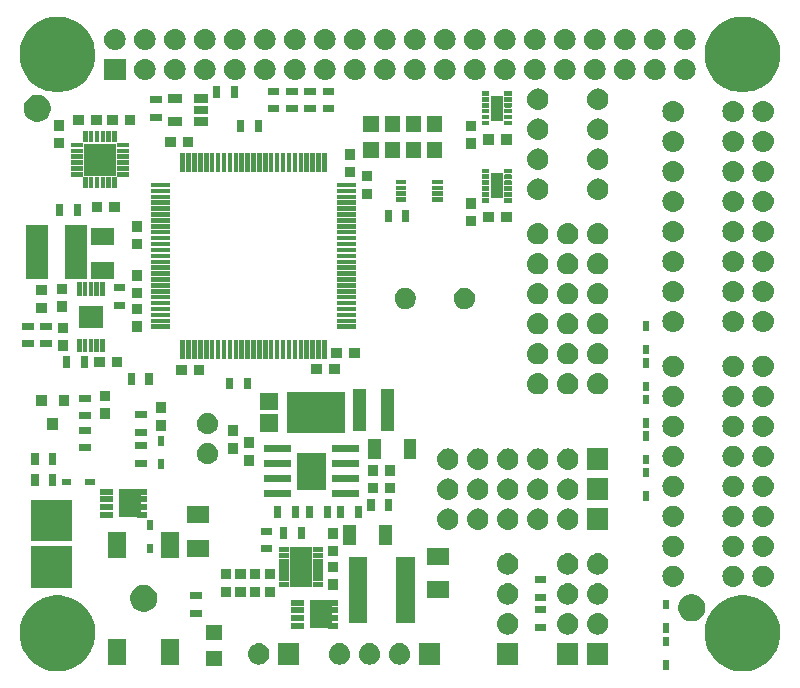
<source format=gts>
G04 #@! TF.GenerationSoftware,KiCad,Pcbnew,6.0.0-rc1-unknown-cd5b1c2~66~ubuntu16.04.1*
G04 #@! TF.CreationDate,2018-10-19T16:16:08+02:00*
G04 #@! TF.ProjectId,Hedgehog,4865646765686F672E6B696361645F70,1.0*
G04 #@! TF.SameCoordinates,PX7270e00PY47868c0*
G04 #@! TF.FileFunction,Soldermask,Top*
G04 #@! TF.FilePolarity,Negative*
%FSLAX46Y46*%
G04 Gerber Fmt 4.6, Leading zero omitted, Abs format (unit mm)*
G04 Created by KiCad (PCBNEW 6.0.0-rc1-unknown-cd5b1c2~66~ubuntu16.04.1) date Fri Oct 19 16:16:08 2018*
%MOMM*%
%LPD*%
G01*
G04 APERTURE LIST*
%ADD10C,0.100000*%
G04 APERTURE END LIST*
D10*
G36*
X61970435Y-49330884D02*
X62433407Y-49422975D01*
X62901626Y-49616918D01*
X63015768Y-49664197D01*
X63539881Y-50014398D01*
X63985602Y-50460119D01*
X64235161Y-50833611D01*
X64335803Y-50984232D01*
X64577025Y-51566593D01*
X64640645Y-51886431D01*
X64679867Y-52083611D01*
X64700000Y-52184829D01*
X64700000Y-52815171D01*
X64577025Y-53433407D01*
X64382132Y-53903919D01*
X64335803Y-54015768D01*
X63985602Y-54539881D01*
X63539881Y-54985602D01*
X63069351Y-55300000D01*
X63015768Y-55335803D01*
X62433407Y-55577025D01*
X62021250Y-55659008D01*
X61815172Y-55700000D01*
X61184828Y-55700000D01*
X60978750Y-55659008D01*
X60566593Y-55577025D01*
X59984232Y-55335803D01*
X59930649Y-55300000D01*
X59460119Y-54985602D01*
X59014398Y-54539881D01*
X58664197Y-54015768D01*
X58617868Y-53903919D01*
X58422975Y-53433407D01*
X58300000Y-52815171D01*
X58300000Y-52184829D01*
X58320134Y-52083611D01*
X58359355Y-51886431D01*
X58422975Y-51566593D01*
X58664197Y-50984232D01*
X58764839Y-50833611D01*
X59014398Y-50460119D01*
X59460119Y-50014398D01*
X59984232Y-49664197D01*
X60098374Y-49616918D01*
X60566593Y-49422975D01*
X61029565Y-49330884D01*
X61184828Y-49300000D01*
X61815172Y-49300000D01*
X61970435Y-49330884D01*
X61970435Y-49330884D01*
G37*
G36*
X3970435Y-49330884D02*
X4433407Y-49422975D01*
X4901626Y-49616918D01*
X5015768Y-49664197D01*
X5539881Y-50014398D01*
X5985602Y-50460119D01*
X6235161Y-50833611D01*
X6335803Y-50984232D01*
X6577025Y-51566593D01*
X6640645Y-51886431D01*
X6679867Y-52083611D01*
X6700000Y-52184829D01*
X6700000Y-52815171D01*
X6577025Y-53433407D01*
X6382132Y-53903919D01*
X6335803Y-54015768D01*
X5985602Y-54539881D01*
X5539881Y-54985602D01*
X5069351Y-55300000D01*
X5015768Y-55335803D01*
X4433407Y-55577025D01*
X4021250Y-55659008D01*
X3815172Y-55700000D01*
X3184828Y-55700000D01*
X2978750Y-55659008D01*
X2566593Y-55577025D01*
X1984232Y-55335803D01*
X1930649Y-55300000D01*
X1460119Y-54985602D01*
X1014398Y-54539881D01*
X664197Y-54015768D01*
X617868Y-53903919D01*
X422975Y-53433407D01*
X300000Y-52815171D01*
X300000Y-52184829D01*
X320134Y-52083611D01*
X359355Y-51886431D01*
X422975Y-51566593D01*
X664197Y-50984232D01*
X764839Y-50833611D01*
X1014398Y-50460119D01*
X1460119Y-50014398D01*
X1984232Y-49664197D01*
X2098374Y-49616918D01*
X2566593Y-49422975D01*
X3029565Y-49330884D01*
X3184828Y-49300000D01*
X3815172Y-49300000D01*
X3970435Y-49330884D01*
X3970435Y-49330884D01*
G37*
G36*
X55301500Y-55600000D02*
X54798500Y-55600000D01*
X54798500Y-54790000D01*
X55301500Y-54790000D01*
X55301500Y-55600000D01*
X55301500Y-55600000D01*
G37*
G36*
X17400000Y-55300000D02*
X16100000Y-55300000D01*
X16100000Y-54000000D01*
X17400000Y-54000000D01*
X17400000Y-55300000D01*
X17400000Y-55300000D01*
G37*
G36*
X13800000Y-55200000D02*
X12300000Y-55200000D01*
X12300000Y-53000000D01*
X13800000Y-53000000D01*
X13800000Y-55200000D01*
X13800000Y-55200000D01*
G37*
G36*
X9300000Y-55200000D02*
X7800000Y-55200000D01*
X7800000Y-53000000D01*
X9300000Y-53000000D01*
X9300000Y-55200000D01*
X9300000Y-55200000D01*
G37*
G36*
X27556431Y-53363023D02*
X27726081Y-53414486D01*
X27726084Y-53414487D01*
X27814353Y-53461668D01*
X27882432Y-53498057D01*
X27882434Y-53498058D01*
X27882433Y-53498058D01*
X28019475Y-53610525D01*
X28131942Y-53747567D01*
X28215513Y-53903916D01*
X28215514Y-53903919D01*
X28266977Y-54073569D01*
X28284354Y-54250000D01*
X28266977Y-54426431D01*
X28232562Y-54539881D01*
X28215513Y-54596084D01*
X28168332Y-54684353D01*
X28131943Y-54752432D01*
X28019475Y-54889475D01*
X27882432Y-55001943D01*
X27814353Y-55038332D01*
X27726084Y-55085513D01*
X27726081Y-55085514D01*
X27556431Y-55136977D01*
X27424207Y-55150000D01*
X27335793Y-55150000D01*
X27203569Y-55136977D01*
X27033919Y-55085514D01*
X27033916Y-55085513D01*
X26945647Y-55038332D01*
X26877568Y-55001943D01*
X26740525Y-54889475D01*
X26628057Y-54752432D01*
X26591668Y-54684353D01*
X26544487Y-54596084D01*
X26527438Y-54539881D01*
X26493023Y-54426431D01*
X26475646Y-54250000D01*
X26493023Y-54073569D01*
X26544486Y-53903919D01*
X26544487Y-53903916D01*
X26628058Y-53747567D01*
X26740525Y-53610525D01*
X26877567Y-53498058D01*
X26877566Y-53498058D01*
X26877568Y-53498057D01*
X26945647Y-53461668D01*
X27033916Y-53414487D01*
X27033919Y-53414486D01*
X27203569Y-53363023D01*
X27335793Y-53350000D01*
X27424207Y-53350000D01*
X27556431Y-53363023D01*
X27556431Y-53363023D01*
G37*
G36*
X32636431Y-53363023D02*
X32806081Y-53414486D01*
X32806084Y-53414487D01*
X32894353Y-53461668D01*
X32962432Y-53498057D01*
X32962434Y-53498058D01*
X32962433Y-53498058D01*
X33099475Y-53610525D01*
X33211942Y-53747567D01*
X33295513Y-53903916D01*
X33295514Y-53903919D01*
X33346977Y-54073569D01*
X33364354Y-54250000D01*
X33346977Y-54426431D01*
X33312562Y-54539881D01*
X33295513Y-54596084D01*
X33248332Y-54684353D01*
X33211943Y-54752432D01*
X33099475Y-54889475D01*
X32962432Y-55001943D01*
X32894353Y-55038332D01*
X32806084Y-55085513D01*
X32806081Y-55085514D01*
X32636431Y-55136977D01*
X32504207Y-55150000D01*
X32415793Y-55150000D01*
X32283569Y-55136977D01*
X32113919Y-55085514D01*
X32113916Y-55085513D01*
X32025647Y-55038332D01*
X31957568Y-55001943D01*
X31820525Y-54889475D01*
X31708057Y-54752432D01*
X31671668Y-54684353D01*
X31624487Y-54596084D01*
X31607438Y-54539881D01*
X31573023Y-54426431D01*
X31555646Y-54250000D01*
X31573023Y-54073569D01*
X31624486Y-53903919D01*
X31624487Y-53903916D01*
X31708058Y-53747567D01*
X31820525Y-53610525D01*
X31957567Y-53498058D01*
X31957566Y-53498058D01*
X31957568Y-53498057D01*
X32025647Y-53461668D01*
X32113916Y-53414487D01*
X32113919Y-53414486D01*
X32283569Y-53363023D01*
X32415793Y-53350000D01*
X32504207Y-53350000D01*
X32636431Y-53363023D01*
X32636431Y-53363023D01*
G37*
G36*
X23990000Y-55150000D02*
X22190000Y-55150000D01*
X22190000Y-53350000D01*
X23990000Y-53350000D01*
X23990000Y-55150000D01*
X23990000Y-55150000D01*
G37*
G36*
X30096431Y-53363023D02*
X30266081Y-53414486D01*
X30266084Y-53414487D01*
X30354353Y-53461668D01*
X30422432Y-53498057D01*
X30422434Y-53498058D01*
X30422433Y-53498058D01*
X30559475Y-53610525D01*
X30671942Y-53747567D01*
X30755513Y-53903916D01*
X30755514Y-53903919D01*
X30806977Y-54073569D01*
X30824354Y-54250000D01*
X30806977Y-54426431D01*
X30772562Y-54539881D01*
X30755513Y-54596084D01*
X30708332Y-54684353D01*
X30671943Y-54752432D01*
X30559475Y-54889475D01*
X30422432Y-55001943D01*
X30354353Y-55038332D01*
X30266084Y-55085513D01*
X30266081Y-55085514D01*
X30096431Y-55136977D01*
X29964207Y-55150000D01*
X29875793Y-55150000D01*
X29743569Y-55136977D01*
X29573919Y-55085514D01*
X29573916Y-55085513D01*
X29485647Y-55038332D01*
X29417568Y-55001943D01*
X29280525Y-54889475D01*
X29168057Y-54752432D01*
X29131668Y-54684353D01*
X29084487Y-54596084D01*
X29067438Y-54539881D01*
X29033023Y-54426431D01*
X29015646Y-54250000D01*
X29033023Y-54073569D01*
X29084486Y-53903919D01*
X29084487Y-53903916D01*
X29168058Y-53747567D01*
X29280525Y-53610525D01*
X29417567Y-53498058D01*
X29417566Y-53498058D01*
X29417568Y-53498057D01*
X29485647Y-53461668D01*
X29573916Y-53414487D01*
X29573919Y-53414486D01*
X29743569Y-53363023D01*
X29875793Y-53350000D01*
X29964207Y-53350000D01*
X30096431Y-53363023D01*
X30096431Y-53363023D01*
G37*
G36*
X50150000Y-55150000D02*
X48350000Y-55150000D01*
X48350000Y-53350000D01*
X50150000Y-53350000D01*
X50150000Y-55150000D01*
X50150000Y-55150000D01*
G37*
G36*
X20726431Y-53363023D02*
X20896081Y-53414486D01*
X20896084Y-53414487D01*
X20984353Y-53461668D01*
X21052432Y-53498057D01*
X21052434Y-53498058D01*
X21052433Y-53498058D01*
X21189475Y-53610525D01*
X21301942Y-53747567D01*
X21385513Y-53903916D01*
X21385514Y-53903919D01*
X21436977Y-54073569D01*
X21454354Y-54250000D01*
X21436977Y-54426431D01*
X21402562Y-54539881D01*
X21385513Y-54596084D01*
X21338332Y-54684353D01*
X21301943Y-54752432D01*
X21189475Y-54889475D01*
X21052432Y-55001943D01*
X20984353Y-55038332D01*
X20896084Y-55085513D01*
X20896081Y-55085514D01*
X20726431Y-55136977D01*
X20594207Y-55150000D01*
X20505793Y-55150000D01*
X20373569Y-55136977D01*
X20203919Y-55085514D01*
X20203916Y-55085513D01*
X20115647Y-55038332D01*
X20047568Y-55001943D01*
X19910525Y-54889475D01*
X19798057Y-54752432D01*
X19761668Y-54684353D01*
X19714487Y-54596084D01*
X19697438Y-54539881D01*
X19663023Y-54426431D01*
X19645646Y-54250000D01*
X19663023Y-54073569D01*
X19714486Y-53903919D01*
X19714487Y-53903916D01*
X19798058Y-53747567D01*
X19910525Y-53610525D01*
X20047567Y-53498058D01*
X20047566Y-53498058D01*
X20047568Y-53498057D01*
X20115647Y-53461668D01*
X20203916Y-53414487D01*
X20203919Y-53414486D01*
X20373569Y-53363023D01*
X20505793Y-53350000D01*
X20594207Y-53350000D01*
X20726431Y-53363023D01*
X20726431Y-53363023D01*
G37*
G36*
X42530000Y-55150000D02*
X40730000Y-55150000D01*
X40730000Y-53350000D01*
X42530000Y-53350000D01*
X42530000Y-55150000D01*
X42530000Y-55150000D01*
G37*
G36*
X47610000Y-55150000D02*
X45810000Y-55150000D01*
X45810000Y-53350000D01*
X47610000Y-53350000D01*
X47610000Y-55150000D01*
X47610000Y-55150000D01*
G37*
G36*
X35900000Y-55150000D02*
X34100000Y-55150000D01*
X34100000Y-53350000D01*
X35900000Y-53350000D01*
X35900000Y-55150000D01*
X35900000Y-55150000D01*
G37*
G36*
X55301500Y-53610000D02*
X54798500Y-53610000D01*
X54798500Y-52800000D01*
X55301500Y-52800000D01*
X55301500Y-53610000D01*
X55301500Y-53610000D01*
G37*
G36*
X17400000Y-53100000D02*
X16100000Y-53100000D01*
X16100000Y-51800000D01*
X17400000Y-51800000D01*
X17400000Y-53100000D01*
X17400000Y-53100000D01*
G37*
G36*
X41806431Y-50823023D02*
X41976081Y-50874486D01*
X41976084Y-50874487D01*
X42048899Y-50913408D01*
X42132432Y-50958057D01*
X42156123Y-50977500D01*
X42269475Y-51070525D01*
X42381942Y-51207567D01*
X42465513Y-51363916D01*
X42465514Y-51363919D01*
X42516977Y-51533569D01*
X42534354Y-51710000D01*
X42516977Y-51886431D01*
X42465514Y-52056081D01*
X42465513Y-52056084D01*
X42450799Y-52083611D01*
X42381943Y-52212432D01*
X42269475Y-52349475D01*
X42132432Y-52461943D01*
X42064353Y-52498332D01*
X41976084Y-52545513D01*
X41976081Y-52545514D01*
X41806431Y-52596977D01*
X41674207Y-52610000D01*
X41585793Y-52610000D01*
X41453569Y-52596977D01*
X41283919Y-52545514D01*
X41283916Y-52545513D01*
X41195647Y-52498332D01*
X41127568Y-52461943D01*
X40990525Y-52349475D01*
X40878057Y-52212432D01*
X40809201Y-52083611D01*
X40794487Y-52056084D01*
X40794486Y-52056081D01*
X40743023Y-51886431D01*
X40725646Y-51710000D01*
X40743023Y-51533569D01*
X40794486Y-51363919D01*
X40794487Y-51363916D01*
X40878058Y-51207567D01*
X40990525Y-51070525D01*
X41103877Y-50977500D01*
X41127568Y-50958057D01*
X41211101Y-50913408D01*
X41283916Y-50874487D01*
X41283919Y-50874486D01*
X41453569Y-50823023D01*
X41585793Y-50810000D01*
X41674207Y-50810000D01*
X41806431Y-50823023D01*
X41806431Y-50823023D01*
G37*
G36*
X46886431Y-50823023D02*
X47056081Y-50874486D01*
X47056084Y-50874487D01*
X47128899Y-50913408D01*
X47212432Y-50958057D01*
X47236123Y-50977500D01*
X47349475Y-51070525D01*
X47461942Y-51207567D01*
X47545513Y-51363916D01*
X47545514Y-51363919D01*
X47596977Y-51533569D01*
X47614354Y-51710000D01*
X47596977Y-51886431D01*
X47545514Y-52056081D01*
X47545513Y-52056084D01*
X47530799Y-52083611D01*
X47461943Y-52212432D01*
X47349475Y-52349475D01*
X47212432Y-52461943D01*
X47144353Y-52498332D01*
X47056084Y-52545513D01*
X47056081Y-52545514D01*
X46886431Y-52596977D01*
X46754207Y-52610000D01*
X46665793Y-52610000D01*
X46533569Y-52596977D01*
X46363919Y-52545514D01*
X46363916Y-52545513D01*
X46275647Y-52498332D01*
X46207568Y-52461943D01*
X46070525Y-52349475D01*
X45958057Y-52212432D01*
X45889201Y-52083611D01*
X45874487Y-52056084D01*
X45874486Y-52056081D01*
X45823023Y-51886431D01*
X45805646Y-51710000D01*
X45823023Y-51533569D01*
X45874486Y-51363919D01*
X45874487Y-51363916D01*
X45958058Y-51207567D01*
X46070525Y-51070525D01*
X46183877Y-50977500D01*
X46207568Y-50958057D01*
X46291101Y-50913408D01*
X46363916Y-50874487D01*
X46363919Y-50874486D01*
X46533569Y-50823023D01*
X46665793Y-50810000D01*
X46754207Y-50810000D01*
X46886431Y-50823023D01*
X46886431Y-50823023D01*
G37*
G36*
X49426431Y-50823023D02*
X49596081Y-50874486D01*
X49596084Y-50874487D01*
X49668899Y-50913408D01*
X49752432Y-50958057D01*
X49776123Y-50977500D01*
X49889475Y-51070525D01*
X50001942Y-51207567D01*
X50085513Y-51363916D01*
X50085514Y-51363919D01*
X50136977Y-51533569D01*
X50154354Y-51710000D01*
X50136977Y-51886431D01*
X50085514Y-52056081D01*
X50085513Y-52056084D01*
X50070799Y-52083611D01*
X50001943Y-52212432D01*
X49889475Y-52349475D01*
X49752432Y-52461943D01*
X49684353Y-52498332D01*
X49596084Y-52545513D01*
X49596081Y-52545514D01*
X49426431Y-52596977D01*
X49294207Y-52610000D01*
X49205793Y-52610000D01*
X49073569Y-52596977D01*
X48903919Y-52545514D01*
X48903916Y-52545513D01*
X48815647Y-52498332D01*
X48747568Y-52461943D01*
X48610525Y-52349475D01*
X48498057Y-52212432D01*
X48429201Y-52083611D01*
X48414487Y-52056084D01*
X48414486Y-52056081D01*
X48363023Y-51886431D01*
X48345646Y-51710000D01*
X48363023Y-51533569D01*
X48414486Y-51363919D01*
X48414487Y-51363916D01*
X48498058Y-51207567D01*
X48610525Y-51070525D01*
X48723877Y-50977500D01*
X48747568Y-50958057D01*
X48831101Y-50913408D01*
X48903916Y-50874487D01*
X48903919Y-50874486D01*
X49073569Y-50823023D01*
X49205793Y-50810000D01*
X49294207Y-50810000D01*
X49426431Y-50823023D01*
X49426431Y-50823023D01*
G37*
G36*
X55301500Y-52450000D02*
X54798500Y-52450000D01*
X54798500Y-51640000D01*
X55301500Y-51640000D01*
X55301500Y-52450000D01*
X55301500Y-52450000D01*
G37*
G36*
X44900000Y-52300000D02*
X43900000Y-52300000D01*
X43900000Y-51700000D01*
X44900000Y-51700000D01*
X44900000Y-52300000D01*
X44900000Y-52300000D01*
G37*
G36*
X24365000Y-52142500D02*
X23275000Y-52142500D01*
X23275000Y-51637500D01*
X24365000Y-51637500D01*
X24365000Y-52142500D01*
X24365000Y-52142500D01*
G37*
G36*
X27235000Y-50162500D02*
X26750000Y-50162500D01*
X26745123Y-50162980D01*
X26740433Y-50164403D01*
X26736111Y-50166713D01*
X26732322Y-50169822D01*
X26729213Y-50173611D01*
X26726903Y-50177933D01*
X26725480Y-50182623D01*
X26725000Y-50187500D01*
X26725000Y-50292500D01*
X26725480Y-50297377D01*
X26726903Y-50302067D01*
X26729213Y-50306389D01*
X26732322Y-50310178D01*
X26736111Y-50313287D01*
X26740433Y-50315597D01*
X26745123Y-50317020D01*
X26750000Y-50317500D01*
X27235000Y-50317500D01*
X27235000Y-50822500D01*
X26750000Y-50822500D01*
X26745123Y-50822980D01*
X26740433Y-50824403D01*
X26736111Y-50826713D01*
X26732322Y-50829822D01*
X26729213Y-50833611D01*
X26726903Y-50837933D01*
X26725480Y-50842623D01*
X26725000Y-50847500D01*
X26725000Y-50952500D01*
X26725480Y-50957377D01*
X26726903Y-50962067D01*
X26729213Y-50966389D01*
X26732322Y-50970178D01*
X26736111Y-50973287D01*
X26740433Y-50975597D01*
X26745123Y-50977020D01*
X26750000Y-50977500D01*
X27235000Y-50977500D01*
X27235000Y-51482500D01*
X26750000Y-51482500D01*
X26745123Y-51482980D01*
X26740433Y-51484403D01*
X26736111Y-51486713D01*
X26732322Y-51489822D01*
X26729213Y-51493611D01*
X26726903Y-51497933D01*
X26725480Y-51502623D01*
X26725000Y-51507500D01*
X26725000Y-51612500D01*
X26725480Y-51617377D01*
X26726903Y-51622067D01*
X26729213Y-51626389D01*
X26732322Y-51630178D01*
X26736111Y-51633287D01*
X26740433Y-51635597D01*
X26745123Y-51637020D01*
X26750000Y-51637500D01*
X27235000Y-51637500D01*
X27235000Y-52142500D01*
X26375000Y-52142500D01*
X26375000Y-52097500D01*
X26374520Y-52092623D01*
X26373097Y-52087933D01*
X26370787Y-52083611D01*
X26367678Y-52079822D01*
X26363889Y-52076713D01*
X26359567Y-52074403D01*
X26354877Y-52072980D01*
X26350000Y-52072500D01*
X24900000Y-52072500D01*
X24900000Y-49727500D01*
X26350000Y-49727500D01*
X26354877Y-49727020D01*
X26359567Y-49725597D01*
X26363889Y-49723287D01*
X26367678Y-49720178D01*
X26370787Y-49716389D01*
X26373097Y-49712067D01*
X26374520Y-49707377D01*
X26375000Y-49702500D01*
X26375000Y-49657500D01*
X27235000Y-49657500D01*
X27235000Y-50162500D01*
X27235000Y-50162500D01*
G37*
G36*
X29695000Y-51650000D02*
X28165000Y-51650000D01*
X28165000Y-46050000D01*
X29695000Y-46050000D01*
X29695000Y-51650000D01*
X29695000Y-51650000D01*
G37*
G36*
X33735000Y-51650000D02*
X32205000Y-51650000D01*
X32205000Y-46050000D01*
X33735000Y-46050000D01*
X33735000Y-51650000D01*
X33735000Y-51650000D01*
G37*
G36*
X57535443Y-49244194D02*
X57670169Y-49300000D01*
X57744729Y-49330884D01*
X57923000Y-49450000D01*
X57933082Y-49456737D01*
X58093263Y-49616918D01*
X58219116Y-49805271D01*
X58305806Y-50014557D01*
X58350000Y-50236735D01*
X58350000Y-50463265D01*
X58305806Y-50685443D01*
X58227501Y-50874486D01*
X58219116Y-50894729D01*
X58101654Y-51070525D01*
X58093263Y-51083082D01*
X57933082Y-51243263D01*
X57744729Y-51369116D01*
X57535443Y-51455806D01*
X57313265Y-51500000D01*
X57086735Y-51500000D01*
X56864557Y-51455806D01*
X56655271Y-51369116D01*
X56466918Y-51243263D01*
X56306737Y-51083082D01*
X56298347Y-51070525D01*
X56180884Y-50894729D01*
X56172499Y-50874486D01*
X56094194Y-50685443D01*
X56050000Y-50463265D01*
X56050000Y-50236735D01*
X56094194Y-50014557D01*
X56180884Y-49805271D01*
X56306737Y-49616918D01*
X56466918Y-49456737D01*
X56477001Y-49450000D01*
X56655271Y-49330884D01*
X56729831Y-49300000D01*
X56864557Y-49244194D01*
X57086735Y-49200000D01*
X57313265Y-49200000D01*
X57535443Y-49244194D01*
X57535443Y-49244194D01*
G37*
G36*
X24365000Y-51482500D02*
X23275000Y-51482500D01*
X23275000Y-50977500D01*
X24365000Y-50977500D01*
X24365000Y-51482500D01*
X24365000Y-51482500D01*
G37*
G36*
X15750000Y-51100000D02*
X14750000Y-51100000D01*
X14750000Y-50500000D01*
X15750000Y-50500000D01*
X15750000Y-51100000D01*
X15750000Y-51100000D01*
G37*
G36*
X24365000Y-50822500D02*
X23275000Y-50822500D01*
X23275000Y-50317500D01*
X24365000Y-50317500D01*
X24365000Y-50822500D01*
X24365000Y-50822500D01*
G37*
G36*
X44900000Y-50800000D02*
X43900000Y-50800000D01*
X43900000Y-50200000D01*
X44900000Y-50200000D01*
X44900000Y-50800000D01*
X44900000Y-50800000D01*
G37*
G36*
X11135443Y-48444194D02*
X11283481Y-48505514D01*
X11344729Y-48530884D01*
X11523000Y-48650000D01*
X11533082Y-48656737D01*
X11693263Y-48816918D01*
X11819116Y-49005271D01*
X11905806Y-49214557D01*
X11950000Y-49436735D01*
X11950000Y-49663265D01*
X11905806Y-49885443D01*
X11829359Y-50070000D01*
X11819116Y-50094729D01*
X11693264Y-50283081D01*
X11533081Y-50443264D01*
X11503150Y-50463263D01*
X11344729Y-50569116D01*
X11135443Y-50655806D01*
X10913265Y-50700000D01*
X10686735Y-50700000D01*
X10464557Y-50655806D01*
X10255271Y-50569116D01*
X10096850Y-50463263D01*
X10066919Y-50443264D01*
X9906736Y-50283081D01*
X9780884Y-50094729D01*
X9770641Y-50070000D01*
X9694194Y-49885443D01*
X9650000Y-49663265D01*
X9650000Y-49436735D01*
X9694194Y-49214557D01*
X9780884Y-49005271D01*
X9906737Y-48816918D01*
X10066918Y-48656737D01*
X10077001Y-48650000D01*
X10255271Y-48530884D01*
X10316519Y-48505514D01*
X10464557Y-48444194D01*
X10686735Y-48400000D01*
X10913265Y-48400000D01*
X11135443Y-48444194D01*
X11135443Y-48444194D01*
G37*
G36*
X55301500Y-50460000D02*
X54798500Y-50460000D01*
X54798500Y-49650000D01*
X55301500Y-49650000D01*
X55301500Y-50460000D01*
X55301500Y-50460000D01*
G37*
G36*
X24365000Y-50162500D02*
X23275000Y-50162500D01*
X23275000Y-49657500D01*
X24365000Y-49657500D01*
X24365000Y-50162500D01*
X24365000Y-50162500D01*
G37*
G36*
X49426431Y-48283023D02*
X49596081Y-48334486D01*
X49596084Y-48334487D01*
X49684353Y-48381668D01*
X49752432Y-48418057D01*
X49752434Y-48418058D01*
X49752433Y-48418058D01*
X49889475Y-48530525D01*
X50001942Y-48667567D01*
X50085513Y-48823916D01*
X50085514Y-48823919D01*
X50136977Y-48993569D01*
X50154354Y-49170000D01*
X50136977Y-49346431D01*
X50085514Y-49516081D01*
X50085513Y-49516084D01*
X50067384Y-49550000D01*
X50001943Y-49672432D01*
X49889475Y-49809475D01*
X49752432Y-49921943D01*
X49684353Y-49958332D01*
X49596084Y-50005513D01*
X49596081Y-50005514D01*
X49426431Y-50056977D01*
X49294207Y-50070000D01*
X49205793Y-50070000D01*
X49073569Y-50056977D01*
X48903919Y-50005514D01*
X48903916Y-50005513D01*
X48815647Y-49958332D01*
X48747568Y-49921943D01*
X48610525Y-49809475D01*
X48498057Y-49672432D01*
X48432616Y-49550000D01*
X48414487Y-49516084D01*
X48414486Y-49516081D01*
X48363023Y-49346431D01*
X48345646Y-49170000D01*
X48363023Y-48993569D01*
X48414486Y-48823919D01*
X48414487Y-48823916D01*
X48498058Y-48667567D01*
X48610525Y-48530525D01*
X48747567Y-48418058D01*
X48747566Y-48418058D01*
X48747568Y-48418057D01*
X48815647Y-48381668D01*
X48903916Y-48334487D01*
X48903919Y-48334486D01*
X49073569Y-48283023D01*
X49205793Y-48270000D01*
X49294207Y-48270000D01*
X49426431Y-48283023D01*
X49426431Y-48283023D01*
G37*
G36*
X46886431Y-48283023D02*
X47056081Y-48334486D01*
X47056084Y-48334487D01*
X47144353Y-48381668D01*
X47212432Y-48418057D01*
X47212434Y-48418058D01*
X47212433Y-48418058D01*
X47349475Y-48530525D01*
X47461942Y-48667567D01*
X47545513Y-48823916D01*
X47545514Y-48823919D01*
X47596977Y-48993569D01*
X47614354Y-49170000D01*
X47596977Y-49346431D01*
X47545514Y-49516081D01*
X47545513Y-49516084D01*
X47527384Y-49550000D01*
X47461943Y-49672432D01*
X47349475Y-49809475D01*
X47212432Y-49921943D01*
X47144353Y-49958332D01*
X47056084Y-50005513D01*
X47056081Y-50005514D01*
X46886431Y-50056977D01*
X46754207Y-50070000D01*
X46665793Y-50070000D01*
X46533569Y-50056977D01*
X46363919Y-50005514D01*
X46363916Y-50005513D01*
X46275647Y-49958332D01*
X46207568Y-49921943D01*
X46070525Y-49809475D01*
X45958057Y-49672432D01*
X45892616Y-49550000D01*
X45874487Y-49516084D01*
X45874486Y-49516081D01*
X45823023Y-49346431D01*
X45805646Y-49170000D01*
X45823023Y-48993569D01*
X45874486Y-48823919D01*
X45874487Y-48823916D01*
X45958058Y-48667567D01*
X46070525Y-48530525D01*
X46207567Y-48418058D01*
X46207566Y-48418058D01*
X46207568Y-48418057D01*
X46275647Y-48381668D01*
X46363916Y-48334487D01*
X46363919Y-48334486D01*
X46533569Y-48283023D01*
X46665793Y-48270000D01*
X46754207Y-48270000D01*
X46886431Y-48283023D01*
X46886431Y-48283023D01*
G37*
G36*
X41806431Y-48283023D02*
X41976081Y-48334486D01*
X41976084Y-48334487D01*
X42064353Y-48381668D01*
X42132432Y-48418057D01*
X42132434Y-48418058D01*
X42132433Y-48418058D01*
X42269475Y-48530525D01*
X42381942Y-48667567D01*
X42465513Y-48823916D01*
X42465514Y-48823919D01*
X42516977Y-48993569D01*
X42534354Y-49170000D01*
X42516977Y-49346431D01*
X42465514Y-49516081D01*
X42465513Y-49516084D01*
X42447384Y-49550000D01*
X42381943Y-49672432D01*
X42269475Y-49809475D01*
X42132432Y-49921943D01*
X42064353Y-49958332D01*
X41976084Y-50005513D01*
X41976081Y-50005514D01*
X41806431Y-50056977D01*
X41674207Y-50070000D01*
X41585793Y-50070000D01*
X41453569Y-50056977D01*
X41283919Y-50005514D01*
X41283916Y-50005513D01*
X41195647Y-49958332D01*
X41127568Y-49921943D01*
X40990525Y-49809475D01*
X40878057Y-49672432D01*
X40812616Y-49550000D01*
X40794487Y-49516084D01*
X40794486Y-49516081D01*
X40743023Y-49346431D01*
X40725646Y-49170000D01*
X40743023Y-48993569D01*
X40794486Y-48823919D01*
X40794487Y-48823916D01*
X40878058Y-48667567D01*
X40990525Y-48530525D01*
X41127567Y-48418058D01*
X41127566Y-48418058D01*
X41127568Y-48418057D01*
X41195647Y-48381668D01*
X41283916Y-48334487D01*
X41283919Y-48334486D01*
X41453569Y-48283023D01*
X41585793Y-48270000D01*
X41674207Y-48270000D01*
X41806431Y-48283023D01*
X41806431Y-48283023D01*
G37*
G36*
X44900000Y-49750000D02*
X43900000Y-49750000D01*
X43900000Y-49150000D01*
X44900000Y-49150000D01*
X44900000Y-49750000D01*
X44900000Y-49750000D01*
G37*
G36*
X15750000Y-49600000D02*
X14750000Y-49600000D01*
X14750000Y-49000000D01*
X15750000Y-49000000D01*
X15750000Y-49600000D01*
X15750000Y-49600000D01*
G37*
G36*
X36650000Y-49550000D02*
X34750000Y-49550000D01*
X34750000Y-48110000D01*
X36650000Y-48110000D01*
X36650000Y-49550000D01*
X36650000Y-49550000D01*
G37*
G36*
X18175000Y-49450000D02*
X17325000Y-49450000D01*
X17325000Y-48550000D01*
X18175000Y-48550000D01*
X18175000Y-49450000D01*
X18175000Y-49450000D01*
G37*
G36*
X19425000Y-49450000D02*
X18575000Y-49450000D01*
X18575000Y-48550000D01*
X19425000Y-48550000D01*
X19425000Y-49450000D01*
X19425000Y-49450000D01*
G37*
G36*
X21925000Y-49450000D02*
X21075000Y-49450000D01*
X21075000Y-48550000D01*
X21925000Y-48550000D01*
X21925000Y-49450000D01*
X21925000Y-49450000D01*
G37*
G36*
X20675000Y-49450000D02*
X19825000Y-49450000D01*
X19825000Y-48550000D01*
X20675000Y-48550000D01*
X20675000Y-49450000D01*
X20675000Y-49450000D01*
G37*
G36*
X27225000Y-48850000D02*
X26375000Y-48850000D01*
X26375000Y-47950000D01*
X27225000Y-47950000D01*
X27225000Y-48850000D01*
X27225000Y-48850000D01*
G37*
G36*
X4750000Y-48650000D02*
X1250000Y-48650000D01*
X1250000Y-45150000D01*
X4750000Y-45150000D01*
X4750000Y-48650000D01*
X4750000Y-48650000D01*
G37*
G36*
X25020000Y-48620000D02*
X23180000Y-48620000D01*
X23180000Y-45180000D01*
X25020000Y-45180000D01*
X25020000Y-48620000D01*
X25020000Y-48620000D01*
G37*
G36*
X25970000Y-48620000D02*
X25130000Y-48620000D01*
X25130000Y-48180000D01*
X25970000Y-48180000D01*
X25970000Y-48620000D01*
X25970000Y-48620000D01*
G37*
G36*
X23070000Y-48620000D02*
X22230000Y-48620000D01*
X22230000Y-48180000D01*
X23070000Y-48180000D01*
X23070000Y-48620000D01*
X23070000Y-48620000D01*
G37*
G36*
X55796431Y-46783023D02*
X55966081Y-46834486D01*
X55966084Y-46834487D01*
X56054353Y-46881668D01*
X56122432Y-46918057D01*
X56259475Y-47030525D01*
X56343109Y-47132433D01*
X56371942Y-47167567D01*
X56455513Y-47323916D01*
X56455514Y-47323919D01*
X56506977Y-47493569D01*
X56524354Y-47670000D01*
X56506977Y-47846431D01*
X56455514Y-48016081D01*
X56455513Y-48016084D01*
X56408332Y-48104353D01*
X56371943Y-48172432D01*
X56259475Y-48309475D01*
X56122432Y-48421943D01*
X56080803Y-48444194D01*
X55966084Y-48505513D01*
X55966081Y-48505514D01*
X55796431Y-48556977D01*
X55664207Y-48570000D01*
X55575793Y-48570000D01*
X55443569Y-48556977D01*
X55273919Y-48505514D01*
X55273916Y-48505513D01*
X55159197Y-48444194D01*
X55117568Y-48421943D01*
X54980525Y-48309475D01*
X54868057Y-48172432D01*
X54831668Y-48104353D01*
X54784487Y-48016084D01*
X54784486Y-48016081D01*
X54733023Y-47846431D01*
X54715646Y-47670000D01*
X54733023Y-47493569D01*
X54784486Y-47323919D01*
X54784487Y-47323916D01*
X54868058Y-47167567D01*
X54896892Y-47132433D01*
X54980525Y-47030525D01*
X55117568Y-46918057D01*
X55185647Y-46881668D01*
X55273916Y-46834487D01*
X55273919Y-46834486D01*
X55443569Y-46783023D01*
X55575793Y-46770000D01*
X55664207Y-46770000D01*
X55796431Y-46783023D01*
X55796431Y-46783023D01*
G37*
G36*
X60876431Y-46783023D02*
X61046081Y-46834486D01*
X61046084Y-46834487D01*
X61134353Y-46881668D01*
X61202432Y-46918057D01*
X61339475Y-47030525D01*
X61423109Y-47132433D01*
X61451942Y-47167567D01*
X61535513Y-47323916D01*
X61535514Y-47323919D01*
X61586977Y-47493569D01*
X61604354Y-47670000D01*
X61586977Y-47846431D01*
X61535514Y-48016081D01*
X61535513Y-48016084D01*
X61488332Y-48104353D01*
X61451943Y-48172432D01*
X61339475Y-48309475D01*
X61202432Y-48421943D01*
X61160803Y-48444194D01*
X61046084Y-48505513D01*
X61046081Y-48505514D01*
X60876431Y-48556977D01*
X60744207Y-48570000D01*
X60655793Y-48570000D01*
X60523569Y-48556977D01*
X60353919Y-48505514D01*
X60353916Y-48505513D01*
X60239197Y-48444194D01*
X60197568Y-48421943D01*
X60060525Y-48309475D01*
X59948057Y-48172432D01*
X59911668Y-48104353D01*
X59864487Y-48016084D01*
X59864486Y-48016081D01*
X59813023Y-47846431D01*
X59795646Y-47670000D01*
X59813023Y-47493569D01*
X59864486Y-47323919D01*
X59864487Y-47323916D01*
X59948058Y-47167567D01*
X59976892Y-47132433D01*
X60060525Y-47030525D01*
X60197568Y-46918057D01*
X60265647Y-46881668D01*
X60353916Y-46834487D01*
X60353919Y-46834486D01*
X60523569Y-46783023D01*
X60655793Y-46770000D01*
X60744207Y-46770000D01*
X60876431Y-46783023D01*
X60876431Y-46783023D01*
G37*
G36*
X63416431Y-46783023D02*
X63586081Y-46834486D01*
X63586084Y-46834487D01*
X63674353Y-46881668D01*
X63742432Y-46918057D01*
X63879475Y-47030525D01*
X63963109Y-47132433D01*
X63991942Y-47167567D01*
X64075513Y-47323916D01*
X64075514Y-47323919D01*
X64126977Y-47493569D01*
X64144354Y-47670000D01*
X64126977Y-47846431D01*
X64075514Y-48016081D01*
X64075513Y-48016084D01*
X64028332Y-48104353D01*
X63991943Y-48172432D01*
X63879475Y-48309475D01*
X63742432Y-48421943D01*
X63700803Y-48444194D01*
X63586084Y-48505513D01*
X63586081Y-48505514D01*
X63416431Y-48556977D01*
X63284207Y-48570000D01*
X63195793Y-48570000D01*
X63063569Y-48556977D01*
X62893919Y-48505514D01*
X62893916Y-48505513D01*
X62779197Y-48444194D01*
X62737568Y-48421943D01*
X62600525Y-48309475D01*
X62488057Y-48172432D01*
X62451668Y-48104353D01*
X62404487Y-48016084D01*
X62404486Y-48016081D01*
X62353023Y-47846431D01*
X62335646Y-47670000D01*
X62353023Y-47493569D01*
X62404486Y-47323919D01*
X62404487Y-47323916D01*
X62488058Y-47167567D01*
X62516892Y-47132433D01*
X62600525Y-47030525D01*
X62737568Y-46918057D01*
X62805647Y-46881668D01*
X62893916Y-46834487D01*
X62893919Y-46834486D01*
X63063569Y-46783023D01*
X63195793Y-46770000D01*
X63284207Y-46770000D01*
X63416431Y-46783023D01*
X63416431Y-46783023D01*
G37*
G36*
X44900000Y-48250000D02*
X43900000Y-48250000D01*
X43900000Y-47650000D01*
X44900000Y-47650000D01*
X44900000Y-48250000D01*
X44900000Y-48250000D01*
G37*
G36*
X25970000Y-48120000D02*
X25130000Y-48120000D01*
X25130000Y-47680000D01*
X25970000Y-47680000D01*
X25970000Y-48120000D01*
X25970000Y-48120000D01*
G37*
G36*
X23070000Y-48120000D02*
X22230000Y-48120000D01*
X22230000Y-47680000D01*
X23070000Y-47680000D01*
X23070000Y-48120000D01*
X23070000Y-48120000D01*
G37*
G36*
X21925000Y-47950000D02*
X21075000Y-47950000D01*
X21075000Y-47050000D01*
X21925000Y-47050000D01*
X21925000Y-47950000D01*
X21925000Y-47950000D01*
G37*
G36*
X18175000Y-47950000D02*
X17325000Y-47950000D01*
X17325000Y-47050000D01*
X18175000Y-47050000D01*
X18175000Y-47950000D01*
X18175000Y-47950000D01*
G37*
G36*
X19425000Y-47950000D02*
X18575000Y-47950000D01*
X18575000Y-47050000D01*
X19425000Y-47050000D01*
X19425000Y-47950000D01*
X19425000Y-47950000D01*
G37*
G36*
X20675000Y-47950000D02*
X19825000Y-47950000D01*
X19825000Y-47050000D01*
X20675000Y-47050000D01*
X20675000Y-47950000D01*
X20675000Y-47950000D01*
G37*
G36*
X23070000Y-47620000D02*
X22230000Y-47620000D01*
X22230000Y-47180000D01*
X23070000Y-47180000D01*
X23070000Y-47620000D01*
X23070000Y-47620000D01*
G37*
G36*
X25970000Y-47620000D02*
X25130000Y-47620000D01*
X25130000Y-47180000D01*
X25970000Y-47180000D01*
X25970000Y-47620000D01*
X25970000Y-47620000D01*
G37*
G36*
X46886431Y-45743023D02*
X47056081Y-45794486D01*
X47056084Y-45794487D01*
X47144353Y-45841668D01*
X47212432Y-45878057D01*
X47349475Y-45990525D01*
X47439319Y-46100000D01*
X47461942Y-46127567D01*
X47545513Y-46283916D01*
X47545514Y-46283919D01*
X47596977Y-46453569D01*
X47614354Y-46630000D01*
X47596977Y-46806431D01*
X47563115Y-46918057D01*
X47545513Y-46976084D01*
X47516413Y-47030525D01*
X47461943Y-47132432D01*
X47349475Y-47269475D01*
X47212432Y-47381943D01*
X47144353Y-47418332D01*
X47056084Y-47465513D01*
X47056081Y-47465514D01*
X46886431Y-47516977D01*
X46754207Y-47530000D01*
X46665793Y-47530000D01*
X46533569Y-47516977D01*
X46363919Y-47465514D01*
X46363916Y-47465513D01*
X46275647Y-47418332D01*
X46207568Y-47381943D01*
X46070525Y-47269475D01*
X45958057Y-47132432D01*
X45903587Y-47030525D01*
X45874487Y-46976084D01*
X45856885Y-46918057D01*
X45823023Y-46806431D01*
X45805646Y-46630000D01*
X45823023Y-46453569D01*
X45874486Y-46283919D01*
X45874487Y-46283916D01*
X45958058Y-46127567D01*
X45980682Y-46100000D01*
X46070525Y-45990525D01*
X46207568Y-45878057D01*
X46275647Y-45841668D01*
X46363916Y-45794487D01*
X46363919Y-45794486D01*
X46533569Y-45743023D01*
X46665793Y-45730000D01*
X46754207Y-45730000D01*
X46886431Y-45743023D01*
X46886431Y-45743023D01*
G37*
G36*
X41806431Y-45743023D02*
X41976081Y-45794486D01*
X41976084Y-45794487D01*
X42064353Y-45841668D01*
X42132432Y-45878057D01*
X42269475Y-45990525D01*
X42359319Y-46100000D01*
X42381942Y-46127567D01*
X42465513Y-46283916D01*
X42465514Y-46283919D01*
X42516977Y-46453569D01*
X42534354Y-46630000D01*
X42516977Y-46806431D01*
X42483115Y-46918057D01*
X42465513Y-46976084D01*
X42436413Y-47030525D01*
X42381943Y-47132432D01*
X42269475Y-47269475D01*
X42132432Y-47381943D01*
X42064353Y-47418332D01*
X41976084Y-47465513D01*
X41976081Y-47465514D01*
X41806431Y-47516977D01*
X41674207Y-47530000D01*
X41585793Y-47530000D01*
X41453569Y-47516977D01*
X41283919Y-47465514D01*
X41283916Y-47465513D01*
X41195647Y-47418332D01*
X41127568Y-47381943D01*
X40990525Y-47269475D01*
X40878057Y-47132432D01*
X40823587Y-47030525D01*
X40794487Y-46976084D01*
X40776885Y-46918057D01*
X40743023Y-46806431D01*
X40725646Y-46630000D01*
X40743023Y-46453569D01*
X40794486Y-46283919D01*
X40794487Y-46283916D01*
X40878058Y-46127567D01*
X40900682Y-46100000D01*
X40990525Y-45990525D01*
X41127568Y-45878057D01*
X41195647Y-45841668D01*
X41283916Y-45794487D01*
X41283919Y-45794486D01*
X41453569Y-45743023D01*
X41585793Y-45730000D01*
X41674207Y-45730000D01*
X41806431Y-45743023D01*
X41806431Y-45743023D01*
G37*
G36*
X49426431Y-45743023D02*
X49596081Y-45794486D01*
X49596084Y-45794487D01*
X49684353Y-45841668D01*
X49752432Y-45878057D01*
X49889475Y-45990525D01*
X49979319Y-46100000D01*
X50001942Y-46127567D01*
X50085513Y-46283916D01*
X50085514Y-46283919D01*
X50136977Y-46453569D01*
X50154354Y-46630000D01*
X50136977Y-46806431D01*
X50103115Y-46918057D01*
X50085513Y-46976084D01*
X50056413Y-47030525D01*
X50001943Y-47132432D01*
X49889475Y-47269475D01*
X49752432Y-47381943D01*
X49684353Y-47418332D01*
X49596084Y-47465513D01*
X49596081Y-47465514D01*
X49426431Y-47516977D01*
X49294207Y-47530000D01*
X49205793Y-47530000D01*
X49073569Y-47516977D01*
X48903919Y-47465514D01*
X48903916Y-47465513D01*
X48815647Y-47418332D01*
X48747568Y-47381943D01*
X48610525Y-47269475D01*
X48498057Y-47132432D01*
X48443587Y-47030525D01*
X48414487Y-46976084D01*
X48396885Y-46918057D01*
X48363023Y-46806431D01*
X48345646Y-46630000D01*
X48363023Y-46453569D01*
X48414486Y-46283919D01*
X48414487Y-46283916D01*
X48498058Y-46127567D01*
X48520682Y-46100000D01*
X48610525Y-45990525D01*
X48747568Y-45878057D01*
X48815647Y-45841668D01*
X48903916Y-45794487D01*
X48903919Y-45794486D01*
X49073569Y-45743023D01*
X49205793Y-45730000D01*
X49294207Y-45730000D01*
X49426431Y-45743023D01*
X49426431Y-45743023D01*
G37*
G36*
X27225000Y-47350000D02*
X26375000Y-47350000D01*
X26375000Y-46450000D01*
X27225000Y-46450000D01*
X27225000Y-47350000D01*
X27225000Y-47350000D01*
G37*
G36*
X25970000Y-47120000D02*
X25130000Y-47120000D01*
X25130000Y-46680000D01*
X25970000Y-46680000D01*
X25970000Y-47120000D01*
X25970000Y-47120000D01*
G37*
G36*
X23070000Y-47120000D02*
X22230000Y-47120000D01*
X22230000Y-46680000D01*
X23070000Y-46680000D01*
X23070000Y-47120000D01*
X23070000Y-47120000D01*
G37*
G36*
X36650000Y-46690000D02*
X34750000Y-46690000D01*
X34750000Y-45250000D01*
X36650000Y-45250000D01*
X36650000Y-46690000D01*
X36650000Y-46690000D01*
G37*
G36*
X23070000Y-46620000D02*
X22230000Y-46620000D01*
X22230000Y-46180000D01*
X23070000Y-46180000D01*
X23070000Y-46620000D01*
X23070000Y-46620000D01*
G37*
G36*
X25970000Y-46620000D02*
X25130000Y-46620000D01*
X25130000Y-46180000D01*
X25970000Y-46180000D01*
X25970000Y-46620000D01*
X25970000Y-46620000D01*
G37*
G36*
X25970000Y-46120000D02*
X25130000Y-46120000D01*
X25130000Y-45680000D01*
X25970000Y-45680000D01*
X25970000Y-46120000D01*
X25970000Y-46120000D01*
G37*
G36*
X23070000Y-46120000D02*
X22230000Y-46120000D01*
X22230000Y-45680000D01*
X23070000Y-45680000D01*
X23070000Y-46120000D01*
X23070000Y-46120000D01*
G37*
G36*
X13800000Y-46100000D02*
X12300000Y-46100000D01*
X12300000Y-43900000D01*
X13800000Y-43900000D01*
X13800000Y-46100000D01*
X13800000Y-46100000D01*
G37*
G36*
X9300000Y-46100000D02*
X7800000Y-46100000D01*
X7800000Y-43900000D01*
X9300000Y-43900000D01*
X9300000Y-46100000D01*
X9300000Y-46100000D01*
G37*
G36*
X16350000Y-46050000D02*
X14450000Y-46050000D01*
X14450000Y-44610000D01*
X16350000Y-44610000D01*
X16350000Y-46050000D01*
X16350000Y-46050000D01*
G37*
G36*
X55796431Y-44243023D02*
X55966081Y-44294486D01*
X55966084Y-44294487D01*
X56054353Y-44341668D01*
X56122432Y-44378057D01*
X56122434Y-44378058D01*
X56122433Y-44378058D01*
X56259475Y-44490525D01*
X56371942Y-44627567D01*
X56455513Y-44783916D01*
X56455514Y-44783919D01*
X56506977Y-44953569D01*
X56524354Y-45130000D01*
X56506977Y-45306431D01*
X56455514Y-45476081D01*
X56455513Y-45476084D01*
X56408332Y-45564353D01*
X56371943Y-45632432D01*
X56259475Y-45769475D01*
X56122432Y-45881943D01*
X56054353Y-45918332D01*
X55966084Y-45965513D01*
X55966081Y-45965514D01*
X55796431Y-46016977D01*
X55664207Y-46030000D01*
X55575793Y-46030000D01*
X55443569Y-46016977D01*
X55273919Y-45965514D01*
X55273916Y-45965513D01*
X55185647Y-45918332D01*
X55117568Y-45881943D01*
X54980525Y-45769475D01*
X54868057Y-45632432D01*
X54831668Y-45564353D01*
X54784487Y-45476084D01*
X54784486Y-45476081D01*
X54733023Y-45306431D01*
X54715646Y-45130000D01*
X54733023Y-44953569D01*
X54784486Y-44783919D01*
X54784487Y-44783916D01*
X54868058Y-44627567D01*
X54980525Y-44490525D01*
X55117567Y-44378058D01*
X55117566Y-44378058D01*
X55117568Y-44378057D01*
X55185647Y-44341668D01*
X55273916Y-44294487D01*
X55273919Y-44294486D01*
X55443569Y-44243023D01*
X55575793Y-44230000D01*
X55664207Y-44230000D01*
X55796431Y-44243023D01*
X55796431Y-44243023D01*
G37*
G36*
X63416431Y-44243023D02*
X63586081Y-44294486D01*
X63586084Y-44294487D01*
X63674353Y-44341668D01*
X63742432Y-44378057D01*
X63742434Y-44378058D01*
X63742433Y-44378058D01*
X63879475Y-44490525D01*
X63991942Y-44627567D01*
X64075513Y-44783916D01*
X64075514Y-44783919D01*
X64126977Y-44953569D01*
X64144354Y-45130000D01*
X64126977Y-45306431D01*
X64075514Y-45476081D01*
X64075513Y-45476084D01*
X64028332Y-45564353D01*
X63991943Y-45632432D01*
X63879475Y-45769475D01*
X63742432Y-45881943D01*
X63674353Y-45918332D01*
X63586084Y-45965513D01*
X63586081Y-45965514D01*
X63416431Y-46016977D01*
X63284207Y-46030000D01*
X63195793Y-46030000D01*
X63063569Y-46016977D01*
X62893919Y-45965514D01*
X62893916Y-45965513D01*
X62805647Y-45918332D01*
X62737568Y-45881943D01*
X62600525Y-45769475D01*
X62488057Y-45632432D01*
X62451668Y-45564353D01*
X62404487Y-45476084D01*
X62404486Y-45476081D01*
X62353023Y-45306431D01*
X62335646Y-45130000D01*
X62353023Y-44953569D01*
X62404486Y-44783919D01*
X62404487Y-44783916D01*
X62488058Y-44627567D01*
X62600525Y-44490525D01*
X62737567Y-44378058D01*
X62737566Y-44378058D01*
X62737568Y-44378057D01*
X62805647Y-44341668D01*
X62893916Y-44294487D01*
X62893919Y-44294486D01*
X63063569Y-44243023D01*
X63195793Y-44230000D01*
X63284207Y-44230000D01*
X63416431Y-44243023D01*
X63416431Y-44243023D01*
G37*
G36*
X60876431Y-44243023D02*
X61046081Y-44294486D01*
X61046084Y-44294487D01*
X61134353Y-44341668D01*
X61202432Y-44378057D01*
X61202434Y-44378058D01*
X61202433Y-44378058D01*
X61339475Y-44490525D01*
X61451942Y-44627567D01*
X61535513Y-44783916D01*
X61535514Y-44783919D01*
X61586977Y-44953569D01*
X61604354Y-45130000D01*
X61586977Y-45306431D01*
X61535514Y-45476081D01*
X61535513Y-45476084D01*
X61488332Y-45564353D01*
X61451943Y-45632432D01*
X61339475Y-45769475D01*
X61202432Y-45881943D01*
X61134353Y-45918332D01*
X61046084Y-45965513D01*
X61046081Y-45965514D01*
X60876431Y-46016977D01*
X60744207Y-46030000D01*
X60655793Y-46030000D01*
X60523569Y-46016977D01*
X60353919Y-45965514D01*
X60353916Y-45965513D01*
X60265647Y-45918332D01*
X60197568Y-45881943D01*
X60060525Y-45769475D01*
X59948057Y-45632432D01*
X59911668Y-45564353D01*
X59864487Y-45476084D01*
X59864486Y-45476081D01*
X59813023Y-45306431D01*
X59795646Y-45130000D01*
X59813023Y-44953569D01*
X59864486Y-44783919D01*
X59864487Y-44783916D01*
X59948058Y-44627567D01*
X60060525Y-44490525D01*
X60197567Y-44378058D01*
X60197566Y-44378058D01*
X60197568Y-44378057D01*
X60265647Y-44341668D01*
X60353916Y-44294487D01*
X60353919Y-44294486D01*
X60523569Y-44243023D01*
X60655793Y-44230000D01*
X60744207Y-44230000D01*
X60876431Y-44243023D01*
X60876431Y-44243023D01*
G37*
G36*
X27225000Y-46000000D02*
X26375000Y-46000000D01*
X26375000Y-45100000D01*
X27225000Y-45100000D01*
X27225000Y-46000000D01*
X27225000Y-46000000D01*
G37*
G36*
X11551500Y-45750000D02*
X11048500Y-45750000D01*
X11048500Y-44940000D01*
X11551500Y-44940000D01*
X11551500Y-45750000D01*
X11551500Y-45750000D01*
G37*
G36*
X21700000Y-45650000D02*
X20700000Y-45650000D01*
X20700000Y-45050000D01*
X21700000Y-45050000D01*
X21700000Y-45650000D01*
X21700000Y-45650000D01*
G37*
G36*
X23070000Y-45620000D02*
X22230000Y-45620000D01*
X22230000Y-45180000D01*
X23070000Y-45180000D01*
X23070000Y-45620000D01*
X23070000Y-45620000D01*
G37*
G36*
X25970000Y-45620000D02*
X25130000Y-45620000D01*
X25130000Y-45180000D01*
X25970000Y-45180000D01*
X25970000Y-45620000D01*
X25970000Y-45620000D01*
G37*
G36*
X28800000Y-45000000D02*
X27700000Y-45000000D01*
X27700000Y-43300000D01*
X28800000Y-43300000D01*
X28800000Y-45000000D01*
X28800000Y-45000000D01*
G37*
G36*
X31800000Y-45000000D02*
X30700000Y-45000000D01*
X30700000Y-43300000D01*
X31800000Y-43300000D01*
X31800000Y-45000000D01*
X31800000Y-45000000D01*
G37*
G36*
X4750000Y-44690000D02*
X1250000Y-44690000D01*
X1250000Y-41190000D01*
X4750000Y-41190000D01*
X4750000Y-44690000D01*
X4750000Y-44690000D01*
G37*
G36*
X24450000Y-44500000D02*
X23850000Y-44500000D01*
X23850000Y-43500000D01*
X24450000Y-43500000D01*
X24450000Y-44500000D01*
X24450000Y-44500000D01*
G37*
G36*
X22950000Y-44500000D02*
X22350000Y-44500000D01*
X22350000Y-43500000D01*
X22950000Y-43500000D01*
X22950000Y-44500000D01*
X22950000Y-44500000D01*
G37*
G36*
X27225000Y-44500000D02*
X26375000Y-44500000D01*
X26375000Y-43600000D01*
X27225000Y-43600000D01*
X27225000Y-44500000D01*
X27225000Y-44500000D01*
G37*
G36*
X21700000Y-44150000D02*
X20700000Y-44150000D01*
X20700000Y-43550000D01*
X21700000Y-43550000D01*
X21700000Y-44150000D01*
X21700000Y-44150000D01*
G37*
G36*
X11551500Y-43760000D02*
X11048500Y-43760000D01*
X11048500Y-42950000D01*
X11551500Y-42950000D01*
X11551500Y-43760000D01*
X11551500Y-43760000D01*
G37*
G36*
X36726431Y-41953023D02*
X36896081Y-42004486D01*
X36896084Y-42004487D01*
X36984353Y-42051668D01*
X37052432Y-42088057D01*
X37189475Y-42200525D01*
X37219820Y-42237500D01*
X37301942Y-42337567D01*
X37385513Y-42493916D01*
X37385514Y-42493919D01*
X37436977Y-42663569D01*
X37454354Y-42840000D01*
X37436977Y-43016431D01*
X37385514Y-43186081D01*
X37385513Y-43186084D01*
X37362320Y-43229475D01*
X37301943Y-43342432D01*
X37189475Y-43479475D01*
X37052432Y-43591943D01*
X37037358Y-43600000D01*
X36896084Y-43675513D01*
X36896081Y-43675514D01*
X36726431Y-43726977D01*
X36594207Y-43740000D01*
X36505793Y-43740000D01*
X36373569Y-43726977D01*
X36203919Y-43675514D01*
X36203916Y-43675513D01*
X36062642Y-43600000D01*
X36047568Y-43591943D01*
X35910525Y-43479475D01*
X35798057Y-43342432D01*
X35737680Y-43229475D01*
X35714487Y-43186084D01*
X35714486Y-43186081D01*
X35663023Y-43016431D01*
X35645646Y-42840000D01*
X35663023Y-42663569D01*
X35714486Y-42493919D01*
X35714487Y-42493916D01*
X35798058Y-42337567D01*
X35880181Y-42237500D01*
X35910525Y-42200525D01*
X36047568Y-42088057D01*
X36115647Y-42051668D01*
X36203916Y-42004487D01*
X36203919Y-42004486D01*
X36373569Y-41953023D01*
X36505793Y-41940000D01*
X36594207Y-41940000D01*
X36726431Y-41953023D01*
X36726431Y-41953023D01*
G37*
G36*
X39266431Y-41953023D02*
X39436081Y-42004486D01*
X39436084Y-42004487D01*
X39524353Y-42051668D01*
X39592432Y-42088057D01*
X39729475Y-42200525D01*
X39759820Y-42237500D01*
X39841942Y-42337567D01*
X39925513Y-42493916D01*
X39925514Y-42493919D01*
X39976977Y-42663569D01*
X39994354Y-42840000D01*
X39976977Y-43016431D01*
X39925514Y-43186081D01*
X39925513Y-43186084D01*
X39902320Y-43229475D01*
X39841943Y-43342432D01*
X39729475Y-43479475D01*
X39592432Y-43591943D01*
X39577358Y-43600000D01*
X39436084Y-43675513D01*
X39436081Y-43675514D01*
X39266431Y-43726977D01*
X39134207Y-43740000D01*
X39045793Y-43740000D01*
X38913569Y-43726977D01*
X38743919Y-43675514D01*
X38743916Y-43675513D01*
X38602642Y-43600000D01*
X38587568Y-43591943D01*
X38450525Y-43479475D01*
X38338057Y-43342432D01*
X38277680Y-43229475D01*
X38254487Y-43186084D01*
X38254486Y-43186081D01*
X38203023Y-43016431D01*
X38185646Y-42840000D01*
X38203023Y-42663569D01*
X38254486Y-42493919D01*
X38254487Y-42493916D01*
X38338058Y-42337567D01*
X38420181Y-42237500D01*
X38450525Y-42200525D01*
X38587568Y-42088057D01*
X38655647Y-42051668D01*
X38743916Y-42004487D01*
X38743919Y-42004486D01*
X38913569Y-41953023D01*
X39045793Y-41940000D01*
X39134207Y-41940000D01*
X39266431Y-41953023D01*
X39266431Y-41953023D01*
G37*
G36*
X50150000Y-43740000D02*
X48350000Y-43740000D01*
X48350000Y-41940000D01*
X50150000Y-41940000D01*
X50150000Y-43740000D01*
X50150000Y-43740000D01*
G37*
G36*
X46886431Y-41953023D02*
X47056081Y-42004486D01*
X47056084Y-42004487D01*
X47144353Y-42051668D01*
X47212432Y-42088057D01*
X47349475Y-42200525D01*
X47379820Y-42237500D01*
X47461942Y-42337567D01*
X47545513Y-42493916D01*
X47545514Y-42493919D01*
X47596977Y-42663569D01*
X47614354Y-42840000D01*
X47596977Y-43016431D01*
X47545514Y-43186081D01*
X47545513Y-43186084D01*
X47522320Y-43229475D01*
X47461943Y-43342432D01*
X47349475Y-43479475D01*
X47212432Y-43591943D01*
X47197358Y-43600000D01*
X47056084Y-43675513D01*
X47056081Y-43675514D01*
X46886431Y-43726977D01*
X46754207Y-43740000D01*
X46665793Y-43740000D01*
X46533569Y-43726977D01*
X46363919Y-43675514D01*
X46363916Y-43675513D01*
X46222642Y-43600000D01*
X46207568Y-43591943D01*
X46070525Y-43479475D01*
X45958057Y-43342432D01*
X45897680Y-43229475D01*
X45874487Y-43186084D01*
X45874486Y-43186081D01*
X45823023Y-43016431D01*
X45805646Y-42840000D01*
X45823023Y-42663569D01*
X45874486Y-42493919D01*
X45874487Y-42493916D01*
X45958058Y-42337567D01*
X46040181Y-42237500D01*
X46070525Y-42200525D01*
X46207568Y-42088057D01*
X46275647Y-42051668D01*
X46363916Y-42004487D01*
X46363919Y-42004486D01*
X46533569Y-41953023D01*
X46665793Y-41940000D01*
X46754207Y-41940000D01*
X46886431Y-41953023D01*
X46886431Y-41953023D01*
G37*
G36*
X44346431Y-41953023D02*
X44516081Y-42004486D01*
X44516084Y-42004487D01*
X44604353Y-42051668D01*
X44672432Y-42088057D01*
X44809475Y-42200525D01*
X44839820Y-42237500D01*
X44921942Y-42337567D01*
X45005513Y-42493916D01*
X45005514Y-42493919D01*
X45056977Y-42663569D01*
X45074354Y-42840000D01*
X45056977Y-43016431D01*
X45005514Y-43186081D01*
X45005513Y-43186084D01*
X44982320Y-43229475D01*
X44921943Y-43342432D01*
X44809475Y-43479475D01*
X44672432Y-43591943D01*
X44657358Y-43600000D01*
X44516084Y-43675513D01*
X44516081Y-43675514D01*
X44346431Y-43726977D01*
X44214207Y-43740000D01*
X44125793Y-43740000D01*
X43993569Y-43726977D01*
X43823919Y-43675514D01*
X43823916Y-43675513D01*
X43682642Y-43600000D01*
X43667568Y-43591943D01*
X43530525Y-43479475D01*
X43418057Y-43342432D01*
X43357680Y-43229475D01*
X43334487Y-43186084D01*
X43334486Y-43186081D01*
X43283023Y-43016431D01*
X43265646Y-42840000D01*
X43283023Y-42663569D01*
X43334486Y-42493919D01*
X43334487Y-42493916D01*
X43418058Y-42337567D01*
X43500181Y-42237500D01*
X43530525Y-42200525D01*
X43667568Y-42088057D01*
X43735647Y-42051668D01*
X43823916Y-42004487D01*
X43823919Y-42004486D01*
X43993569Y-41953023D01*
X44125793Y-41940000D01*
X44214207Y-41940000D01*
X44346431Y-41953023D01*
X44346431Y-41953023D01*
G37*
G36*
X41806431Y-41953023D02*
X41976081Y-42004486D01*
X41976084Y-42004487D01*
X42064353Y-42051668D01*
X42132432Y-42088057D01*
X42269475Y-42200525D01*
X42299820Y-42237500D01*
X42381942Y-42337567D01*
X42465513Y-42493916D01*
X42465514Y-42493919D01*
X42516977Y-42663569D01*
X42534354Y-42840000D01*
X42516977Y-43016431D01*
X42465514Y-43186081D01*
X42465513Y-43186084D01*
X42442320Y-43229475D01*
X42381943Y-43342432D01*
X42269475Y-43479475D01*
X42132432Y-43591943D01*
X42117358Y-43600000D01*
X41976084Y-43675513D01*
X41976081Y-43675514D01*
X41806431Y-43726977D01*
X41674207Y-43740000D01*
X41585793Y-43740000D01*
X41453569Y-43726977D01*
X41283919Y-43675514D01*
X41283916Y-43675513D01*
X41142642Y-43600000D01*
X41127568Y-43591943D01*
X40990525Y-43479475D01*
X40878057Y-43342432D01*
X40817680Y-43229475D01*
X40794487Y-43186084D01*
X40794486Y-43186081D01*
X40743023Y-43016431D01*
X40725646Y-42840000D01*
X40743023Y-42663569D01*
X40794486Y-42493919D01*
X40794487Y-42493916D01*
X40878058Y-42337567D01*
X40960181Y-42237500D01*
X40990525Y-42200525D01*
X41127568Y-42088057D01*
X41195647Y-42051668D01*
X41283916Y-42004487D01*
X41283919Y-42004486D01*
X41453569Y-41953023D01*
X41585793Y-41940000D01*
X41674207Y-41940000D01*
X41806431Y-41953023D01*
X41806431Y-41953023D01*
G37*
G36*
X63416431Y-41703023D02*
X63586081Y-41754486D01*
X63586084Y-41754487D01*
X63674353Y-41801668D01*
X63742432Y-41838057D01*
X63879475Y-41950525D01*
X63991943Y-42087568D01*
X63995173Y-42093611D01*
X64075513Y-42243916D01*
X64075514Y-42243919D01*
X64126977Y-42413569D01*
X64144354Y-42590000D01*
X64126977Y-42766431D01*
X64075514Y-42936081D01*
X64075513Y-42936084D01*
X64032566Y-43016431D01*
X63991943Y-43092432D01*
X63879475Y-43229475D01*
X63742432Y-43341943D01*
X63674353Y-43378332D01*
X63586084Y-43425513D01*
X63586081Y-43425514D01*
X63416431Y-43476977D01*
X63284207Y-43490000D01*
X63195793Y-43490000D01*
X63063569Y-43476977D01*
X62893919Y-43425514D01*
X62893916Y-43425513D01*
X62805647Y-43378332D01*
X62737568Y-43341943D01*
X62600525Y-43229475D01*
X62488057Y-43092432D01*
X62447434Y-43016431D01*
X62404487Y-42936084D01*
X62404486Y-42936081D01*
X62353023Y-42766431D01*
X62335646Y-42590000D01*
X62353023Y-42413569D01*
X62404486Y-42243919D01*
X62404487Y-42243916D01*
X62484827Y-42093611D01*
X62488057Y-42087568D01*
X62600525Y-41950525D01*
X62737568Y-41838057D01*
X62805647Y-41801668D01*
X62893916Y-41754487D01*
X62893919Y-41754486D01*
X63063569Y-41703023D01*
X63195793Y-41690000D01*
X63284207Y-41690000D01*
X63416431Y-41703023D01*
X63416431Y-41703023D01*
G37*
G36*
X55796431Y-41703023D02*
X55966081Y-41754486D01*
X55966084Y-41754487D01*
X56054353Y-41801668D01*
X56122432Y-41838057D01*
X56259475Y-41950525D01*
X56371943Y-42087568D01*
X56375173Y-42093611D01*
X56455513Y-42243916D01*
X56455514Y-42243919D01*
X56506977Y-42413569D01*
X56524354Y-42590000D01*
X56506977Y-42766431D01*
X56455514Y-42936081D01*
X56455513Y-42936084D01*
X56412566Y-43016431D01*
X56371943Y-43092432D01*
X56259475Y-43229475D01*
X56122432Y-43341943D01*
X56054353Y-43378332D01*
X55966084Y-43425513D01*
X55966081Y-43425514D01*
X55796431Y-43476977D01*
X55664207Y-43490000D01*
X55575793Y-43490000D01*
X55443569Y-43476977D01*
X55273919Y-43425514D01*
X55273916Y-43425513D01*
X55185647Y-43378332D01*
X55117568Y-43341943D01*
X54980525Y-43229475D01*
X54868057Y-43092432D01*
X54827434Y-43016431D01*
X54784487Y-42936084D01*
X54784486Y-42936081D01*
X54733023Y-42766431D01*
X54715646Y-42590000D01*
X54733023Y-42413569D01*
X54784486Y-42243919D01*
X54784487Y-42243916D01*
X54864827Y-42093611D01*
X54868057Y-42087568D01*
X54980525Y-41950525D01*
X55117568Y-41838057D01*
X55185647Y-41801668D01*
X55273916Y-41754487D01*
X55273919Y-41754486D01*
X55443569Y-41703023D01*
X55575793Y-41690000D01*
X55664207Y-41690000D01*
X55796431Y-41703023D01*
X55796431Y-41703023D01*
G37*
G36*
X60876431Y-41703023D02*
X61046081Y-41754486D01*
X61046084Y-41754487D01*
X61134353Y-41801668D01*
X61202432Y-41838057D01*
X61339475Y-41950525D01*
X61451943Y-42087568D01*
X61455173Y-42093611D01*
X61535513Y-42243916D01*
X61535514Y-42243919D01*
X61586977Y-42413569D01*
X61604354Y-42590000D01*
X61586977Y-42766431D01*
X61535514Y-42936081D01*
X61535513Y-42936084D01*
X61492566Y-43016431D01*
X61451943Y-43092432D01*
X61339475Y-43229475D01*
X61202432Y-43341943D01*
X61134353Y-43378332D01*
X61046084Y-43425513D01*
X61046081Y-43425514D01*
X60876431Y-43476977D01*
X60744207Y-43490000D01*
X60655793Y-43490000D01*
X60523569Y-43476977D01*
X60353919Y-43425514D01*
X60353916Y-43425513D01*
X60265647Y-43378332D01*
X60197568Y-43341943D01*
X60060525Y-43229475D01*
X59948057Y-43092432D01*
X59907434Y-43016431D01*
X59864487Y-42936084D01*
X59864486Y-42936081D01*
X59813023Y-42766431D01*
X59795646Y-42590000D01*
X59813023Y-42413569D01*
X59864486Y-42243919D01*
X59864487Y-42243916D01*
X59944827Y-42093611D01*
X59948057Y-42087568D01*
X60060525Y-41950525D01*
X60197568Y-41838057D01*
X60265647Y-41801668D01*
X60353916Y-41754487D01*
X60353919Y-41754486D01*
X60523569Y-41703023D01*
X60655793Y-41690000D01*
X60744207Y-41690000D01*
X60876431Y-41703023D01*
X60876431Y-41703023D01*
G37*
G36*
X16350000Y-43190000D02*
X14450000Y-43190000D01*
X14450000Y-41750000D01*
X16350000Y-41750000D01*
X16350000Y-43190000D01*
X16350000Y-43190000D01*
G37*
G36*
X29300000Y-42750000D02*
X28700000Y-42750000D01*
X28700000Y-41750000D01*
X29300000Y-41750000D01*
X29300000Y-42750000D01*
X29300000Y-42750000D01*
G37*
G36*
X27800000Y-42750000D02*
X27200000Y-42750000D01*
X27200000Y-41750000D01*
X27800000Y-41750000D01*
X27800000Y-42750000D01*
X27800000Y-42750000D01*
G37*
G36*
X26650000Y-42750000D02*
X26050000Y-42750000D01*
X26050000Y-41750000D01*
X26650000Y-41750000D01*
X26650000Y-42750000D01*
X26650000Y-42750000D01*
G37*
G36*
X22450000Y-42750000D02*
X21850000Y-42750000D01*
X21850000Y-41750000D01*
X22450000Y-41750000D01*
X22450000Y-42750000D01*
X22450000Y-42750000D01*
G37*
G36*
X23950000Y-42750000D02*
X23350000Y-42750000D01*
X23350000Y-41750000D01*
X23950000Y-41750000D01*
X23950000Y-42750000D01*
X23950000Y-42750000D01*
G37*
G36*
X25150000Y-42750000D02*
X24550000Y-42750000D01*
X24550000Y-41750000D01*
X25150000Y-41750000D01*
X25150000Y-42750000D01*
X25150000Y-42750000D01*
G37*
G36*
X11085000Y-40762500D02*
X10600000Y-40762500D01*
X10595123Y-40762980D01*
X10590433Y-40764403D01*
X10586111Y-40766713D01*
X10582322Y-40769822D01*
X10579213Y-40773611D01*
X10576903Y-40777933D01*
X10575480Y-40782623D01*
X10575000Y-40787500D01*
X10575000Y-40892500D01*
X10575480Y-40897377D01*
X10576903Y-40902067D01*
X10579213Y-40906389D01*
X10582322Y-40910178D01*
X10586111Y-40913287D01*
X10590433Y-40915597D01*
X10595123Y-40917020D01*
X10600000Y-40917500D01*
X11085000Y-40917500D01*
X11085000Y-41422500D01*
X10600000Y-41422500D01*
X10595123Y-41422980D01*
X10590433Y-41424403D01*
X10586111Y-41426713D01*
X10582322Y-41429822D01*
X10579213Y-41433611D01*
X10576903Y-41437933D01*
X10575480Y-41442623D01*
X10575000Y-41447500D01*
X10575000Y-41552500D01*
X10575480Y-41557377D01*
X10576903Y-41562067D01*
X10579213Y-41566389D01*
X10582322Y-41570178D01*
X10586111Y-41573287D01*
X10590433Y-41575597D01*
X10595123Y-41577020D01*
X10600000Y-41577500D01*
X11085000Y-41577500D01*
X11085000Y-42082500D01*
X10600000Y-42082500D01*
X10595123Y-42082980D01*
X10590433Y-42084403D01*
X10586111Y-42086713D01*
X10582322Y-42089822D01*
X10579213Y-42093611D01*
X10576903Y-42097933D01*
X10575480Y-42102623D01*
X10575000Y-42107500D01*
X10575000Y-42212500D01*
X10575480Y-42217377D01*
X10576903Y-42222067D01*
X10579213Y-42226389D01*
X10582322Y-42230178D01*
X10586111Y-42233287D01*
X10590433Y-42235597D01*
X10595123Y-42237020D01*
X10600000Y-42237500D01*
X11085000Y-42237500D01*
X11085000Y-42742500D01*
X10225000Y-42742500D01*
X10225000Y-42697500D01*
X10224520Y-42692623D01*
X10223097Y-42687933D01*
X10220787Y-42683611D01*
X10217678Y-42679822D01*
X10213889Y-42676713D01*
X10209567Y-42674403D01*
X10204877Y-42672980D01*
X10200000Y-42672500D01*
X8750000Y-42672500D01*
X8750000Y-40327500D01*
X10200000Y-40327500D01*
X10204877Y-40327020D01*
X10209567Y-40325597D01*
X10213889Y-40323287D01*
X10217678Y-40320178D01*
X10220787Y-40316389D01*
X10223097Y-40312067D01*
X10224520Y-40307377D01*
X10225000Y-40302500D01*
X10225000Y-40257500D01*
X11085000Y-40257500D01*
X11085000Y-40762500D01*
X11085000Y-40762500D01*
G37*
G36*
X8215000Y-42742500D02*
X7125000Y-42742500D01*
X7125000Y-42237500D01*
X8215000Y-42237500D01*
X8215000Y-42742500D01*
X8215000Y-42742500D01*
G37*
G36*
X30350000Y-42170000D02*
X29750000Y-42170000D01*
X29750000Y-41170000D01*
X30350000Y-41170000D01*
X30350000Y-42170000D01*
X30350000Y-42170000D01*
G37*
G36*
X31850000Y-42170000D02*
X31250000Y-42170000D01*
X31250000Y-41170000D01*
X31850000Y-41170000D01*
X31850000Y-42170000D01*
X31850000Y-42170000D01*
G37*
G36*
X8215000Y-42082500D02*
X7125000Y-42082500D01*
X7125000Y-41577500D01*
X8215000Y-41577500D01*
X8215000Y-42082500D01*
X8215000Y-42082500D01*
G37*
G36*
X8215000Y-41422500D02*
X7125000Y-41422500D01*
X7125000Y-40917500D01*
X8215000Y-40917500D01*
X8215000Y-41422500D01*
X8215000Y-41422500D01*
G37*
G36*
X53551500Y-41300000D02*
X53048500Y-41300000D01*
X53048500Y-40490000D01*
X53551500Y-40490000D01*
X53551500Y-41300000D01*
X53551500Y-41300000D01*
G37*
G36*
X50150000Y-41200000D02*
X48350000Y-41200000D01*
X48350000Y-39400000D01*
X50150000Y-39400000D01*
X50150000Y-41200000D01*
X50150000Y-41200000D01*
G37*
G36*
X46886431Y-39413023D02*
X47056081Y-39464486D01*
X47056084Y-39464487D01*
X47144353Y-39511668D01*
X47212432Y-39548057D01*
X47212434Y-39548058D01*
X47212433Y-39548058D01*
X47349475Y-39660525D01*
X47461942Y-39797567D01*
X47545513Y-39953916D01*
X47545514Y-39953919D01*
X47596977Y-40123569D01*
X47614354Y-40300000D01*
X47596977Y-40476431D01*
X47545514Y-40646081D01*
X47545513Y-40646084D01*
X47522320Y-40689475D01*
X47461943Y-40802432D01*
X47349475Y-40939475D01*
X47212432Y-41051943D01*
X47144353Y-41088332D01*
X47056084Y-41135513D01*
X47056081Y-41135514D01*
X46886431Y-41186977D01*
X46754207Y-41200000D01*
X46665793Y-41200000D01*
X46533569Y-41186977D01*
X46363919Y-41135514D01*
X46363916Y-41135513D01*
X46275647Y-41088332D01*
X46207568Y-41051943D01*
X46070525Y-40939475D01*
X45958057Y-40802432D01*
X45897680Y-40689475D01*
X45874487Y-40646084D01*
X45874486Y-40646081D01*
X45823023Y-40476431D01*
X45805646Y-40300000D01*
X45823023Y-40123569D01*
X45874486Y-39953919D01*
X45874487Y-39953916D01*
X45958058Y-39797567D01*
X46070525Y-39660525D01*
X46207567Y-39548058D01*
X46207566Y-39548058D01*
X46207568Y-39548057D01*
X46275647Y-39511668D01*
X46363916Y-39464487D01*
X46363919Y-39464486D01*
X46533569Y-39413023D01*
X46665793Y-39400000D01*
X46754207Y-39400000D01*
X46886431Y-39413023D01*
X46886431Y-39413023D01*
G37*
G36*
X41806431Y-39413023D02*
X41976081Y-39464486D01*
X41976084Y-39464487D01*
X42064353Y-39511668D01*
X42132432Y-39548057D01*
X42132434Y-39548058D01*
X42132433Y-39548058D01*
X42269475Y-39660525D01*
X42381942Y-39797567D01*
X42465513Y-39953916D01*
X42465514Y-39953919D01*
X42516977Y-40123569D01*
X42534354Y-40300000D01*
X42516977Y-40476431D01*
X42465514Y-40646081D01*
X42465513Y-40646084D01*
X42442320Y-40689475D01*
X42381943Y-40802432D01*
X42269475Y-40939475D01*
X42132432Y-41051943D01*
X42064353Y-41088332D01*
X41976084Y-41135513D01*
X41976081Y-41135514D01*
X41806431Y-41186977D01*
X41674207Y-41200000D01*
X41585793Y-41200000D01*
X41453569Y-41186977D01*
X41283919Y-41135514D01*
X41283916Y-41135513D01*
X41195647Y-41088332D01*
X41127568Y-41051943D01*
X40990525Y-40939475D01*
X40878057Y-40802432D01*
X40817680Y-40689475D01*
X40794487Y-40646084D01*
X40794486Y-40646081D01*
X40743023Y-40476431D01*
X40725646Y-40300000D01*
X40743023Y-40123569D01*
X40794486Y-39953919D01*
X40794487Y-39953916D01*
X40878058Y-39797567D01*
X40990525Y-39660525D01*
X41127567Y-39548058D01*
X41127566Y-39548058D01*
X41127568Y-39548057D01*
X41195647Y-39511668D01*
X41283916Y-39464487D01*
X41283919Y-39464486D01*
X41453569Y-39413023D01*
X41585793Y-39400000D01*
X41674207Y-39400000D01*
X41806431Y-39413023D01*
X41806431Y-39413023D01*
G37*
G36*
X39266431Y-39413023D02*
X39436081Y-39464486D01*
X39436084Y-39464487D01*
X39524353Y-39511668D01*
X39592432Y-39548057D01*
X39592434Y-39548058D01*
X39592433Y-39548058D01*
X39729475Y-39660525D01*
X39841942Y-39797567D01*
X39925513Y-39953916D01*
X39925514Y-39953919D01*
X39976977Y-40123569D01*
X39994354Y-40300000D01*
X39976977Y-40476431D01*
X39925514Y-40646081D01*
X39925513Y-40646084D01*
X39902320Y-40689475D01*
X39841943Y-40802432D01*
X39729475Y-40939475D01*
X39592432Y-41051943D01*
X39524353Y-41088332D01*
X39436084Y-41135513D01*
X39436081Y-41135514D01*
X39266431Y-41186977D01*
X39134207Y-41200000D01*
X39045793Y-41200000D01*
X38913569Y-41186977D01*
X38743919Y-41135514D01*
X38743916Y-41135513D01*
X38655647Y-41088332D01*
X38587568Y-41051943D01*
X38450525Y-40939475D01*
X38338057Y-40802432D01*
X38277680Y-40689475D01*
X38254487Y-40646084D01*
X38254486Y-40646081D01*
X38203023Y-40476431D01*
X38185646Y-40300000D01*
X38203023Y-40123569D01*
X38254486Y-39953919D01*
X38254487Y-39953916D01*
X38338058Y-39797567D01*
X38450525Y-39660525D01*
X38587567Y-39548058D01*
X38587566Y-39548058D01*
X38587568Y-39548057D01*
X38655647Y-39511668D01*
X38743916Y-39464487D01*
X38743919Y-39464486D01*
X38913569Y-39413023D01*
X39045793Y-39400000D01*
X39134207Y-39400000D01*
X39266431Y-39413023D01*
X39266431Y-39413023D01*
G37*
G36*
X36726431Y-39413023D02*
X36896081Y-39464486D01*
X36896084Y-39464487D01*
X36984353Y-39511668D01*
X37052432Y-39548057D01*
X37052434Y-39548058D01*
X37052433Y-39548058D01*
X37189475Y-39660525D01*
X37301942Y-39797567D01*
X37385513Y-39953916D01*
X37385514Y-39953919D01*
X37436977Y-40123569D01*
X37454354Y-40300000D01*
X37436977Y-40476431D01*
X37385514Y-40646081D01*
X37385513Y-40646084D01*
X37362320Y-40689475D01*
X37301943Y-40802432D01*
X37189475Y-40939475D01*
X37052432Y-41051943D01*
X36984353Y-41088332D01*
X36896084Y-41135513D01*
X36896081Y-41135514D01*
X36726431Y-41186977D01*
X36594207Y-41200000D01*
X36505793Y-41200000D01*
X36373569Y-41186977D01*
X36203919Y-41135514D01*
X36203916Y-41135513D01*
X36115647Y-41088332D01*
X36047568Y-41051943D01*
X35910525Y-40939475D01*
X35798057Y-40802432D01*
X35737680Y-40689475D01*
X35714487Y-40646084D01*
X35714486Y-40646081D01*
X35663023Y-40476431D01*
X35645646Y-40300000D01*
X35663023Y-40123569D01*
X35714486Y-39953919D01*
X35714487Y-39953916D01*
X35798058Y-39797567D01*
X35910525Y-39660525D01*
X36047567Y-39548058D01*
X36047566Y-39548058D01*
X36047568Y-39548057D01*
X36115647Y-39511668D01*
X36203916Y-39464487D01*
X36203919Y-39464486D01*
X36373569Y-39413023D01*
X36505793Y-39400000D01*
X36594207Y-39400000D01*
X36726431Y-39413023D01*
X36726431Y-39413023D01*
G37*
G36*
X44346431Y-39413023D02*
X44516081Y-39464486D01*
X44516084Y-39464487D01*
X44604353Y-39511668D01*
X44672432Y-39548057D01*
X44672434Y-39548058D01*
X44672433Y-39548058D01*
X44809475Y-39660525D01*
X44921942Y-39797567D01*
X45005513Y-39953916D01*
X45005514Y-39953919D01*
X45056977Y-40123569D01*
X45074354Y-40300000D01*
X45056977Y-40476431D01*
X45005514Y-40646081D01*
X45005513Y-40646084D01*
X44982320Y-40689475D01*
X44921943Y-40802432D01*
X44809475Y-40939475D01*
X44672432Y-41051943D01*
X44604353Y-41088332D01*
X44516084Y-41135513D01*
X44516081Y-41135514D01*
X44346431Y-41186977D01*
X44214207Y-41200000D01*
X44125793Y-41200000D01*
X43993569Y-41186977D01*
X43823919Y-41135514D01*
X43823916Y-41135513D01*
X43735647Y-41088332D01*
X43667568Y-41051943D01*
X43530525Y-40939475D01*
X43418057Y-40802432D01*
X43357680Y-40689475D01*
X43334487Y-40646084D01*
X43334486Y-40646081D01*
X43283023Y-40476431D01*
X43265646Y-40300000D01*
X43283023Y-40123569D01*
X43334486Y-39953919D01*
X43334487Y-39953916D01*
X43418058Y-39797567D01*
X43530525Y-39660525D01*
X43667567Y-39548058D01*
X43667566Y-39548058D01*
X43667568Y-39548057D01*
X43735647Y-39511668D01*
X43823916Y-39464487D01*
X43823919Y-39464486D01*
X43993569Y-39413023D01*
X44125793Y-39400000D01*
X44214207Y-39400000D01*
X44346431Y-39413023D01*
X44346431Y-39413023D01*
G37*
G36*
X23275000Y-41005000D02*
X20975000Y-41005000D01*
X20975000Y-40405000D01*
X23275000Y-40405000D01*
X23275000Y-41005000D01*
X23275000Y-41005000D01*
G37*
G36*
X29025000Y-41005000D02*
X26725000Y-41005000D01*
X26725000Y-40405000D01*
X29025000Y-40405000D01*
X29025000Y-41005000D01*
X29025000Y-41005000D01*
G37*
G36*
X60876431Y-39163023D02*
X61046081Y-39214486D01*
X61046084Y-39214487D01*
X61134353Y-39261668D01*
X61202432Y-39298057D01*
X61339475Y-39410525D01*
X61451943Y-39547568D01*
X61488332Y-39615647D01*
X61535513Y-39703916D01*
X61535514Y-39703919D01*
X61586977Y-39873569D01*
X61604354Y-40050000D01*
X61586977Y-40226431D01*
X61535514Y-40396081D01*
X61535513Y-40396084D01*
X61530747Y-40405000D01*
X61451943Y-40552432D01*
X61339475Y-40689475D01*
X61202432Y-40801943D01*
X61134353Y-40838332D01*
X61046084Y-40885513D01*
X61046081Y-40885514D01*
X60876431Y-40936977D01*
X60744207Y-40950000D01*
X60655793Y-40950000D01*
X60523569Y-40936977D01*
X60353919Y-40885514D01*
X60353916Y-40885513D01*
X60265647Y-40838332D01*
X60197568Y-40801943D01*
X60060525Y-40689475D01*
X59948057Y-40552432D01*
X59869253Y-40405000D01*
X59864487Y-40396084D01*
X59864486Y-40396081D01*
X59813023Y-40226431D01*
X59795646Y-40050000D01*
X59813023Y-39873569D01*
X59864486Y-39703919D01*
X59864487Y-39703916D01*
X59911668Y-39615647D01*
X59948057Y-39547568D01*
X60060525Y-39410525D01*
X60197568Y-39298057D01*
X60265647Y-39261668D01*
X60353916Y-39214487D01*
X60353919Y-39214486D01*
X60523569Y-39163023D01*
X60655793Y-39150000D01*
X60744207Y-39150000D01*
X60876431Y-39163023D01*
X60876431Y-39163023D01*
G37*
G36*
X63416431Y-39163023D02*
X63586081Y-39214486D01*
X63586084Y-39214487D01*
X63674353Y-39261668D01*
X63742432Y-39298057D01*
X63879475Y-39410525D01*
X63991943Y-39547568D01*
X64028332Y-39615647D01*
X64075513Y-39703916D01*
X64075514Y-39703919D01*
X64126977Y-39873569D01*
X64144354Y-40050000D01*
X64126977Y-40226431D01*
X64075514Y-40396081D01*
X64075513Y-40396084D01*
X64070747Y-40405000D01*
X63991943Y-40552432D01*
X63879475Y-40689475D01*
X63742432Y-40801943D01*
X63674353Y-40838332D01*
X63586084Y-40885513D01*
X63586081Y-40885514D01*
X63416431Y-40936977D01*
X63284207Y-40950000D01*
X63195793Y-40950000D01*
X63063569Y-40936977D01*
X62893919Y-40885514D01*
X62893916Y-40885513D01*
X62805647Y-40838332D01*
X62737568Y-40801943D01*
X62600525Y-40689475D01*
X62488057Y-40552432D01*
X62409253Y-40405000D01*
X62404487Y-40396084D01*
X62404486Y-40396081D01*
X62353023Y-40226431D01*
X62335646Y-40050000D01*
X62353023Y-39873569D01*
X62404486Y-39703919D01*
X62404487Y-39703916D01*
X62451668Y-39615647D01*
X62488057Y-39547568D01*
X62600525Y-39410525D01*
X62737568Y-39298057D01*
X62805647Y-39261668D01*
X62893916Y-39214487D01*
X62893919Y-39214486D01*
X63063569Y-39163023D01*
X63195793Y-39150000D01*
X63284207Y-39150000D01*
X63416431Y-39163023D01*
X63416431Y-39163023D01*
G37*
G36*
X55796431Y-39163023D02*
X55966081Y-39214486D01*
X55966084Y-39214487D01*
X56054353Y-39261668D01*
X56122432Y-39298057D01*
X56259475Y-39410525D01*
X56371943Y-39547568D01*
X56408332Y-39615647D01*
X56455513Y-39703916D01*
X56455514Y-39703919D01*
X56506977Y-39873569D01*
X56524354Y-40050000D01*
X56506977Y-40226431D01*
X56455514Y-40396081D01*
X56455513Y-40396084D01*
X56450747Y-40405000D01*
X56371943Y-40552432D01*
X56259475Y-40689475D01*
X56122432Y-40801943D01*
X56054353Y-40838332D01*
X55966084Y-40885513D01*
X55966081Y-40885514D01*
X55796431Y-40936977D01*
X55664207Y-40950000D01*
X55575793Y-40950000D01*
X55443569Y-40936977D01*
X55273919Y-40885514D01*
X55273916Y-40885513D01*
X55185647Y-40838332D01*
X55117568Y-40801943D01*
X54980525Y-40689475D01*
X54868057Y-40552432D01*
X54789253Y-40405000D01*
X54784487Y-40396084D01*
X54784486Y-40396081D01*
X54733023Y-40226431D01*
X54715646Y-40050000D01*
X54733023Y-39873569D01*
X54784486Y-39703919D01*
X54784487Y-39703916D01*
X54831668Y-39615647D01*
X54868057Y-39547568D01*
X54980525Y-39410525D01*
X55117568Y-39298057D01*
X55185647Y-39261668D01*
X55273916Y-39214487D01*
X55273919Y-39214486D01*
X55443569Y-39163023D01*
X55575793Y-39150000D01*
X55664207Y-39150000D01*
X55796431Y-39163023D01*
X55796431Y-39163023D01*
G37*
G36*
X8215000Y-40762500D02*
X7125000Y-40762500D01*
X7125000Y-40257500D01*
X8215000Y-40257500D01*
X8215000Y-40762500D01*
X8215000Y-40762500D01*
G37*
G36*
X32075000Y-40650000D02*
X31225000Y-40650000D01*
X31225000Y-39750000D01*
X32075000Y-39750000D01*
X32075000Y-40650000D01*
X32075000Y-40650000D01*
G37*
G36*
X30675000Y-40650000D02*
X29825000Y-40650000D01*
X29825000Y-39750000D01*
X30675000Y-39750000D01*
X30675000Y-40650000D01*
X30675000Y-40650000D01*
G37*
G36*
X26250000Y-40400000D02*
X23750000Y-40400000D01*
X23750000Y-37200000D01*
X26250000Y-37200000D01*
X26250000Y-40400000D01*
X26250000Y-40400000D01*
G37*
G36*
X3400000Y-40050000D02*
X2800000Y-40050000D01*
X2800000Y-39050000D01*
X3400000Y-39050000D01*
X3400000Y-40050000D01*
X3400000Y-40050000D01*
G37*
G36*
X1900000Y-40050000D02*
X1300000Y-40050000D01*
X1300000Y-39050000D01*
X1900000Y-39050000D01*
X1900000Y-40050000D01*
X1900000Y-40050000D01*
G37*
G36*
X4660000Y-39951500D02*
X3850000Y-39951500D01*
X3850000Y-39448500D01*
X4660000Y-39448500D01*
X4660000Y-39951500D01*
X4660000Y-39951500D01*
G37*
G36*
X6650000Y-39951500D02*
X5840000Y-39951500D01*
X5840000Y-39448500D01*
X6650000Y-39448500D01*
X6650000Y-39951500D01*
X6650000Y-39951500D01*
G37*
G36*
X29025000Y-39735000D02*
X26725000Y-39735000D01*
X26725000Y-39135000D01*
X29025000Y-39135000D01*
X29025000Y-39735000D01*
X29025000Y-39735000D01*
G37*
G36*
X23275000Y-39735000D02*
X20975000Y-39735000D01*
X20975000Y-39135000D01*
X23275000Y-39135000D01*
X23275000Y-39735000D01*
X23275000Y-39735000D01*
G37*
G36*
X53551500Y-39310000D02*
X53048500Y-39310000D01*
X53048500Y-38500000D01*
X53551500Y-38500000D01*
X53551500Y-39310000D01*
X53551500Y-39310000D01*
G37*
G36*
X32075000Y-39150000D02*
X31225000Y-39150000D01*
X31225000Y-38250000D01*
X32075000Y-38250000D01*
X32075000Y-39150000D01*
X32075000Y-39150000D01*
G37*
G36*
X30675000Y-39150000D02*
X29825000Y-39150000D01*
X29825000Y-38250000D01*
X30675000Y-38250000D01*
X30675000Y-39150000D01*
X30675000Y-39150000D01*
G37*
G36*
X36726431Y-36873023D02*
X36896081Y-36924486D01*
X36896084Y-36924487D01*
X36932438Y-36943919D01*
X37052432Y-37008057D01*
X37052434Y-37008058D01*
X37052433Y-37008058D01*
X37189475Y-37120525D01*
X37301942Y-37257567D01*
X37385513Y-37413916D01*
X37385514Y-37413919D01*
X37436977Y-37583569D01*
X37454354Y-37760000D01*
X37436977Y-37936431D01*
X37404970Y-38041942D01*
X37385513Y-38106084D01*
X37340659Y-38190000D01*
X37301943Y-38262432D01*
X37189475Y-38399475D01*
X37052432Y-38511943D01*
X36984353Y-38548332D01*
X36896084Y-38595513D01*
X36896081Y-38595514D01*
X36726431Y-38646977D01*
X36594207Y-38660000D01*
X36505793Y-38660000D01*
X36373569Y-38646977D01*
X36203919Y-38595514D01*
X36203916Y-38595513D01*
X36115647Y-38548332D01*
X36047568Y-38511943D01*
X35910525Y-38399475D01*
X35798057Y-38262432D01*
X35759341Y-38190000D01*
X35714487Y-38106084D01*
X35695030Y-38041942D01*
X35663023Y-37936431D01*
X35645646Y-37760000D01*
X35663023Y-37583569D01*
X35714486Y-37413919D01*
X35714487Y-37413916D01*
X35798058Y-37257567D01*
X35910525Y-37120525D01*
X36047567Y-37008058D01*
X36047566Y-37008058D01*
X36047568Y-37008057D01*
X36167562Y-36943919D01*
X36203916Y-36924487D01*
X36203919Y-36924486D01*
X36373569Y-36873023D01*
X36505793Y-36860000D01*
X36594207Y-36860000D01*
X36726431Y-36873023D01*
X36726431Y-36873023D01*
G37*
G36*
X41806431Y-36873023D02*
X41976081Y-36924486D01*
X41976084Y-36924487D01*
X42012438Y-36943919D01*
X42132432Y-37008057D01*
X42132434Y-37008058D01*
X42132433Y-37008058D01*
X42269475Y-37120525D01*
X42381942Y-37257567D01*
X42465513Y-37413916D01*
X42465514Y-37413919D01*
X42516977Y-37583569D01*
X42534354Y-37760000D01*
X42516977Y-37936431D01*
X42484970Y-38041942D01*
X42465513Y-38106084D01*
X42420659Y-38190000D01*
X42381943Y-38262432D01*
X42269475Y-38399475D01*
X42132432Y-38511943D01*
X42064353Y-38548332D01*
X41976084Y-38595513D01*
X41976081Y-38595514D01*
X41806431Y-38646977D01*
X41674207Y-38660000D01*
X41585793Y-38660000D01*
X41453569Y-38646977D01*
X41283919Y-38595514D01*
X41283916Y-38595513D01*
X41195647Y-38548332D01*
X41127568Y-38511943D01*
X40990525Y-38399475D01*
X40878057Y-38262432D01*
X40839341Y-38190000D01*
X40794487Y-38106084D01*
X40775030Y-38041942D01*
X40743023Y-37936431D01*
X40725646Y-37760000D01*
X40743023Y-37583569D01*
X40794486Y-37413919D01*
X40794487Y-37413916D01*
X40878058Y-37257567D01*
X40990525Y-37120525D01*
X41127567Y-37008058D01*
X41127566Y-37008058D01*
X41127568Y-37008057D01*
X41247562Y-36943919D01*
X41283916Y-36924487D01*
X41283919Y-36924486D01*
X41453569Y-36873023D01*
X41585793Y-36860000D01*
X41674207Y-36860000D01*
X41806431Y-36873023D01*
X41806431Y-36873023D01*
G37*
G36*
X46886431Y-36873023D02*
X47056081Y-36924486D01*
X47056084Y-36924487D01*
X47092438Y-36943919D01*
X47212432Y-37008057D01*
X47212434Y-37008058D01*
X47212433Y-37008058D01*
X47349475Y-37120525D01*
X47461942Y-37257567D01*
X47545513Y-37413916D01*
X47545514Y-37413919D01*
X47596977Y-37583569D01*
X47614354Y-37760000D01*
X47596977Y-37936431D01*
X47564970Y-38041942D01*
X47545513Y-38106084D01*
X47500659Y-38190000D01*
X47461943Y-38262432D01*
X47349475Y-38399475D01*
X47212432Y-38511943D01*
X47144353Y-38548332D01*
X47056084Y-38595513D01*
X47056081Y-38595514D01*
X46886431Y-38646977D01*
X46754207Y-38660000D01*
X46665793Y-38660000D01*
X46533569Y-38646977D01*
X46363919Y-38595514D01*
X46363916Y-38595513D01*
X46275647Y-38548332D01*
X46207568Y-38511943D01*
X46070525Y-38399475D01*
X45958057Y-38262432D01*
X45919341Y-38190000D01*
X45874487Y-38106084D01*
X45855030Y-38041942D01*
X45823023Y-37936431D01*
X45805646Y-37760000D01*
X45823023Y-37583569D01*
X45874486Y-37413919D01*
X45874487Y-37413916D01*
X45958058Y-37257567D01*
X46070525Y-37120525D01*
X46207567Y-37008058D01*
X46207566Y-37008058D01*
X46207568Y-37008057D01*
X46327562Y-36943919D01*
X46363916Y-36924487D01*
X46363919Y-36924486D01*
X46533569Y-36873023D01*
X46665793Y-36860000D01*
X46754207Y-36860000D01*
X46886431Y-36873023D01*
X46886431Y-36873023D01*
G37*
G36*
X44346431Y-36873023D02*
X44516081Y-36924486D01*
X44516084Y-36924487D01*
X44552438Y-36943919D01*
X44672432Y-37008057D01*
X44672434Y-37008058D01*
X44672433Y-37008058D01*
X44809475Y-37120525D01*
X44921942Y-37257567D01*
X45005513Y-37413916D01*
X45005514Y-37413919D01*
X45056977Y-37583569D01*
X45074354Y-37760000D01*
X45056977Y-37936431D01*
X45024970Y-38041942D01*
X45005513Y-38106084D01*
X44960659Y-38190000D01*
X44921943Y-38262432D01*
X44809475Y-38399475D01*
X44672432Y-38511943D01*
X44604353Y-38548332D01*
X44516084Y-38595513D01*
X44516081Y-38595514D01*
X44346431Y-38646977D01*
X44214207Y-38660000D01*
X44125793Y-38660000D01*
X43993569Y-38646977D01*
X43823919Y-38595514D01*
X43823916Y-38595513D01*
X43735647Y-38548332D01*
X43667568Y-38511943D01*
X43530525Y-38399475D01*
X43418057Y-38262432D01*
X43379341Y-38190000D01*
X43334487Y-38106084D01*
X43315030Y-38041942D01*
X43283023Y-37936431D01*
X43265646Y-37760000D01*
X43283023Y-37583569D01*
X43334486Y-37413919D01*
X43334487Y-37413916D01*
X43418058Y-37257567D01*
X43530525Y-37120525D01*
X43667567Y-37008058D01*
X43667566Y-37008058D01*
X43667568Y-37008057D01*
X43787562Y-36943919D01*
X43823916Y-36924487D01*
X43823919Y-36924486D01*
X43993569Y-36873023D01*
X44125793Y-36860000D01*
X44214207Y-36860000D01*
X44346431Y-36873023D01*
X44346431Y-36873023D01*
G37*
G36*
X50150000Y-38660000D02*
X48350000Y-38660000D01*
X48350000Y-36860000D01*
X50150000Y-36860000D01*
X50150000Y-38660000D01*
X50150000Y-38660000D01*
G37*
G36*
X39266431Y-36873023D02*
X39436081Y-36924486D01*
X39436084Y-36924487D01*
X39472438Y-36943919D01*
X39592432Y-37008057D01*
X39592434Y-37008058D01*
X39592433Y-37008058D01*
X39729475Y-37120525D01*
X39841942Y-37257567D01*
X39925513Y-37413916D01*
X39925514Y-37413919D01*
X39976977Y-37583569D01*
X39994354Y-37760000D01*
X39976977Y-37936431D01*
X39944970Y-38041942D01*
X39925513Y-38106084D01*
X39880659Y-38190000D01*
X39841943Y-38262432D01*
X39729475Y-38399475D01*
X39592432Y-38511943D01*
X39524353Y-38548332D01*
X39436084Y-38595513D01*
X39436081Y-38595514D01*
X39266431Y-38646977D01*
X39134207Y-38660000D01*
X39045793Y-38660000D01*
X38913569Y-38646977D01*
X38743919Y-38595514D01*
X38743916Y-38595513D01*
X38655647Y-38548332D01*
X38587568Y-38511943D01*
X38450525Y-38399475D01*
X38338057Y-38262432D01*
X38299341Y-38190000D01*
X38254487Y-38106084D01*
X38235030Y-38041942D01*
X38203023Y-37936431D01*
X38185646Y-37760000D01*
X38203023Y-37583569D01*
X38254486Y-37413919D01*
X38254487Y-37413916D01*
X38338058Y-37257567D01*
X38450525Y-37120525D01*
X38587567Y-37008058D01*
X38587566Y-37008058D01*
X38587568Y-37008057D01*
X38707562Y-36943919D01*
X38743916Y-36924487D01*
X38743919Y-36924486D01*
X38913569Y-36873023D01*
X39045793Y-36860000D01*
X39134207Y-36860000D01*
X39266431Y-36873023D01*
X39266431Y-36873023D01*
G37*
G36*
X12551500Y-38600000D02*
X12048500Y-38600000D01*
X12048500Y-37790000D01*
X12551500Y-37790000D01*
X12551500Y-38600000D01*
X12551500Y-38600000D01*
G37*
G36*
X29025000Y-38465000D02*
X26725000Y-38465000D01*
X26725000Y-37865000D01*
X29025000Y-37865000D01*
X29025000Y-38465000D01*
X29025000Y-38465000D01*
G37*
G36*
X23275000Y-38465000D02*
X20975000Y-38465000D01*
X20975000Y-37865000D01*
X23275000Y-37865000D01*
X23275000Y-38465000D01*
X23275000Y-38465000D01*
G37*
G36*
X60876431Y-36623023D02*
X61046081Y-36674486D01*
X61046084Y-36674487D01*
X61134353Y-36721668D01*
X61202432Y-36758057D01*
X61339475Y-36870525D01*
X61451943Y-37007568D01*
X61488332Y-37075647D01*
X61535513Y-37163916D01*
X61535514Y-37163919D01*
X61586977Y-37333569D01*
X61604354Y-37510000D01*
X61586977Y-37686431D01*
X61554821Y-37792433D01*
X61535513Y-37856084D01*
X61530747Y-37865000D01*
X61451943Y-38012432D01*
X61339475Y-38149475D01*
X61202432Y-38261943D01*
X61134353Y-38298332D01*
X61046084Y-38345513D01*
X61046081Y-38345514D01*
X60876431Y-38396977D01*
X60744207Y-38410000D01*
X60655793Y-38410000D01*
X60523569Y-38396977D01*
X60353919Y-38345514D01*
X60353916Y-38345513D01*
X60265647Y-38298332D01*
X60197568Y-38261943D01*
X60060525Y-38149475D01*
X59948057Y-38012432D01*
X59869253Y-37865000D01*
X59864487Y-37856084D01*
X59845179Y-37792433D01*
X59813023Y-37686431D01*
X59795646Y-37510000D01*
X59813023Y-37333569D01*
X59864486Y-37163919D01*
X59864487Y-37163916D01*
X59911668Y-37075647D01*
X59948057Y-37007568D01*
X60060525Y-36870525D01*
X60197568Y-36758057D01*
X60265647Y-36721668D01*
X60353916Y-36674487D01*
X60353919Y-36674486D01*
X60523569Y-36623023D01*
X60655793Y-36610000D01*
X60744207Y-36610000D01*
X60876431Y-36623023D01*
X60876431Y-36623023D01*
G37*
G36*
X63416431Y-36623023D02*
X63586081Y-36674486D01*
X63586084Y-36674487D01*
X63674353Y-36721668D01*
X63742432Y-36758057D01*
X63879475Y-36870525D01*
X63991943Y-37007568D01*
X64028332Y-37075647D01*
X64075513Y-37163916D01*
X64075514Y-37163919D01*
X64126977Y-37333569D01*
X64144354Y-37510000D01*
X64126977Y-37686431D01*
X64094821Y-37792433D01*
X64075513Y-37856084D01*
X64070747Y-37865000D01*
X63991943Y-38012432D01*
X63879475Y-38149475D01*
X63742432Y-38261943D01*
X63674353Y-38298332D01*
X63586084Y-38345513D01*
X63586081Y-38345514D01*
X63416431Y-38396977D01*
X63284207Y-38410000D01*
X63195793Y-38410000D01*
X63063569Y-38396977D01*
X62893919Y-38345514D01*
X62893916Y-38345513D01*
X62805647Y-38298332D01*
X62737568Y-38261943D01*
X62600525Y-38149475D01*
X62488057Y-38012432D01*
X62409253Y-37865000D01*
X62404487Y-37856084D01*
X62385179Y-37792433D01*
X62353023Y-37686431D01*
X62335646Y-37510000D01*
X62353023Y-37333569D01*
X62404486Y-37163919D01*
X62404487Y-37163916D01*
X62451668Y-37075647D01*
X62488057Y-37007568D01*
X62600525Y-36870525D01*
X62737568Y-36758057D01*
X62805647Y-36721668D01*
X62893916Y-36674487D01*
X62893919Y-36674486D01*
X63063569Y-36623023D01*
X63195793Y-36610000D01*
X63284207Y-36610000D01*
X63416431Y-36623023D01*
X63416431Y-36623023D01*
G37*
G36*
X55796431Y-36623023D02*
X55966081Y-36674486D01*
X55966084Y-36674487D01*
X56054353Y-36721668D01*
X56122432Y-36758057D01*
X56259475Y-36870525D01*
X56371943Y-37007568D01*
X56408332Y-37075647D01*
X56455513Y-37163916D01*
X56455514Y-37163919D01*
X56506977Y-37333569D01*
X56524354Y-37510000D01*
X56506977Y-37686431D01*
X56474821Y-37792433D01*
X56455513Y-37856084D01*
X56450747Y-37865000D01*
X56371943Y-38012432D01*
X56259475Y-38149475D01*
X56122432Y-38261943D01*
X56054353Y-38298332D01*
X55966084Y-38345513D01*
X55966081Y-38345514D01*
X55796431Y-38396977D01*
X55664207Y-38410000D01*
X55575793Y-38410000D01*
X55443569Y-38396977D01*
X55273919Y-38345514D01*
X55273916Y-38345513D01*
X55185647Y-38298332D01*
X55117568Y-38261943D01*
X54980525Y-38149475D01*
X54868057Y-38012432D01*
X54789253Y-37865000D01*
X54784487Y-37856084D01*
X54765179Y-37792433D01*
X54733023Y-37686431D01*
X54715646Y-37510000D01*
X54733023Y-37333569D01*
X54784486Y-37163919D01*
X54784487Y-37163916D01*
X54831668Y-37075647D01*
X54868057Y-37007568D01*
X54980525Y-36870525D01*
X55117568Y-36758057D01*
X55185647Y-36721668D01*
X55273916Y-36674487D01*
X55273919Y-36674486D01*
X55443569Y-36623023D01*
X55575793Y-36610000D01*
X55664207Y-36610000D01*
X55796431Y-36623023D01*
X55796431Y-36623023D01*
G37*
G36*
X11100000Y-38400000D02*
X10100000Y-38400000D01*
X10100000Y-37800000D01*
X11100000Y-37800000D01*
X11100000Y-38400000D01*
X11100000Y-38400000D01*
G37*
G36*
X20175000Y-38300000D02*
X19325000Y-38300000D01*
X19325000Y-37400000D01*
X20175000Y-37400000D01*
X20175000Y-38300000D01*
X20175000Y-38300000D01*
G37*
G36*
X1900000Y-38250000D02*
X1300000Y-38250000D01*
X1300000Y-37250000D01*
X1900000Y-37250000D01*
X1900000Y-38250000D01*
X1900000Y-38250000D01*
G37*
G36*
X3400000Y-38250000D02*
X2800000Y-38250000D01*
X2800000Y-37250000D01*
X3400000Y-37250000D01*
X3400000Y-38250000D01*
X3400000Y-38250000D01*
G37*
G36*
X53551500Y-38200000D02*
X53048500Y-38200000D01*
X53048500Y-37390000D01*
X53551500Y-37390000D01*
X53551500Y-38200000D01*
X53551500Y-38200000D01*
G37*
G36*
X16376431Y-36403023D02*
X16546081Y-36454486D01*
X16546084Y-36454487D01*
X16631232Y-36500000D01*
X16702432Y-36538057D01*
X16702434Y-36538058D01*
X16702433Y-36538058D01*
X16839475Y-36650525D01*
X16951942Y-36787567D01*
X17035513Y-36943916D01*
X17035514Y-36943919D01*
X17086977Y-37113569D01*
X17104354Y-37290000D01*
X17086977Y-37466431D01*
X17073760Y-37510000D01*
X17035513Y-37636084D01*
X16988332Y-37724353D01*
X16951943Y-37792432D01*
X16839475Y-37929475D01*
X16702432Y-38041943D01*
X16634353Y-38078332D01*
X16546084Y-38125513D01*
X16546081Y-38125514D01*
X16376431Y-38176977D01*
X16244207Y-38190000D01*
X16155793Y-38190000D01*
X16023569Y-38176977D01*
X15853919Y-38125514D01*
X15853916Y-38125513D01*
X15765647Y-38078332D01*
X15697568Y-38041943D01*
X15560525Y-37929475D01*
X15448057Y-37792432D01*
X15411668Y-37724353D01*
X15364487Y-37636084D01*
X15326240Y-37510000D01*
X15313023Y-37466431D01*
X15295646Y-37290000D01*
X15313023Y-37113569D01*
X15364486Y-36943919D01*
X15364487Y-36943916D01*
X15448058Y-36787567D01*
X15560525Y-36650525D01*
X15697567Y-36538058D01*
X15697566Y-36538058D01*
X15697568Y-36538057D01*
X15768768Y-36500000D01*
X15853916Y-36454487D01*
X15853919Y-36454486D01*
X16023569Y-36403023D01*
X16155793Y-36390000D01*
X16244207Y-36390000D01*
X16376431Y-36403023D01*
X16376431Y-36403023D01*
G37*
G36*
X33900000Y-37750000D02*
X32800000Y-37750000D01*
X32800000Y-36050000D01*
X33900000Y-36050000D01*
X33900000Y-37750000D01*
X33900000Y-37750000D01*
G37*
G36*
X30900000Y-37750000D02*
X29800000Y-37750000D01*
X29800000Y-36050000D01*
X30900000Y-36050000D01*
X30900000Y-37750000D01*
X30900000Y-37750000D01*
G37*
G36*
X18775000Y-37300000D02*
X17925000Y-37300000D01*
X17925000Y-36400000D01*
X18775000Y-36400000D01*
X18775000Y-37300000D01*
X18775000Y-37300000D01*
G37*
G36*
X23275000Y-37195000D02*
X20975000Y-37195000D01*
X20975000Y-36595000D01*
X23275000Y-36595000D01*
X23275000Y-37195000D01*
X23275000Y-37195000D01*
G37*
G36*
X29025000Y-37195000D02*
X26725000Y-37195000D01*
X26725000Y-36595000D01*
X29025000Y-36595000D01*
X29025000Y-37195000D01*
X29025000Y-37195000D01*
G37*
G36*
X6300000Y-37100000D02*
X5300000Y-37100000D01*
X5300000Y-36500000D01*
X6300000Y-36500000D01*
X6300000Y-37100000D01*
X6300000Y-37100000D01*
G37*
G36*
X11100000Y-36900000D02*
X10100000Y-36900000D01*
X10100000Y-36300000D01*
X11100000Y-36300000D01*
X11100000Y-36900000D01*
X11100000Y-36900000D01*
G37*
G36*
X20175000Y-36800000D02*
X19325000Y-36800000D01*
X19325000Y-35900000D01*
X20175000Y-35900000D01*
X20175000Y-36800000D01*
X20175000Y-36800000D01*
G37*
G36*
X12551500Y-36610000D02*
X12048500Y-36610000D01*
X12048500Y-35800000D01*
X12551500Y-35800000D01*
X12551500Y-36610000D01*
X12551500Y-36610000D01*
G37*
G36*
X53551500Y-36210000D02*
X53048500Y-36210000D01*
X53048500Y-35400000D01*
X53551500Y-35400000D01*
X53551500Y-36210000D01*
X53551500Y-36210000D01*
G37*
G36*
X63416431Y-34083023D02*
X63586081Y-34134486D01*
X63586084Y-34134487D01*
X63674353Y-34181668D01*
X63742432Y-34218057D01*
X63879475Y-34330525D01*
X63936492Y-34400000D01*
X63991942Y-34467567D01*
X64075513Y-34623916D01*
X64075514Y-34623919D01*
X64126977Y-34793569D01*
X64144354Y-34970000D01*
X64126977Y-35146431D01*
X64094821Y-35252433D01*
X64075513Y-35316084D01*
X64057384Y-35350000D01*
X63991943Y-35472432D01*
X63879475Y-35609475D01*
X63742432Y-35721943D01*
X63674353Y-35758332D01*
X63586084Y-35805513D01*
X63586081Y-35805514D01*
X63416431Y-35856977D01*
X63284207Y-35870000D01*
X63195793Y-35870000D01*
X63063569Y-35856977D01*
X62893919Y-35805514D01*
X62893916Y-35805513D01*
X62805647Y-35758332D01*
X62737568Y-35721943D01*
X62600525Y-35609475D01*
X62488057Y-35472432D01*
X62422616Y-35350000D01*
X62404487Y-35316084D01*
X62385179Y-35252433D01*
X62353023Y-35146431D01*
X62335646Y-34970000D01*
X62353023Y-34793569D01*
X62404486Y-34623919D01*
X62404487Y-34623916D01*
X62488058Y-34467567D01*
X62543509Y-34400000D01*
X62600525Y-34330525D01*
X62737568Y-34218057D01*
X62805647Y-34181668D01*
X62893916Y-34134487D01*
X62893919Y-34134486D01*
X63063569Y-34083023D01*
X63195793Y-34070000D01*
X63284207Y-34070000D01*
X63416431Y-34083023D01*
X63416431Y-34083023D01*
G37*
G36*
X60876431Y-34083023D02*
X61046081Y-34134486D01*
X61046084Y-34134487D01*
X61134353Y-34181668D01*
X61202432Y-34218057D01*
X61339475Y-34330525D01*
X61396492Y-34400000D01*
X61451942Y-34467567D01*
X61535513Y-34623916D01*
X61535514Y-34623919D01*
X61586977Y-34793569D01*
X61604354Y-34970000D01*
X61586977Y-35146431D01*
X61554821Y-35252433D01*
X61535513Y-35316084D01*
X61517384Y-35350000D01*
X61451943Y-35472432D01*
X61339475Y-35609475D01*
X61202432Y-35721943D01*
X61134353Y-35758332D01*
X61046084Y-35805513D01*
X61046081Y-35805514D01*
X60876431Y-35856977D01*
X60744207Y-35870000D01*
X60655793Y-35870000D01*
X60523569Y-35856977D01*
X60353919Y-35805514D01*
X60353916Y-35805513D01*
X60265647Y-35758332D01*
X60197568Y-35721943D01*
X60060525Y-35609475D01*
X59948057Y-35472432D01*
X59882616Y-35350000D01*
X59864487Y-35316084D01*
X59845179Y-35252433D01*
X59813023Y-35146431D01*
X59795646Y-34970000D01*
X59813023Y-34793569D01*
X59864486Y-34623919D01*
X59864487Y-34623916D01*
X59948058Y-34467567D01*
X60003509Y-34400000D01*
X60060525Y-34330525D01*
X60197568Y-34218057D01*
X60265647Y-34181668D01*
X60353916Y-34134487D01*
X60353919Y-34134486D01*
X60523569Y-34083023D01*
X60655793Y-34070000D01*
X60744207Y-34070000D01*
X60876431Y-34083023D01*
X60876431Y-34083023D01*
G37*
G36*
X55796431Y-34083023D02*
X55966081Y-34134486D01*
X55966084Y-34134487D01*
X56054353Y-34181668D01*
X56122432Y-34218057D01*
X56259475Y-34330525D01*
X56316492Y-34400000D01*
X56371942Y-34467567D01*
X56455513Y-34623916D01*
X56455514Y-34623919D01*
X56506977Y-34793569D01*
X56524354Y-34970000D01*
X56506977Y-35146431D01*
X56474821Y-35252433D01*
X56455513Y-35316084D01*
X56437384Y-35350000D01*
X56371943Y-35472432D01*
X56259475Y-35609475D01*
X56122432Y-35721943D01*
X56054353Y-35758332D01*
X55966084Y-35805513D01*
X55966081Y-35805514D01*
X55796431Y-35856977D01*
X55664207Y-35870000D01*
X55575793Y-35870000D01*
X55443569Y-35856977D01*
X55273919Y-35805514D01*
X55273916Y-35805513D01*
X55185647Y-35758332D01*
X55117568Y-35721943D01*
X54980525Y-35609475D01*
X54868057Y-35472432D01*
X54802616Y-35350000D01*
X54784487Y-35316084D01*
X54765179Y-35252433D01*
X54733023Y-35146431D01*
X54715646Y-34970000D01*
X54733023Y-34793569D01*
X54784486Y-34623919D01*
X54784487Y-34623916D01*
X54868058Y-34467567D01*
X54923509Y-34400000D01*
X54980525Y-34330525D01*
X55117568Y-34218057D01*
X55185647Y-34181668D01*
X55273916Y-34134487D01*
X55273919Y-34134486D01*
X55443569Y-34083023D01*
X55575793Y-34070000D01*
X55664207Y-34070000D01*
X55796431Y-34083023D01*
X55796431Y-34083023D01*
G37*
G36*
X18775000Y-35800000D02*
X17925000Y-35800000D01*
X17925000Y-34900000D01*
X18775000Y-34900000D01*
X18775000Y-35800000D01*
X18775000Y-35800000D01*
G37*
G36*
X11100000Y-35800000D02*
X10100000Y-35800000D01*
X10100000Y-35200000D01*
X11100000Y-35200000D01*
X11100000Y-35800000D01*
X11100000Y-35800000D01*
G37*
G36*
X16376431Y-33863023D02*
X16546081Y-33914486D01*
X16546084Y-33914487D01*
X16634353Y-33961668D01*
X16702432Y-33998057D01*
X16702434Y-33998058D01*
X16702433Y-33998058D01*
X16839475Y-34110525D01*
X16951942Y-34247567D01*
X17035513Y-34403916D01*
X17035514Y-34403919D01*
X17086977Y-34573569D01*
X17104354Y-34750000D01*
X17086977Y-34926431D01*
X17035514Y-35096081D01*
X17035513Y-35096084D01*
X16988332Y-35184353D01*
X16951943Y-35252432D01*
X16839475Y-35389475D01*
X16702432Y-35501943D01*
X16649941Y-35530000D01*
X16546084Y-35585513D01*
X16546081Y-35585514D01*
X16376431Y-35636977D01*
X16244207Y-35650000D01*
X16155793Y-35650000D01*
X16023569Y-35636977D01*
X15853919Y-35585514D01*
X15853916Y-35585513D01*
X15750059Y-35530000D01*
X15697568Y-35501943D01*
X15560525Y-35389475D01*
X15448057Y-35252432D01*
X15411668Y-35184353D01*
X15364487Y-35096084D01*
X15364486Y-35096081D01*
X15313023Y-34926431D01*
X15295646Y-34750000D01*
X15313023Y-34573569D01*
X15364486Y-34403919D01*
X15364487Y-34403916D01*
X15448058Y-34247567D01*
X15560525Y-34110525D01*
X15697567Y-33998058D01*
X15697566Y-33998058D01*
X15697568Y-33998057D01*
X15765647Y-33961668D01*
X15853916Y-33914487D01*
X15853919Y-33914486D01*
X16023569Y-33863023D01*
X16155793Y-33850000D01*
X16244207Y-33850000D01*
X16376431Y-33863023D01*
X16376431Y-33863023D01*
G37*
G36*
X6300000Y-35600000D02*
X5300000Y-35600000D01*
X5300000Y-35000000D01*
X6300000Y-35000000D01*
X6300000Y-35600000D01*
X6300000Y-35600000D01*
G37*
G36*
X27860000Y-35530000D02*
X22900000Y-35530000D01*
X22900000Y-32070000D01*
X27860000Y-32070000D01*
X27860000Y-35530000D01*
X27860000Y-35530000D01*
G37*
G36*
X22150000Y-35465000D02*
X20650000Y-35465000D01*
X20650000Y-33975000D01*
X22150000Y-33975000D01*
X22150000Y-35465000D01*
X22150000Y-35465000D01*
G37*
G36*
X29605000Y-35350000D02*
X28525000Y-35350000D01*
X28525000Y-31850000D01*
X29605000Y-31850000D01*
X29605000Y-35350000D01*
X29605000Y-35350000D01*
G37*
G36*
X31975000Y-35350000D02*
X30895000Y-35350000D01*
X30895000Y-31850000D01*
X31975000Y-31850000D01*
X31975000Y-35350000D01*
X31975000Y-35350000D01*
G37*
G36*
X12725000Y-35350000D02*
X11875000Y-35350000D01*
X11875000Y-34450000D01*
X12725000Y-34450000D01*
X12725000Y-35350000D01*
X12725000Y-35350000D01*
G37*
G36*
X3550000Y-35300000D02*
X2650000Y-35300000D01*
X2650000Y-34300000D01*
X3550000Y-34300000D01*
X3550000Y-35300000D01*
X3550000Y-35300000D01*
G37*
G36*
X53551500Y-35100000D02*
X53048500Y-35100000D01*
X53048500Y-34290000D01*
X53551500Y-34290000D01*
X53551500Y-35100000D01*
X53551500Y-35100000D01*
G37*
G36*
X6300000Y-34400000D02*
X5300000Y-34400000D01*
X5300000Y-33800000D01*
X6300000Y-33800000D01*
X6300000Y-34400000D01*
X6300000Y-34400000D01*
G37*
G36*
X7975000Y-34350000D02*
X7125000Y-34350000D01*
X7125000Y-33450000D01*
X7975000Y-33450000D01*
X7975000Y-34350000D01*
X7975000Y-34350000D01*
G37*
G36*
X11100000Y-34300000D02*
X10100000Y-34300000D01*
X10100000Y-33700000D01*
X11100000Y-33700000D01*
X11100000Y-34300000D01*
X11100000Y-34300000D01*
G37*
G36*
X12725000Y-33850000D02*
X11875000Y-33850000D01*
X11875000Y-32950000D01*
X12725000Y-32950000D01*
X12725000Y-33850000D01*
X12725000Y-33850000D01*
G37*
G36*
X22148000Y-33625000D02*
X20648000Y-33625000D01*
X20648000Y-32135000D01*
X22148000Y-32135000D01*
X22148000Y-33625000D01*
X22148000Y-33625000D01*
G37*
G36*
X63416431Y-31543023D02*
X63586081Y-31594486D01*
X63586084Y-31594487D01*
X63674353Y-31641668D01*
X63742432Y-31678057D01*
X63800953Y-31726084D01*
X63879475Y-31790525D01*
X63991942Y-31927567D01*
X64075513Y-32083916D01*
X64075514Y-32083919D01*
X64126977Y-32253569D01*
X64144354Y-32430000D01*
X64126977Y-32606431D01*
X64075514Y-32776081D01*
X64075513Y-32776084D01*
X64036004Y-32850000D01*
X63991943Y-32932432D01*
X63879475Y-33069475D01*
X63742432Y-33181943D01*
X63674353Y-33218332D01*
X63586084Y-33265513D01*
X63586081Y-33265514D01*
X63416431Y-33316977D01*
X63284207Y-33330000D01*
X63195793Y-33330000D01*
X63063569Y-33316977D01*
X62893919Y-33265514D01*
X62893916Y-33265513D01*
X62805647Y-33218332D01*
X62737568Y-33181943D01*
X62600525Y-33069475D01*
X62488057Y-32932432D01*
X62443996Y-32850000D01*
X62404487Y-32776084D01*
X62404486Y-32776081D01*
X62353023Y-32606431D01*
X62335646Y-32430000D01*
X62353023Y-32253569D01*
X62404486Y-32083919D01*
X62404487Y-32083916D01*
X62488058Y-31927567D01*
X62600525Y-31790525D01*
X62679047Y-31726084D01*
X62737568Y-31678057D01*
X62805647Y-31641668D01*
X62893916Y-31594487D01*
X62893919Y-31594486D01*
X63063569Y-31543023D01*
X63195793Y-31530000D01*
X63284207Y-31530000D01*
X63416431Y-31543023D01*
X63416431Y-31543023D01*
G37*
G36*
X60876431Y-31543023D02*
X61046081Y-31594486D01*
X61046084Y-31594487D01*
X61134353Y-31641668D01*
X61202432Y-31678057D01*
X61260953Y-31726084D01*
X61339475Y-31790525D01*
X61451942Y-31927567D01*
X61535513Y-32083916D01*
X61535514Y-32083919D01*
X61586977Y-32253569D01*
X61604354Y-32430000D01*
X61586977Y-32606431D01*
X61535514Y-32776081D01*
X61535513Y-32776084D01*
X61496004Y-32850000D01*
X61451943Y-32932432D01*
X61339475Y-33069475D01*
X61202432Y-33181943D01*
X61134353Y-33218332D01*
X61046084Y-33265513D01*
X61046081Y-33265514D01*
X60876431Y-33316977D01*
X60744207Y-33330000D01*
X60655793Y-33330000D01*
X60523569Y-33316977D01*
X60353919Y-33265514D01*
X60353916Y-33265513D01*
X60265647Y-33218332D01*
X60197568Y-33181943D01*
X60060525Y-33069475D01*
X59948057Y-32932432D01*
X59903996Y-32850000D01*
X59864487Y-32776084D01*
X59864486Y-32776081D01*
X59813023Y-32606431D01*
X59795646Y-32430000D01*
X59813023Y-32253569D01*
X59864486Y-32083919D01*
X59864487Y-32083916D01*
X59948058Y-31927567D01*
X60060525Y-31790525D01*
X60139047Y-31726084D01*
X60197568Y-31678057D01*
X60265647Y-31641668D01*
X60353916Y-31594487D01*
X60353919Y-31594486D01*
X60523569Y-31543023D01*
X60655793Y-31530000D01*
X60744207Y-31530000D01*
X60876431Y-31543023D01*
X60876431Y-31543023D01*
G37*
G36*
X55796431Y-31543023D02*
X55966081Y-31594486D01*
X55966084Y-31594487D01*
X56054353Y-31641668D01*
X56122432Y-31678057D01*
X56180953Y-31726084D01*
X56259475Y-31790525D01*
X56371942Y-31927567D01*
X56455513Y-32083916D01*
X56455514Y-32083919D01*
X56506977Y-32253569D01*
X56524354Y-32430000D01*
X56506977Y-32606431D01*
X56455514Y-32776081D01*
X56455513Y-32776084D01*
X56416004Y-32850000D01*
X56371943Y-32932432D01*
X56259475Y-33069475D01*
X56122432Y-33181943D01*
X56054353Y-33218332D01*
X55966084Y-33265513D01*
X55966081Y-33265514D01*
X55796431Y-33316977D01*
X55664207Y-33330000D01*
X55575793Y-33330000D01*
X55443569Y-33316977D01*
X55273919Y-33265514D01*
X55273916Y-33265513D01*
X55185647Y-33218332D01*
X55117568Y-33181943D01*
X54980525Y-33069475D01*
X54868057Y-32932432D01*
X54823996Y-32850000D01*
X54784487Y-32776084D01*
X54784486Y-32776081D01*
X54733023Y-32606431D01*
X54715646Y-32430000D01*
X54733023Y-32253569D01*
X54784486Y-32083919D01*
X54784487Y-32083916D01*
X54868058Y-31927567D01*
X54980525Y-31790525D01*
X55059047Y-31726084D01*
X55117568Y-31678057D01*
X55185647Y-31641668D01*
X55273916Y-31594487D01*
X55273919Y-31594486D01*
X55443569Y-31543023D01*
X55575793Y-31530000D01*
X55664207Y-31530000D01*
X55796431Y-31543023D01*
X55796431Y-31543023D01*
G37*
G36*
X2600000Y-33300000D02*
X1700000Y-33300000D01*
X1700000Y-32300000D01*
X2600000Y-32300000D01*
X2600000Y-33300000D01*
X2600000Y-33300000D01*
G37*
G36*
X4500000Y-33300000D02*
X3600000Y-33300000D01*
X3600000Y-32300000D01*
X4500000Y-32300000D01*
X4500000Y-33300000D01*
X4500000Y-33300000D01*
G37*
G36*
X53551500Y-33110000D02*
X53048500Y-33110000D01*
X53048500Y-32300000D01*
X53551500Y-32300000D01*
X53551500Y-33110000D01*
X53551500Y-33110000D01*
G37*
G36*
X6300000Y-32900000D02*
X5300000Y-32900000D01*
X5300000Y-32300000D01*
X6300000Y-32300000D01*
X6300000Y-32900000D01*
X6300000Y-32900000D01*
G37*
G36*
X7975000Y-32850000D02*
X7125000Y-32850000D01*
X7125000Y-31950000D01*
X7975000Y-31950000D01*
X7975000Y-32850000D01*
X7975000Y-32850000D01*
G37*
G36*
X49426431Y-30493023D02*
X49596081Y-30544486D01*
X49596084Y-30544487D01*
X49653169Y-30575000D01*
X49752432Y-30628057D01*
X49889475Y-30740525D01*
X49979319Y-30850000D01*
X50001942Y-30877567D01*
X50085513Y-31033916D01*
X50085514Y-31033919D01*
X50136977Y-31203569D01*
X50154354Y-31380000D01*
X50136977Y-31556431D01*
X50085514Y-31726081D01*
X50085513Y-31726084D01*
X50051068Y-31790525D01*
X50001943Y-31882432D01*
X49889475Y-32019475D01*
X49752432Y-32131943D01*
X49684353Y-32168332D01*
X49596084Y-32215513D01*
X49596081Y-32215514D01*
X49426431Y-32266977D01*
X49294207Y-32280000D01*
X49205793Y-32280000D01*
X49073569Y-32266977D01*
X48903919Y-32215514D01*
X48903916Y-32215513D01*
X48815647Y-32168332D01*
X48747568Y-32131943D01*
X48610525Y-32019475D01*
X48498057Y-31882432D01*
X48448932Y-31790525D01*
X48414487Y-31726084D01*
X48414486Y-31726081D01*
X48363023Y-31556431D01*
X48345646Y-31380000D01*
X48363023Y-31203569D01*
X48414486Y-31033919D01*
X48414487Y-31033916D01*
X48498058Y-30877567D01*
X48520682Y-30850000D01*
X48610525Y-30740525D01*
X48747568Y-30628057D01*
X48846831Y-30575000D01*
X48903916Y-30544487D01*
X48903919Y-30544486D01*
X49073569Y-30493023D01*
X49205793Y-30480000D01*
X49294207Y-30480000D01*
X49426431Y-30493023D01*
X49426431Y-30493023D01*
G37*
G36*
X44346431Y-30493023D02*
X44516081Y-30544486D01*
X44516084Y-30544487D01*
X44573169Y-30575000D01*
X44672432Y-30628057D01*
X44809475Y-30740525D01*
X44899319Y-30850000D01*
X44921942Y-30877567D01*
X45005513Y-31033916D01*
X45005514Y-31033919D01*
X45056977Y-31203569D01*
X45074354Y-31380000D01*
X45056977Y-31556431D01*
X45005514Y-31726081D01*
X45005513Y-31726084D01*
X44971068Y-31790525D01*
X44921943Y-31882432D01*
X44809475Y-32019475D01*
X44672432Y-32131943D01*
X44604353Y-32168332D01*
X44516084Y-32215513D01*
X44516081Y-32215514D01*
X44346431Y-32266977D01*
X44214207Y-32280000D01*
X44125793Y-32280000D01*
X43993569Y-32266977D01*
X43823919Y-32215514D01*
X43823916Y-32215513D01*
X43735647Y-32168332D01*
X43667568Y-32131943D01*
X43530525Y-32019475D01*
X43418057Y-31882432D01*
X43368932Y-31790525D01*
X43334487Y-31726084D01*
X43334486Y-31726081D01*
X43283023Y-31556431D01*
X43265646Y-31380000D01*
X43283023Y-31203569D01*
X43334486Y-31033919D01*
X43334487Y-31033916D01*
X43418058Y-30877567D01*
X43440682Y-30850000D01*
X43530525Y-30740525D01*
X43667568Y-30628057D01*
X43766831Y-30575000D01*
X43823916Y-30544487D01*
X43823919Y-30544486D01*
X43993569Y-30493023D01*
X44125793Y-30480000D01*
X44214207Y-30480000D01*
X44346431Y-30493023D01*
X44346431Y-30493023D01*
G37*
G36*
X46886431Y-30493023D02*
X47056081Y-30544486D01*
X47056084Y-30544487D01*
X47113169Y-30575000D01*
X47212432Y-30628057D01*
X47349475Y-30740525D01*
X47439319Y-30850000D01*
X47461942Y-30877567D01*
X47545513Y-31033916D01*
X47545514Y-31033919D01*
X47596977Y-31203569D01*
X47614354Y-31380000D01*
X47596977Y-31556431D01*
X47545514Y-31726081D01*
X47545513Y-31726084D01*
X47511068Y-31790525D01*
X47461943Y-31882432D01*
X47349475Y-32019475D01*
X47212432Y-32131943D01*
X47144353Y-32168332D01*
X47056084Y-32215513D01*
X47056081Y-32215514D01*
X46886431Y-32266977D01*
X46754207Y-32280000D01*
X46665793Y-32280000D01*
X46533569Y-32266977D01*
X46363919Y-32215514D01*
X46363916Y-32215513D01*
X46275647Y-32168332D01*
X46207568Y-32131943D01*
X46070525Y-32019475D01*
X45958057Y-31882432D01*
X45908932Y-31790525D01*
X45874487Y-31726084D01*
X45874486Y-31726081D01*
X45823023Y-31556431D01*
X45805646Y-31380000D01*
X45823023Y-31203569D01*
X45874486Y-31033919D01*
X45874487Y-31033916D01*
X45958058Y-30877567D01*
X45980682Y-30850000D01*
X46070525Y-30740525D01*
X46207568Y-30628057D01*
X46306831Y-30575000D01*
X46363916Y-30544487D01*
X46363919Y-30544486D01*
X46533569Y-30493023D01*
X46665793Y-30480000D01*
X46754207Y-30480000D01*
X46886431Y-30493023D01*
X46886431Y-30493023D01*
G37*
G36*
X53551500Y-32000000D02*
X53048500Y-32000000D01*
X53048500Y-31190000D01*
X53551500Y-31190000D01*
X53551500Y-32000000D01*
X53551500Y-32000000D01*
G37*
G36*
X18400000Y-31850000D02*
X17800000Y-31850000D01*
X17800000Y-30850000D01*
X18400000Y-30850000D01*
X18400000Y-31850000D01*
X18400000Y-31850000D01*
G37*
G36*
X19900000Y-31850000D02*
X19300000Y-31850000D01*
X19300000Y-30850000D01*
X19900000Y-30850000D01*
X19900000Y-31850000D01*
X19900000Y-31850000D01*
G37*
G36*
X10050000Y-31500000D02*
X9450000Y-31500000D01*
X9450000Y-30500000D01*
X10050000Y-30500000D01*
X10050000Y-31500000D01*
X10050000Y-31500000D01*
G37*
G36*
X11550000Y-31500000D02*
X10950000Y-31500000D01*
X10950000Y-30500000D01*
X11550000Y-30500000D01*
X11550000Y-31500000D01*
X11550000Y-31500000D01*
G37*
G36*
X63416431Y-29003023D02*
X63586081Y-29054486D01*
X63586084Y-29054487D01*
X63674353Y-29101668D01*
X63742432Y-29138057D01*
X63800953Y-29186084D01*
X63879475Y-29250525D01*
X63991942Y-29387567D01*
X64075513Y-29543916D01*
X64075514Y-29543919D01*
X64126977Y-29713569D01*
X64144354Y-29890000D01*
X64126977Y-30066431D01*
X64075514Y-30236081D01*
X64075513Y-30236084D01*
X64028332Y-30324353D01*
X63991943Y-30392432D01*
X63879475Y-30529475D01*
X63742432Y-30641943D01*
X63674353Y-30678332D01*
X63586084Y-30725513D01*
X63586081Y-30725514D01*
X63416431Y-30776977D01*
X63284207Y-30790000D01*
X63195793Y-30790000D01*
X63063569Y-30776977D01*
X62893919Y-30725514D01*
X62893916Y-30725513D01*
X62805647Y-30678332D01*
X62737568Y-30641943D01*
X62600525Y-30529475D01*
X62488057Y-30392432D01*
X62451668Y-30324353D01*
X62404487Y-30236084D01*
X62404486Y-30236081D01*
X62353023Y-30066431D01*
X62335646Y-29890000D01*
X62353023Y-29713569D01*
X62404486Y-29543919D01*
X62404487Y-29543916D01*
X62488058Y-29387567D01*
X62600525Y-29250525D01*
X62679047Y-29186084D01*
X62737568Y-29138057D01*
X62805647Y-29101668D01*
X62893916Y-29054487D01*
X62893919Y-29054486D01*
X63063569Y-29003023D01*
X63195793Y-28990000D01*
X63284207Y-28990000D01*
X63416431Y-29003023D01*
X63416431Y-29003023D01*
G37*
G36*
X60876431Y-29003023D02*
X61046081Y-29054486D01*
X61046084Y-29054487D01*
X61134353Y-29101668D01*
X61202432Y-29138057D01*
X61260953Y-29186084D01*
X61339475Y-29250525D01*
X61451942Y-29387567D01*
X61535513Y-29543916D01*
X61535514Y-29543919D01*
X61586977Y-29713569D01*
X61604354Y-29890000D01*
X61586977Y-30066431D01*
X61535514Y-30236081D01*
X61535513Y-30236084D01*
X61488332Y-30324353D01*
X61451943Y-30392432D01*
X61339475Y-30529475D01*
X61202432Y-30641943D01*
X61134353Y-30678332D01*
X61046084Y-30725513D01*
X61046081Y-30725514D01*
X60876431Y-30776977D01*
X60744207Y-30790000D01*
X60655793Y-30790000D01*
X60523569Y-30776977D01*
X60353919Y-30725514D01*
X60353916Y-30725513D01*
X60265647Y-30678332D01*
X60197568Y-30641943D01*
X60060525Y-30529475D01*
X59948057Y-30392432D01*
X59911668Y-30324353D01*
X59864487Y-30236084D01*
X59864486Y-30236081D01*
X59813023Y-30066431D01*
X59795646Y-29890000D01*
X59813023Y-29713569D01*
X59864486Y-29543919D01*
X59864487Y-29543916D01*
X59948058Y-29387567D01*
X60060525Y-29250525D01*
X60139047Y-29186084D01*
X60197568Y-29138057D01*
X60265647Y-29101668D01*
X60353916Y-29054487D01*
X60353919Y-29054486D01*
X60523569Y-29003023D01*
X60655793Y-28990000D01*
X60744207Y-28990000D01*
X60876431Y-29003023D01*
X60876431Y-29003023D01*
G37*
G36*
X55796431Y-29003023D02*
X55966081Y-29054486D01*
X55966084Y-29054487D01*
X56054353Y-29101668D01*
X56122432Y-29138057D01*
X56180953Y-29186084D01*
X56259475Y-29250525D01*
X56371942Y-29387567D01*
X56455513Y-29543916D01*
X56455514Y-29543919D01*
X56506977Y-29713569D01*
X56524354Y-29890000D01*
X56506977Y-30066431D01*
X56455514Y-30236081D01*
X56455513Y-30236084D01*
X56408332Y-30324353D01*
X56371943Y-30392432D01*
X56259475Y-30529475D01*
X56122432Y-30641943D01*
X56054353Y-30678332D01*
X55966084Y-30725513D01*
X55966081Y-30725514D01*
X55796431Y-30776977D01*
X55664207Y-30790000D01*
X55575793Y-30790000D01*
X55443569Y-30776977D01*
X55273919Y-30725514D01*
X55273916Y-30725513D01*
X55185647Y-30678332D01*
X55117568Y-30641943D01*
X54980525Y-30529475D01*
X54868057Y-30392432D01*
X54831668Y-30324353D01*
X54784487Y-30236084D01*
X54784486Y-30236081D01*
X54733023Y-30066431D01*
X54715646Y-29890000D01*
X54733023Y-29713569D01*
X54784486Y-29543919D01*
X54784487Y-29543916D01*
X54868058Y-29387567D01*
X54980525Y-29250525D01*
X55059047Y-29186084D01*
X55117568Y-29138057D01*
X55185647Y-29101668D01*
X55273916Y-29054487D01*
X55273919Y-29054486D01*
X55443569Y-29003023D01*
X55575793Y-28990000D01*
X55664207Y-28990000D01*
X55796431Y-29003023D01*
X55796431Y-29003023D01*
G37*
G36*
X15950000Y-30625000D02*
X15050000Y-30625000D01*
X15050000Y-29775000D01*
X15950000Y-29775000D01*
X15950000Y-30625000D01*
X15950000Y-30625000D01*
G37*
G36*
X14450000Y-30625000D02*
X13550000Y-30625000D01*
X13550000Y-29775000D01*
X14450000Y-29775000D01*
X14450000Y-30625000D01*
X14450000Y-30625000D01*
G37*
G36*
X25900000Y-30575000D02*
X25000000Y-30575000D01*
X25000000Y-29725000D01*
X25900000Y-29725000D01*
X25900000Y-30575000D01*
X25900000Y-30575000D01*
G37*
G36*
X27400000Y-30575000D02*
X26500000Y-30575000D01*
X26500000Y-29725000D01*
X27400000Y-29725000D01*
X27400000Y-30575000D01*
X27400000Y-30575000D01*
G37*
G36*
X4600000Y-30050000D02*
X4000000Y-30050000D01*
X4000000Y-29050000D01*
X4600000Y-29050000D01*
X4600000Y-30050000D01*
X4600000Y-30050000D01*
G37*
G36*
X6100000Y-30050000D02*
X5500000Y-30050000D01*
X5500000Y-29050000D01*
X6100000Y-29050000D01*
X6100000Y-30050000D01*
X6100000Y-30050000D01*
G37*
G36*
X53551500Y-30010000D02*
X53048500Y-30010000D01*
X53048500Y-29200000D01*
X53551500Y-29200000D01*
X53551500Y-30010000D01*
X53551500Y-30010000D01*
G37*
G36*
X7500000Y-29925000D02*
X6600000Y-29925000D01*
X6600000Y-29075000D01*
X7500000Y-29075000D01*
X7500000Y-29925000D01*
X7500000Y-29925000D01*
G37*
G36*
X9000000Y-29925000D02*
X8100000Y-29925000D01*
X8100000Y-29075000D01*
X9000000Y-29075000D01*
X9000000Y-29925000D01*
X9000000Y-29925000D01*
G37*
G36*
X44346431Y-27953023D02*
X44516081Y-28004486D01*
X44516084Y-28004487D01*
X44604353Y-28051668D01*
X44672432Y-28088057D01*
X44809475Y-28200525D01*
X44921942Y-28337567D01*
X45005513Y-28493916D01*
X45005514Y-28493919D01*
X45056977Y-28663569D01*
X45074354Y-28840000D01*
X45056977Y-29016431D01*
X45008875Y-29175000D01*
X45005513Y-29186084D01*
X44971349Y-29250000D01*
X44921943Y-29342432D01*
X44809475Y-29479475D01*
X44672432Y-29591943D01*
X44604353Y-29628332D01*
X44516084Y-29675513D01*
X44516081Y-29675514D01*
X44346431Y-29726977D01*
X44214207Y-29740000D01*
X44125793Y-29740000D01*
X43993569Y-29726977D01*
X43823919Y-29675514D01*
X43823916Y-29675513D01*
X43735647Y-29628332D01*
X43667568Y-29591943D01*
X43530525Y-29479475D01*
X43418057Y-29342432D01*
X43368651Y-29250000D01*
X43334487Y-29186084D01*
X43331125Y-29175000D01*
X43283023Y-29016431D01*
X43265646Y-28840000D01*
X43283023Y-28663569D01*
X43334486Y-28493919D01*
X43334487Y-28493916D01*
X43418058Y-28337567D01*
X43530525Y-28200525D01*
X43667568Y-28088057D01*
X43735647Y-28051668D01*
X43823916Y-28004487D01*
X43823919Y-28004486D01*
X43993569Y-27953023D01*
X44125793Y-27940000D01*
X44214207Y-27940000D01*
X44346431Y-27953023D01*
X44346431Y-27953023D01*
G37*
G36*
X46886431Y-27953023D02*
X47056081Y-28004486D01*
X47056084Y-28004487D01*
X47144353Y-28051668D01*
X47212432Y-28088057D01*
X47349475Y-28200525D01*
X47461942Y-28337567D01*
X47545513Y-28493916D01*
X47545514Y-28493919D01*
X47596977Y-28663569D01*
X47614354Y-28840000D01*
X47596977Y-29016431D01*
X47548875Y-29175000D01*
X47545513Y-29186084D01*
X47511349Y-29250000D01*
X47461943Y-29342432D01*
X47349475Y-29479475D01*
X47212432Y-29591943D01*
X47144353Y-29628332D01*
X47056084Y-29675513D01*
X47056081Y-29675514D01*
X46886431Y-29726977D01*
X46754207Y-29740000D01*
X46665793Y-29740000D01*
X46533569Y-29726977D01*
X46363919Y-29675514D01*
X46363916Y-29675513D01*
X46275647Y-29628332D01*
X46207568Y-29591943D01*
X46070525Y-29479475D01*
X45958057Y-29342432D01*
X45908651Y-29250000D01*
X45874487Y-29186084D01*
X45871125Y-29175000D01*
X45823023Y-29016431D01*
X45805646Y-28840000D01*
X45823023Y-28663569D01*
X45874486Y-28493919D01*
X45874487Y-28493916D01*
X45958058Y-28337567D01*
X46070525Y-28200525D01*
X46207568Y-28088057D01*
X46275647Y-28051668D01*
X46363916Y-28004487D01*
X46363919Y-28004486D01*
X46533569Y-27953023D01*
X46665793Y-27940000D01*
X46754207Y-27940000D01*
X46886431Y-27953023D01*
X46886431Y-27953023D01*
G37*
G36*
X49426431Y-27953023D02*
X49596081Y-28004486D01*
X49596084Y-28004487D01*
X49684353Y-28051668D01*
X49752432Y-28088057D01*
X49889475Y-28200525D01*
X50001942Y-28337567D01*
X50085513Y-28493916D01*
X50085514Y-28493919D01*
X50136977Y-28663569D01*
X50154354Y-28840000D01*
X50136977Y-29016431D01*
X50088875Y-29175000D01*
X50085513Y-29186084D01*
X50051349Y-29250000D01*
X50001943Y-29342432D01*
X49889475Y-29479475D01*
X49752432Y-29591943D01*
X49684353Y-29628332D01*
X49596084Y-29675513D01*
X49596081Y-29675514D01*
X49426431Y-29726977D01*
X49294207Y-29740000D01*
X49205793Y-29740000D01*
X49073569Y-29726977D01*
X48903919Y-29675514D01*
X48903916Y-29675513D01*
X48815647Y-29628332D01*
X48747568Y-29591943D01*
X48610525Y-29479475D01*
X48498057Y-29342432D01*
X48448651Y-29250000D01*
X48414487Y-29186084D01*
X48411125Y-29175000D01*
X48363023Y-29016431D01*
X48345646Y-28840000D01*
X48363023Y-28663569D01*
X48414486Y-28493919D01*
X48414487Y-28493916D01*
X48498058Y-28337567D01*
X48610525Y-28200525D01*
X48747568Y-28088057D01*
X48815647Y-28051668D01*
X48903916Y-28004487D01*
X48903919Y-28004486D01*
X49073569Y-27953023D01*
X49205793Y-27940000D01*
X49294207Y-27940000D01*
X49426431Y-27953023D01*
X49426431Y-27953023D01*
G37*
G36*
X15790000Y-29250000D02*
X15410000Y-29250000D01*
X15410000Y-27650000D01*
X15790000Y-27650000D01*
X15790000Y-29250000D01*
X15790000Y-29250000D01*
G37*
G36*
X14290000Y-29250000D02*
X13910000Y-29250000D01*
X13910000Y-27650000D01*
X14290000Y-27650000D01*
X14290000Y-29250000D01*
X14290000Y-29250000D01*
G37*
G36*
X16290000Y-29250000D02*
X15910000Y-29250000D01*
X15910000Y-27650000D01*
X16290000Y-27650000D01*
X16290000Y-29250000D01*
X16290000Y-29250000D01*
G37*
G36*
X16790000Y-29250000D02*
X16410000Y-29250000D01*
X16410000Y-27650000D01*
X16790000Y-27650000D01*
X16790000Y-29250000D01*
X16790000Y-29250000D01*
G37*
G36*
X17290000Y-29250000D02*
X16910000Y-29250000D01*
X16910000Y-27650000D01*
X17290000Y-27650000D01*
X17290000Y-29250000D01*
X17290000Y-29250000D01*
G37*
G36*
X17790000Y-29250000D02*
X17410000Y-29250000D01*
X17410000Y-27650000D01*
X17790000Y-27650000D01*
X17790000Y-29250000D01*
X17790000Y-29250000D01*
G37*
G36*
X22290000Y-29250000D02*
X21910000Y-29250000D01*
X21910000Y-27650000D01*
X22290000Y-27650000D01*
X22290000Y-29250000D01*
X22290000Y-29250000D01*
G37*
G36*
X18790000Y-29250000D02*
X18410000Y-29250000D01*
X18410000Y-27650000D01*
X18790000Y-27650000D01*
X18790000Y-29250000D01*
X18790000Y-29250000D01*
G37*
G36*
X19290000Y-29250000D02*
X18910000Y-29250000D01*
X18910000Y-27650000D01*
X19290000Y-27650000D01*
X19290000Y-29250000D01*
X19290000Y-29250000D01*
G37*
G36*
X19790000Y-29250000D02*
X19410000Y-29250000D01*
X19410000Y-27650000D01*
X19790000Y-27650000D01*
X19790000Y-29250000D01*
X19790000Y-29250000D01*
G37*
G36*
X20290000Y-29250000D02*
X19910000Y-29250000D01*
X19910000Y-27650000D01*
X20290000Y-27650000D01*
X20290000Y-29250000D01*
X20290000Y-29250000D01*
G37*
G36*
X20790000Y-29250000D02*
X20410000Y-29250000D01*
X20410000Y-27650000D01*
X20790000Y-27650000D01*
X20790000Y-29250000D01*
X20790000Y-29250000D01*
G37*
G36*
X21290000Y-29250000D02*
X20910000Y-29250000D01*
X20910000Y-27650000D01*
X21290000Y-27650000D01*
X21290000Y-29250000D01*
X21290000Y-29250000D01*
G37*
G36*
X15290000Y-29250000D02*
X14910000Y-29250000D01*
X14910000Y-27650000D01*
X15290000Y-27650000D01*
X15290000Y-29250000D01*
X15290000Y-29250000D01*
G37*
G36*
X14790000Y-29250000D02*
X14410000Y-29250000D01*
X14410000Y-27650000D01*
X14790000Y-27650000D01*
X14790000Y-29250000D01*
X14790000Y-29250000D01*
G37*
G36*
X18290000Y-29250000D02*
X17910000Y-29250000D01*
X17910000Y-27650000D01*
X18290000Y-27650000D01*
X18290000Y-29250000D01*
X18290000Y-29250000D01*
G37*
G36*
X22790000Y-29250000D02*
X22410000Y-29250000D01*
X22410000Y-27650000D01*
X22790000Y-27650000D01*
X22790000Y-29250000D01*
X22790000Y-29250000D01*
G37*
G36*
X23290000Y-29250000D02*
X22910000Y-29250000D01*
X22910000Y-27650000D01*
X23290000Y-27650000D01*
X23290000Y-29250000D01*
X23290000Y-29250000D01*
G37*
G36*
X23790000Y-29250000D02*
X23410000Y-29250000D01*
X23410000Y-27650000D01*
X23790000Y-27650000D01*
X23790000Y-29250000D01*
X23790000Y-29250000D01*
G37*
G36*
X24290000Y-29250000D02*
X23910000Y-29250000D01*
X23910000Y-27650000D01*
X24290000Y-27650000D01*
X24290000Y-29250000D01*
X24290000Y-29250000D01*
G37*
G36*
X24790000Y-29250000D02*
X24410000Y-29250000D01*
X24410000Y-27650000D01*
X24790000Y-27650000D01*
X24790000Y-29250000D01*
X24790000Y-29250000D01*
G37*
G36*
X21790000Y-29250000D02*
X21410000Y-29250000D01*
X21410000Y-27650000D01*
X21790000Y-27650000D01*
X21790000Y-29250000D01*
X21790000Y-29250000D01*
G37*
G36*
X25290000Y-29250000D02*
X24910000Y-29250000D01*
X24910000Y-27650000D01*
X25290000Y-27650000D01*
X25290000Y-29250000D01*
X25290000Y-29250000D01*
G37*
G36*
X25790000Y-29250000D02*
X25410000Y-29250000D01*
X25410000Y-27650000D01*
X25790000Y-27650000D01*
X25790000Y-29250000D01*
X25790000Y-29250000D01*
G37*
G36*
X26290000Y-29250000D02*
X25910000Y-29250000D01*
X25910000Y-27650000D01*
X26290000Y-27650000D01*
X26290000Y-29250000D01*
X26290000Y-29250000D01*
G37*
G36*
X27600000Y-29175000D02*
X26700000Y-29175000D01*
X26700000Y-28325000D01*
X27600000Y-28325000D01*
X27600000Y-29175000D01*
X27600000Y-29175000D01*
G37*
G36*
X29100000Y-29175000D02*
X28200000Y-29175000D01*
X28200000Y-28325000D01*
X29100000Y-28325000D01*
X29100000Y-29175000D01*
X29100000Y-29175000D01*
G37*
G36*
X53551500Y-28900000D02*
X53048500Y-28900000D01*
X53048500Y-28090000D01*
X53551500Y-28090000D01*
X53551500Y-28900000D01*
X53551500Y-28900000D01*
G37*
G36*
X7037500Y-28710000D02*
X6637500Y-28710000D01*
X6637500Y-27590000D01*
X7037500Y-27590000D01*
X7037500Y-28710000D01*
X7037500Y-28710000D01*
G37*
G36*
X7537500Y-28710000D02*
X7137500Y-28710000D01*
X7137500Y-27590000D01*
X7537500Y-27590000D01*
X7537500Y-28710000D01*
X7537500Y-28710000D01*
G37*
G36*
X6537500Y-28710000D02*
X6137500Y-28710000D01*
X6137500Y-27590000D01*
X6537500Y-27590000D01*
X6537500Y-28710000D01*
X6537500Y-28710000D01*
G37*
G36*
X5537500Y-28710000D02*
X5137500Y-28710000D01*
X5137500Y-27590000D01*
X5537500Y-27590000D01*
X5537500Y-28710000D01*
X5537500Y-28710000D01*
G37*
G36*
X6037500Y-28710000D02*
X5637500Y-28710000D01*
X5637500Y-27590000D01*
X6037500Y-27590000D01*
X6037500Y-28710000D01*
X6037500Y-28710000D01*
G37*
G36*
X4375000Y-28600000D02*
X3525000Y-28600000D01*
X3525000Y-27700000D01*
X4375000Y-27700000D01*
X4375000Y-28600000D01*
X4375000Y-28600000D01*
G37*
G36*
X3000000Y-28300000D02*
X2000000Y-28300000D01*
X2000000Y-27700000D01*
X3000000Y-27700000D01*
X3000000Y-28300000D01*
X3000000Y-28300000D01*
G37*
G36*
X1500000Y-28300000D02*
X500000Y-28300000D01*
X500000Y-27700000D01*
X1500000Y-27700000D01*
X1500000Y-28300000D01*
X1500000Y-28300000D01*
G37*
G36*
X49426431Y-25413023D02*
X49583023Y-25460525D01*
X49596084Y-25464487D01*
X49684353Y-25511668D01*
X49752432Y-25548057D01*
X49752434Y-25548058D01*
X49752433Y-25548058D01*
X49889475Y-25660525D01*
X50001942Y-25797567D01*
X50085513Y-25953916D01*
X50085514Y-25953919D01*
X50136977Y-26123569D01*
X50154354Y-26300000D01*
X50136977Y-26476431D01*
X50085514Y-26646081D01*
X50085513Y-26646084D01*
X50075402Y-26665000D01*
X50001943Y-26802432D01*
X49889475Y-26939475D01*
X49752432Y-27051943D01*
X49684353Y-27088332D01*
X49596084Y-27135513D01*
X49596081Y-27135514D01*
X49426431Y-27186977D01*
X49294207Y-27200000D01*
X49205793Y-27200000D01*
X49073569Y-27186977D01*
X48903919Y-27135514D01*
X48903916Y-27135513D01*
X48815647Y-27088332D01*
X48747568Y-27051943D01*
X48610525Y-26939475D01*
X48498057Y-26802432D01*
X48424598Y-26665000D01*
X48414487Y-26646084D01*
X48414486Y-26646081D01*
X48363023Y-26476431D01*
X48345646Y-26300000D01*
X48363023Y-26123569D01*
X48414486Y-25953919D01*
X48414487Y-25953916D01*
X48498058Y-25797567D01*
X48610525Y-25660525D01*
X48747567Y-25548058D01*
X48747566Y-25548058D01*
X48747568Y-25548057D01*
X48815647Y-25511668D01*
X48903916Y-25464487D01*
X48916977Y-25460525D01*
X49073569Y-25413023D01*
X49205793Y-25400000D01*
X49294207Y-25400000D01*
X49426431Y-25413023D01*
X49426431Y-25413023D01*
G37*
G36*
X46886431Y-25413023D02*
X47043023Y-25460525D01*
X47056084Y-25464487D01*
X47144353Y-25511668D01*
X47212432Y-25548057D01*
X47212434Y-25548058D01*
X47212433Y-25548058D01*
X47349475Y-25660525D01*
X47461942Y-25797567D01*
X47545513Y-25953916D01*
X47545514Y-25953919D01*
X47596977Y-26123569D01*
X47614354Y-26300000D01*
X47596977Y-26476431D01*
X47545514Y-26646081D01*
X47545513Y-26646084D01*
X47535402Y-26665000D01*
X47461943Y-26802432D01*
X47349475Y-26939475D01*
X47212432Y-27051943D01*
X47144353Y-27088332D01*
X47056084Y-27135513D01*
X47056081Y-27135514D01*
X46886431Y-27186977D01*
X46754207Y-27200000D01*
X46665793Y-27200000D01*
X46533569Y-27186977D01*
X46363919Y-27135514D01*
X46363916Y-27135513D01*
X46275647Y-27088332D01*
X46207568Y-27051943D01*
X46070525Y-26939475D01*
X45958057Y-26802432D01*
X45884598Y-26665000D01*
X45874487Y-26646084D01*
X45874486Y-26646081D01*
X45823023Y-26476431D01*
X45805646Y-26300000D01*
X45823023Y-26123569D01*
X45874486Y-25953919D01*
X45874487Y-25953916D01*
X45958058Y-25797567D01*
X46070525Y-25660525D01*
X46207567Y-25548058D01*
X46207566Y-25548058D01*
X46207568Y-25548057D01*
X46275647Y-25511668D01*
X46363916Y-25464487D01*
X46376977Y-25460525D01*
X46533569Y-25413023D01*
X46665793Y-25400000D01*
X46754207Y-25400000D01*
X46886431Y-25413023D01*
X46886431Y-25413023D01*
G37*
G36*
X44346431Y-25413023D02*
X44503023Y-25460525D01*
X44516084Y-25464487D01*
X44604353Y-25511668D01*
X44672432Y-25548057D01*
X44672434Y-25548058D01*
X44672433Y-25548058D01*
X44809475Y-25660525D01*
X44921942Y-25797567D01*
X45005513Y-25953916D01*
X45005514Y-25953919D01*
X45056977Y-26123569D01*
X45074354Y-26300000D01*
X45056977Y-26476431D01*
X45005514Y-26646081D01*
X45005513Y-26646084D01*
X44995402Y-26665000D01*
X44921943Y-26802432D01*
X44809475Y-26939475D01*
X44672432Y-27051943D01*
X44604353Y-27088332D01*
X44516084Y-27135513D01*
X44516081Y-27135514D01*
X44346431Y-27186977D01*
X44214207Y-27200000D01*
X44125793Y-27200000D01*
X43993569Y-27186977D01*
X43823919Y-27135514D01*
X43823916Y-27135513D01*
X43735647Y-27088332D01*
X43667568Y-27051943D01*
X43530525Y-26939475D01*
X43418057Y-26802432D01*
X43344598Y-26665000D01*
X43334487Y-26646084D01*
X43334486Y-26646081D01*
X43283023Y-26476431D01*
X43265646Y-26300000D01*
X43283023Y-26123569D01*
X43334486Y-25953919D01*
X43334487Y-25953916D01*
X43418058Y-25797567D01*
X43530525Y-25660525D01*
X43667567Y-25548058D01*
X43667566Y-25548058D01*
X43667568Y-25548057D01*
X43735647Y-25511668D01*
X43823916Y-25464487D01*
X43836977Y-25460525D01*
X43993569Y-25413023D01*
X44125793Y-25400000D01*
X44214207Y-25400000D01*
X44346431Y-25413023D01*
X44346431Y-25413023D01*
G37*
G36*
X4375000Y-27100000D02*
X3525000Y-27100000D01*
X3525000Y-26200000D01*
X4375000Y-26200000D01*
X4375000Y-27100000D01*
X4375000Y-27100000D01*
G37*
G36*
X10625000Y-27000000D02*
X9775000Y-27000000D01*
X9775000Y-26100000D01*
X10625000Y-26100000D01*
X10625000Y-27000000D01*
X10625000Y-27000000D01*
G37*
G36*
X60876431Y-25213023D02*
X61046081Y-25264486D01*
X61046084Y-25264487D01*
X61134353Y-25311668D01*
X61202432Y-25348057D01*
X61265725Y-25400000D01*
X61339475Y-25460525D01*
X61451942Y-25597567D01*
X61535513Y-25753916D01*
X61535514Y-25753919D01*
X61586977Y-25923569D01*
X61604354Y-26100000D01*
X61586977Y-26276431D01*
X61535514Y-26446081D01*
X61535513Y-26446084D01*
X61519292Y-26476431D01*
X61451943Y-26602432D01*
X61339475Y-26739475D01*
X61202432Y-26851943D01*
X61134353Y-26888332D01*
X61046084Y-26935513D01*
X61046081Y-26935514D01*
X60876431Y-26986977D01*
X60744207Y-27000000D01*
X60655793Y-27000000D01*
X60523569Y-26986977D01*
X60353919Y-26935514D01*
X60353916Y-26935513D01*
X60265647Y-26888332D01*
X60197568Y-26851943D01*
X60060525Y-26739475D01*
X59948057Y-26602432D01*
X59880708Y-26476431D01*
X59864487Y-26446084D01*
X59864486Y-26446081D01*
X59813023Y-26276431D01*
X59795646Y-26100000D01*
X59813023Y-25923569D01*
X59864486Y-25753919D01*
X59864487Y-25753916D01*
X59948058Y-25597567D01*
X60060525Y-25460525D01*
X60134275Y-25400000D01*
X60197568Y-25348057D01*
X60265647Y-25311668D01*
X60353916Y-25264487D01*
X60353919Y-25264486D01*
X60523569Y-25213023D01*
X60655793Y-25200000D01*
X60744207Y-25200000D01*
X60876431Y-25213023D01*
X60876431Y-25213023D01*
G37*
G36*
X55796431Y-25213023D02*
X55966081Y-25264486D01*
X55966084Y-25264487D01*
X56054353Y-25311668D01*
X56122432Y-25348057D01*
X56185725Y-25400000D01*
X56259475Y-25460525D01*
X56371942Y-25597567D01*
X56455513Y-25753916D01*
X56455514Y-25753919D01*
X56506977Y-25923569D01*
X56524354Y-26100000D01*
X56506977Y-26276431D01*
X56455514Y-26446081D01*
X56455513Y-26446084D01*
X56439292Y-26476431D01*
X56371943Y-26602432D01*
X56259475Y-26739475D01*
X56122432Y-26851943D01*
X56054353Y-26888332D01*
X55966084Y-26935513D01*
X55966081Y-26935514D01*
X55796431Y-26986977D01*
X55664207Y-27000000D01*
X55575793Y-27000000D01*
X55443569Y-26986977D01*
X55273919Y-26935514D01*
X55273916Y-26935513D01*
X55185647Y-26888332D01*
X55117568Y-26851943D01*
X54980525Y-26739475D01*
X54868057Y-26602432D01*
X54800708Y-26476431D01*
X54784487Y-26446084D01*
X54784486Y-26446081D01*
X54733023Y-26276431D01*
X54715646Y-26100000D01*
X54733023Y-25923569D01*
X54784486Y-25753919D01*
X54784487Y-25753916D01*
X54868058Y-25597567D01*
X54980525Y-25460525D01*
X55054275Y-25400000D01*
X55117568Y-25348057D01*
X55185647Y-25311668D01*
X55273916Y-25264487D01*
X55273919Y-25264486D01*
X55443569Y-25213023D01*
X55575793Y-25200000D01*
X55664207Y-25200000D01*
X55796431Y-25213023D01*
X55796431Y-25213023D01*
G37*
G36*
X63416431Y-25213023D02*
X63586081Y-25264486D01*
X63586084Y-25264487D01*
X63674353Y-25311668D01*
X63742432Y-25348057D01*
X63805725Y-25400000D01*
X63879475Y-25460525D01*
X63991942Y-25597567D01*
X64075513Y-25753916D01*
X64075514Y-25753919D01*
X64126977Y-25923569D01*
X64144354Y-26100000D01*
X64126977Y-26276431D01*
X64075514Y-26446081D01*
X64075513Y-26446084D01*
X64059292Y-26476431D01*
X63991943Y-26602432D01*
X63879475Y-26739475D01*
X63742432Y-26851943D01*
X63674353Y-26888332D01*
X63586084Y-26935513D01*
X63586081Y-26935514D01*
X63416431Y-26986977D01*
X63284207Y-27000000D01*
X63195793Y-27000000D01*
X63063569Y-26986977D01*
X62893919Y-26935514D01*
X62893916Y-26935513D01*
X62805647Y-26888332D01*
X62737568Y-26851943D01*
X62600525Y-26739475D01*
X62488057Y-26602432D01*
X62420708Y-26476431D01*
X62404487Y-26446084D01*
X62404486Y-26446081D01*
X62353023Y-26276431D01*
X62335646Y-26100000D01*
X62353023Y-25923569D01*
X62404486Y-25753919D01*
X62404487Y-25753916D01*
X62488058Y-25597567D01*
X62600525Y-25460525D01*
X62674275Y-25400000D01*
X62737568Y-25348057D01*
X62805647Y-25311668D01*
X62893916Y-25264487D01*
X62893919Y-25264486D01*
X63063569Y-25213023D01*
X63195793Y-25200000D01*
X63284207Y-25200000D01*
X63416431Y-25213023D01*
X63416431Y-25213023D01*
G37*
G36*
X53551500Y-26910000D02*
X53048500Y-26910000D01*
X53048500Y-26100000D01*
X53551500Y-26100000D01*
X53551500Y-26910000D01*
X53551500Y-26910000D01*
G37*
G36*
X3000000Y-26800000D02*
X2000000Y-26800000D01*
X2000000Y-26200000D01*
X3000000Y-26200000D01*
X3000000Y-26800000D01*
X3000000Y-26800000D01*
G37*
G36*
X1500000Y-26800000D02*
X500000Y-26800000D01*
X500000Y-26200000D01*
X1500000Y-26200000D01*
X1500000Y-26800000D01*
X1500000Y-26800000D01*
G37*
G36*
X13000000Y-26740000D02*
X11400000Y-26740000D01*
X11400000Y-26360000D01*
X13000000Y-26360000D01*
X13000000Y-26740000D01*
X13000000Y-26740000D01*
G37*
G36*
X28800000Y-26740000D02*
X27200000Y-26740000D01*
X27200000Y-26360000D01*
X28800000Y-26360000D01*
X28800000Y-26740000D01*
X28800000Y-26740000D01*
G37*
G36*
X7337500Y-26665000D02*
X5337500Y-26665000D01*
X5337500Y-24835000D01*
X7337500Y-24835000D01*
X7337500Y-26665000D01*
X7337500Y-26665000D01*
G37*
G36*
X28800000Y-26240000D02*
X27200000Y-26240000D01*
X27200000Y-25860000D01*
X28800000Y-25860000D01*
X28800000Y-26240000D01*
X28800000Y-26240000D01*
G37*
G36*
X13000000Y-26240000D02*
X11400000Y-26240000D01*
X11400000Y-25860000D01*
X13000000Y-25860000D01*
X13000000Y-26240000D01*
X13000000Y-26240000D01*
G37*
G36*
X13000000Y-25740000D02*
X11400000Y-25740000D01*
X11400000Y-25360000D01*
X13000000Y-25360000D01*
X13000000Y-25740000D01*
X13000000Y-25740000D01*
G37*
G36*
X28800000Y-25740000D02*
X27200000Y-25740000D01*
X27200000Y-25360000D01*
X28800000Y-25360000D01*
X28800000Y-25740000D01*
X28800000Y-25740000D01*
G37*
G36*
X10625000Y-25500000D02*
X9775000Y-25500000D01*
X9775000Y-24600000D01*
X10625000Y-24600000D01*
X10625000Y-25500000D01*
X10625000Y-25500000D01*
G37*
G36*
X2575000Y-25400000D02*
X1725000Y-25400000D01*
X1725000Y-24500000D01*
X2575000Y-24500000D01*
X2575000Y-25400000D01*
X2575000Y-25400000D01*
G37*
G36*
X4275000Y-25300000D02*
X3425000Y-25300000D01*
X3425000Y-24400000D01*
X4275000Y-24400000D01*
X4275000Y-25300000D01*
X4275000Y-25300000D01*
G37*
G36*
X28800000Y-25240000D02*
X27200000Y-25240000D01*
X27200000Y-24860000D01*
X28800000Y-24860000D01*
X28800000Y-25240000D01*
X28800000Y-25240000D01*
G37*
G36*
X13000000Y-25240000D02*
X11400000Y-25240000D01*
X11400000Y-24860000D01*
X13000000Y-24860000D01*
X13000000Y-25240000D01*
X13000000Y-25240000D01*
G37*
G36*
X9250000Y-25050000D02*
X8250000Y-25050000D01*
X8250000Y-24450000D01*
X9250000Y-24450000D01*
X9250000Y-25050000D01*
X9250000Y-25050000D01*
G37*
G36*
X33212520Y-23284586D02*
X33376310Y-23352430D01*
X33523717Y-23450924D01*
X33649076Y-23576283D01*
X33747570Y-23723690D01*
X33815414Y-23887480D01*
X33850000Y-24061358D01*
X33850000Y-24238642D01*
X33815414Y-24412520D01*
X33747570Y-24576310D01*
X33649076Y-24723717D01*
X33523717Y-24849076D01*
X33376310Y-24947570D01*
X33212520Y-25015414D01*
X33038642Y-25050000D01*
X32861358Y-25050000D01*
X32687480Y-25015414D01*
X32523690Y-24947570D01*
X32376283Y-24849076D01*
X32250924Y-24723717D01*
X32152430Y-24576310D01*
X32084586Y-24412520D01*
X32050000Y-24238642D01*
X32050000Y-24061358D01*
X32084586Y-23887480D01*
X32152430Y-23723690D01*
X32250924Y-23576283D01*
X32376283Y-23450924D01*
X32523690Y-23352430D01*
X32687480Y-23284586D01*
X32861358Y-23250000D01*
X33038642Y-23250000D01*
X33212520Y-23284586D01*
X33212520Y-23284586D01*
G37*
G36*
X38212520Y-23284586D02*
X38376310Y-23352430D01*
X38523717Y-23450924D01*
X38649076Y-23576283D01*
X38747570Y-23723690D01*
X38815414Y-23887480D01*
X38850000Y-24061358D01*
X38850000Y-24238642D01*
X38815414Y-24412520D01*
X38747570Y-24576310D01*
X38649076Y-24723717D01*
X38523717Y-24849076D01*
X38376310Y-24947570D01*
X38212520Y-25015414D01*
X38038642Y-25050000D01*
X37861358Y-25050000D01*
X37687480Y-25015414D01*
X37523690Y-24947570D01*
X37376283Y-24849076D01*
X37250924Y-24723717D01*
X37152430Y-24576310D01*
X37084586Y-24412520D01*
X37050000Y-24238642D01*
X37050000Y-24061358D01*
X37084586Y-23887480D01*
X37152430Y-23723690D01*
X37250924Y-23576283D01*
X37376283Y-23450924D01*
X37523690Y-23352430D01*
X37687480Y-23284586D01*
X37861358Y-23250000D01*
X38038642Y-23250000D01*
X38212520Y-23284586D01*
X38212520Y-23284586D01*
G37*
G36*
X28800000Y-24740000D02*
X27200000Y-24740000D01*
X27200000Y-24360000D01*
X28800000Y-24360000D01*
X28800000Y-24740000D01*
X28800000Y-24740000D01*
G37*
G36*
X13000000Y-24740000D02*
X11400000Y-24740000D01*
X11400000Y-24360000D01*
X13000000Y-24360000D01*
X13000000Y-24740000D01*
X13000000Y-24740000D01*
G37*
G36*
X46886431Y-22873023D02*
X47043023Y-22920525D01*
X47056084Y-22924487D01*
X47103815Y-22950000D01*
X47212432Y-23008057D01*
X47212434Y-23008058D01*
X47212433Y-23008058D01*
X47349475Y-23120525D01*
X47461942Y-23257567D01*
X47545513Y-23413916D01*
X47545514Y-23413919D01*
X47596977Y-23583569D01*
X47614354Y-23760000D01*
X47596977Y-23936431D01*
X47545514Y-24106081D01*
X47545513Y-24106084D01*
X47522039Y-24150000D01*
X47461943Y-24262432D01*
X47349475Y-24399475D01*
X47212432Y-24511943D01*
X47144353Y-24548332D01*
X47056084Y-24595513D01*
X47056081Y-24595514D01*
X46886431Y-24646977D01*
X46754207Y-24660000D01*
X46665793Y-24660000D01*
X46533569Y-24646977D01*
X46363919Y-24595514D01*
X46363916Y-24595513D01*
X46275647Y-24548332D01*
X46207568Y-24511943D01*
X46070525Y-24399475D01*
X45958057Y-24262432D01*
X45897961Y-24150000D01*
X45874487Y-24106084D01*
X45874486Y-24106081D01*
X45823023Y-23936431D01*
X45805646Y-23760000D01*
X45823023Y-23583569D01*
X45874486Y-23413919D01*
X45874487Y-23413916D01*
X45958058Y-23257567D01*
X46070525Y-23120525D01*
X46207567Y-23008058D01*
X46207566Y-23008058D01*
X46207568Y-23008057D01*
X46316185Y-22950000D01*
X46363916Y-22924487D01*
X46376977Y-22920525D01*
X46533569Y-22873023D01*
X46665793Y-22860000D01*
X46754207Y-22860000D01*
X46886431Y-22873023D01*
X46886431Y-22873023D01*
G37*
G36*
X49426431Y-22873023D02*
X49583023Y-22920525D01*
X49596084Y-22924487D01*
X49643815Y-22950000D01*
X49752432Y-23008057D01*
X49752434Y-23008058D01*
X49752433Y-23008058D01*
X49889475Y-23120525D01*
X50001942Y-23257567D01*
X50085513Y-23413916D01*
X50085514Y-23413919D01*
X50136977Y-23583569D01*
X50154354Y-23760000D01*
X50136977Y-23936431D01*
X50085514Y-24106081D01*
X50085513Y-24106084D01*
X50062039Y-24150000D01*
X50001943Y-24262432D01*
X49889475Y-24399475D01*
X49752432Y-24511943D01*
X49684353Y-24548332D01*
X49596084Y-24595513D01*
X49596081Y-24595514D01*
X49426431Y-24646977D01*
X49294207Y-24660000D01*
X49205793Y-24660000D01*
X49073569Y-24646977D01*
X48903919Y-24595514D01*
X48903916Y-24595513D01*
X48815647Y-24548332D01*
X48747568Y-24511943D01*
X48610525Y-24399475D01*
X48498057Y-24262432D01*
X48437961Y-24150000D01*
X48414487Y-24106084D01*
X48414486Y-24106081D01*
X48363023Y-23936431D01*
X48345646Y-23760000D01*
X48363023Y-23583569D01*
X48414486Y-23413919D01*
X48414487Y-23413916D01*
X48498058Y-23257567D01*
X48610525Y-23120525D01*
X48747567Y-23008058D01*
X48747566Y-23008058D01*
X48747568Y-23008057D01*
X48856185Y-22950000D01*
X48903916Y-22924487D01*
X48916977Y-22920525D01*
X49073569Y-22873023D01*
X49205793Y-22860000D01*
X49294207Y-22860000D01*
X49426431Y-22873023D01*
X49426431Y-22873023D01*
G37*
G36*
X44346431Y-22873023D02*
X44503023Y-22920525D01*
X44516084Y-22924487D01*
X44563815Y-22950000D01*
X44672432Y-23008057D01*
X44672434Y-23008058D01*
X44672433Y-23008058D01*
X44809475Y-23120525D01*
X44921942Y-23257567D01*
X45005513Y-23413916D01*
X45005514Y-23413919D01*
X45056977Y-23583569D01*
X45074354Y-23760000D01*
X45056977Y-23936431D01*
X45005514Y-24106081D01*
X45005513Y-24106084D01*
X44982039Y-24150000D01*
X44921943Y-24262432D01*
X44809475Y-24399475D01*
X44672432Y-24511943D01*
X44604353Y-24548332D01*
X44516084Y-24595513D01*
X44516081Y-24595514D01*
X44346431Y-24646977D01*
X44214207Y-24660000D01*
X44125793Y-24660000D01*
X43993569Y-24646977D01*
X43823919Y-24595514D01*
X43823916Y-24595513D01*
X43735647Y-24548332D01*
X43667568Y-24511943D01*
X43530525Y-24399475D01*
X43418057Y-24262432D01*
X43357961Y-24150000D01*
X43334487Y-24106084D01*
X43334486Y-24106081D01*
X43283023Y-23936431D01*
X43265646Y-23760000D01*
X43283023Y-23583569D01*
X43334486Y-23413919D01*
X43334487Y-23413916D01*
X43418058Y-23257567D01*
X43530525Y-23120525D01*
X43667567Y-23008058D01*
X43667566Y-23008058D01*
X43667568Y-23008057D01*
X43776185Y-22950000D01*
X43823916Y-22924487D01*
X43836977Y-22920525D01*
X43993569Y-22873023D01*
X44125793Y-22860000D01*
X44214207Y-22860000D01*
X44346431Y-22873023D01*
X44346431Y-22873023D01*
G37*
G36*
X63416431Y-22673023D02*
X63586081Y-22724486D01*
X63586084Y-22724487D01*
X63674353Y-22771668D01*
X63742432Y-22808057D01*
X63742434Y-22808058D01*
X63742433Y-22808058D01*
X63879475Y-22920525D01*
X63991942Y-23057567D01*
X64075513Y-23213916D01*
X64075514Y-23213919D01*
X64126977Y-23383569D01*
X64144354Y-23560000D01*
X64126977Y-23736431D01*
X64077359Y-23900000D01*
X64075513Y-23906084D01*
X64059292Y-23936431D01*
X63991943Y-24062432D01*
X63879475Y-24199475D01*
X63742432Y-24311943D01*
X63674353Y-24348332D01*
X63586084Y-24395513D01*
X63586081Y-24395514D01*
X63416431Y-24446977D01*
X63284207Y-24460000D01*
X63195793Y-24460000D01*
X63063569Y-24446977D01*
X62893919Y-24395514D01*
X62893916Y-24395513D01*
X62805647Y-24348332D01*
X62737568Y-24311943D01*
X62600525Y-24199475D01*
X62488057Y-24062432D01*
X62420708Y-23936431D01*
X62404487Y-23906084D01*
X62402641Y-23900000D01*
X62353023Y-23736431D01*
X62335646Y-23560000D01*
X62353023Y-23383569D01*
X62404486Y-23213919D01*
X62404487Y-23213916D01*
X62488058Y-23057567D01*
X62600525Y-22920525D01*
X62737567Y-22808058D01*
X62737566Y-22808058D01*
X62737568Y-22808057D01*
X62805647Y-22771668D01*
X62893916Y-22724487D01*
X62893919Y-22724486D01*
X63063569Y-22673023D01*
X63195793Y-22660000D01*
X63284207Y-22660000D01*
X63416431Y-22673023D01*
X63416431Y-22673023D01*
G37*
G36*
X60876431Y-22673023D02*
X61046081Y-22724486D01*
X61046084Y-22724487D01*
X61134353Y-22771668D01*
X61202432Y-22808057D01*
X61202434Y-22808058D01*
X61202433Y-22808058D01*
X61339475Y-22920525D01*
X61451942Y-23057567D01*
X61535513Y-23213916D01*
X61535514Y-23213919D01*
X61586977Y-23383569D01*
X61604354Y-23560000D01*
X61586977Y-23736431D01*
X61537359Y-23900000D01*
X61535513Y-23906084D01*
X61519292Y-23936431D01*
X61451943Y-24062432D01*
X61339475Y-24199475D01*
X61202432Y-24311943D01*
X61134353Y-24348332D01*
X61046084Y-24395513D01*
X61046081Y-24395514D01*
X60876431Y-24446977D01*
X60744207Y-24460000D01*
X60655793Y-24460000D01*
X60523569Y-24446977D01*
X60353919Y-24395514D01*
X60353916Y-24395513D01*
X60265647Y-24348332D01*
X60197568Y-24311943D01*
X60060525Y-24199475D01*
X59948057Y-24062432D01*
X59880708Y-23936431D01*
X59864487Y-23906084D01*
X59862641Y-23900000D01*
X59813023Y-23736431D01*
X59795646Y-23560000D01*
X59813023Y-23383569D01*
X59864486Y-23213919D01*
X59864487Y-23213916D01*
X59948058Y-23057567D01*
X60060525Y-22920525D01*
X60197567Y-22808058D01*
X60197566Y-22808058D01*
X60197568Y-22808057D01*
X60265647Y-22771668D01*
X60353916Y-22724487D01*
X60353919Y-22724486D01*
X60523569Y-22673023D01*
X60655793Y-22660000D01*
X60744207Y-22660000D01*
X60876431Y-22673023D01*
X60876431Y-22673023D01*
G37*
G36*
X55796431Y-22673023D02*
X55966081Y-22724486D01*
X55966084Y-22724487D01*
X56054353Y-22771668D01*
X56122432Y-22808057D01*
X56122434Y-22808058D01*
X56122433Y-22808058D01*
X56259475Y-22920525D01*
X56371942Y-23057567D01*
X56455513Y-23213916D01*
X56455514Y-23213919D01*
X56506977Y-23383569D01*
X56524354Y-23560000D01*
X56506977Y-23736431D01*
X56457359Y-23900000D01*
X56455513Y-23906084D01*
X56439292Y-23936431D01*
X56371943Y-24062432D01*
X56259475Y-24199475D01*
X56122432Y-24311943D01*
X56054353Y-24348332D01*
X55966084Y-24395513D01*
X55966081Y-24395514D01*
X55796431Y-24446977D01*
X55664207Y-24460000D01*
X55575793Y-24460000D01*
X55443569Y-24446977D01*
X55273919Y-24395514D01*
X55273916Y-24395513D01*
X55185647Y-24348332D01*
X55117568Y-24311943D01*
X54980525Y-24199475D01*
X54868057Y-24062432D01*
X54800708Y-23936431D01*
X54784487Y-23906084D01*
X54782641Y-23900000D01*
X54733023Y-23736431D01*
X54715646Y-23560000D01*
X54733023Y-23383569D01*
X54784486Y-23213919D01*
X54784487Y-23213916D01*
X54868058Y-23057567D01*
X54980525Y-22920525D01*
X55117567Y-22808058D01*
X55117566Y-22808058D01*
X55117568Y-22808057D01*
X55185647Y-22771668D01*
X55273916Y-22724487D01*
X55273919Y-22724486D01*
X55443569Y-22673023D01*
X55575793Y-22660000D01*
X55664207Y-22660000D01*
X55796431Y-22673023D01*
X55796431Y-22673023D01*
G37*
G36*
X28800000Y-24240000D02*
X27200000Y-24240000D01*
X27200000Y-23860000D01*
X28800000Y-23860000D01*
X28800000Y-24240000D01*
X28800000Y-24240000D01*
G37*
G36*
X13000000Y-24240000D02*
X11400000Y-24240000D01*
X11400000Y-23860000D01*
X13000000Y-23860000D01*
X13000000Y-24240000D01*
X13000000Y-24240000D01*
G37*
G36*
X10625000Y-24150000D02*
X9775000Y-24150000D01*
X9775000Y-23250000D01*
X10625000Y-23250000D01*
X10625000Y-24150000D01*
X10625000Y-24150000D01*
G37*
G36*
X6537500Y-23910000D02*
X6137500Y-23910000D01*
X6137500Y-22790000D01*
X6537500Y-22790000D01*
X6537500Y-23910000D01*
X6537500Y-23910000D01*
G37*
G36*
X5537500Y-23910000D02*
X5137500Y-23910000D01*
X5137500Y-22790000D01*
X5537500Y-22790000D01*
X5537500Y-23910000D01*
X5537500Y-23910000D01*
G37*
G36*
X6037500Y-23910000D02*
X5637500Y-23910000D01*
X5637500Y-22790000D01*
X6037500Y-22790000D01*
X6037500Y-23910000D01*
X6037500Y-23910000D01*
G37*
G36*
X7037500Y-23910000D02*
X6637500Y-23910000D01*
X6637500Y-22790000D01*
X7037500Y-22790000D01*
X7037500Y-23910000D01*
X7037500Y-23910000D01*
G37*
G36*
X7537500Y-23910000D02*
X7137500Y-23910000D01*
X7137500Y-22790000D01*
X7537500Y-22790000D01*
X7537500Y-23910000D01*
X7537500Y-23910000D01*
G37*
G36*
X2575000Y-23900000D02*
X1725000Y-23900000D01*
X1725000Y-23000000D01*
X2575000Y-23000000D01*
X2575000Y-23900000D01*
X2575000Y-23900000D01*
G37*
G36*
X4275000Y-23800000D02*
X3425000Y-23800000D01*
X3425000Y-22900000D01*
X4275000Y-22900000D01*
X4275000Y-23800000D01*
X4275000Y-23800000D01*
G37*
G36*
X13000000Y-23740000D02*
X11400000Y-23740000D01*
X11400000Y-23360000D01*
X13000000Y-23360000D01*
X13000000Y-23740000D01*
X13000000Y-23740000D01*
G37*
G36*
X28800000Y-23740000D02*
X27200000Y-23740000D01*
X27200000Y-23360000D01*
X28800000Y-23360000D01*
X28800000Y-23740000D01*
X28800000Y-23740000D01*
G37*
G36*
X9250000Y-23550000D02*
X8250000Y-23550000D01*
X8250000Y-22950000D01*
X9250000Y-22950000D01*
X9250000Y-23550000D01*
X9250000Y-23550000D01*
G37*
G36*
X28800000Y-23240000D02*
X27200000Y-23240000D01*
X27200000Y-22860000D01*
X28800000Y-22860000D01*
X28800000Y-23240000D01*
X28800000Y-23240000D01*
G37*
G36*
X13000000Y-23240000D02*
X11400000Y-23240000D01*
X11400000Y-22860000D01*
X13000000Y-22860000D01*
X13000000Y-23240000D01*
X13000000Y-23240000D01*
G37*
G36*
X28800000Y-22740000D02*
X27200000Y-22740000D01*
X27200000Y-22360000D01*
X28800000Y-22360000D01*
X28800000Y-22740000D01*
X28800000Y-22740000D01*
G37*
G36*
X13000000Y-22740000D02*
X11400000Y-22740000D01*
X11400000Y-22360000D01*
X13000000Y-22360000D01*
X13000000Y-22740000D01*
X13000000Y-22740000D01*
G37*
G36*
X10625000Y-22650000D02*
X9775000Y-22650000D01*
X9775000Y-21750000D01*
X10625000Y-21750000D01*
X10625000Y-22650000D01*
X10625000Y-22650000D01*
G37*
G36*
X6000000Y-22550000D02*
X4100000Y-22550000D01*
X4100000Y-17950000D01*
X6000000Y-17950000D01*
X6000000Y-22550000D01*
X6000000Y-22550000D01*
G37*
G36*
X2700000Y-22550000D02*
X800000Y-22550000D01*
X800000Y-17950000D01*
X2700000Y-17950000D01*
X2700000Y-22550000D01*
X2700000Y-22550000D01*
G37*
G36*
X8250000Y-22500000D02*
X6350000Y-22500000D01*
X6350000Y-21060000D01*
X8250000Y-21060000D01*
X8250000Y-22500000D01*
X8250000Y-22500000D01*
G37*
G36*
X13000000Y-22240000D02*
X11400000Y-22240000D01*
X11400000Y-21860000D01*
X13000000Y-21860000D01*
X13000000Y-22240000D01*
X13000000Y-22240000D01*
G37*
G36*
X28800000Y-22240000D02*
X27200000Y-22240000D01*
X27200000Y-21860000D01*
X28800000Y-21860000D01*
X28800000Y-22240000D01*
X28800000Y-22240000D01*
G37*
G36*
X44346431Y-20333023D02*
X44503023Y-20380525D01*
X44516084Y-20384487D01*
X44604353Y-20431668D01*
X44672432Y-20468057D01*
X44672434Y-20468058D01*
X44672433Y-20468058D01*
X44809475Y-20580525D01*
X44921942Y-20717567D01*
X45005513Y-20873916D01*
X45005514Y-20873919D01*
X45056977Y-21043569D01*
X45074354Y-21220000D01*
X45056977Y-21396431D01*
X45005514Y-21566081D01*
X45005513Y-21566084D01*
X44958332Y-21654353D01*
X44921943Y-21722432D01*
X44809475Y-21859475D01*
X44672432Y-21971943D01*
X44604353Y-22008332D01*
X44516084Y-22055513D01*
X44516081Y-22055514D01*
X44346431Y-22106977D01*
X44214207Y-22120000D01*
X44125793Y-22120000D01*
X43993569Y-22106977D01*
X43823919Y-22055514D01*
X43823916Y-22055513D01*
X43735647Y-22008332D01*
X43667568Y-21971943D01*
X43530525Y-21859475D01*
X43418057Y-21722432D01*
X43381668Y-21654353D01*
X43334487Y-21566084D01*
X43334486Y-21566081D01*
X43283023Y-21396431D01*
X43265646Y-21220000D01*
X43283023Y-21043569D01*
X43334486Y-20873919D01*
X43334487Y-20873916D01*
X43418058Y-20717567D01*
X43530525Y-20580525D01*
X43667567Y-20468058D01*
X43667566Y-20468058D01*
X43667568Y-20468057D01*
X43735647Y-20431668D01*
X43823916Y-20384487D01*
X43836977Y-20380525D01*
X43993569Y-20333023D01*
X44125793Y-20320000D01*
X44214207Y-20320000D01*
X44346431Y-20333023D01*
X44346431Y-20333023D01*
G37*
G36*
X46886431Y-20333023D02*
X47043023Y-20380525D01*
X47056084Y-20384487D01*
X47144353Y-20431668D01*
X47212432Y-20468057D01*
X47212434Y-20468058D01*
X47212433Y-20468058D01*
X47349475Y-20580525D01*
X47461942Y-20717567D01*
X47545513Y-20873916D01*
X47545514Y-20873919D01*
X47596977Y-21043569D01*
X47614354Y-21220000D01*
X47596977Y-21396431D01*
X47545514Y-21566081D01*
X47545513Y-21566084D01*
X47498332Y-21654353D01*
X47461943Y-21722432D01*
X47349475Y-21859475D01*
X47212432Y-21971943D01*
X47144353Y-22008332D01*
X47056084Y-22055513D01*
X47056081Y-22055514D01*
X46886431Y-22106977D01*
X46754207Y-22120000D01*
X46665793Y-22120000D01*
X46533569Y-22106977D01*
X46363919Y-22055514D01*
X46363916Y-22055513D01*
X46275647Y-22008332D01*
X46207568Y-21971943D01*
X46070525Y-21859475D01*
X45958057Y-21722432D01*
X45921668Y-21654353D01*
X45874487Y-21566084D01*
X45874486Y-21566081D01*
X45823023Y-21396431D01*
X45805646Y-21220000D01*
X45823023Y-21043569D01*
X45874486Y-20873919D01*
X45874487Y-20873916D01*
X45958058Y-20717567D01*
X46070525Y-20580525D01*
X46207567Y-20468058D01*
X46207566Y-20468058D01*
X46207568Y-20468057D01*
X46275647Y-20431668D01*
X46363916Y-20384487D01*
X46376977Y-20380525D01*
X46533569Y-20333023D01*
X46665793Y-20320000D01*
X46754207Y-20320000D01*
X46886431Y-20333023D01*
X46886431Y-20333023D01*
G37*
G36*
X49426431Y-20333023D02*
X49583023Y-20380525D01*
X49596084Y-20384487D01*
X49684353Y-20431668D01*
X49752432Y-20468057D01*
X49752434Y-20468058D01*
X49752433Y-20468058D01*
X49889475Y-20580525D01*
X50001942Y-20717567D01*
X50085513Y-20873916D01*
X50085514Y-20873919D01*
X50136977Y-21043569D01*
X50154354Y-21220000D01*
X50136977Y-21396431D01*
X50085514Y-21566081D01*
X50085513Y-21566084D01*
X50038332Y-21654353D01*
X50001943Y-21722432D01*
X49889475Y-21859475D01*
X49752432Y-21971943D01*
X49684353Y-22008332D01*
X49596084Y-22055513D01*
X49596081Y-22055514D01*
X49426431Y-22106977D01*
X49294207Y-22120000D01*
X49205793Y-22120000D01*
X49073569Y-22106977D01*
X48903919Y-22055514D01*
X48903916Y-22055513D01*
X48815647Y-22008332D01*
X48747568Y-21971943D01*
X48610525Y-21859475D01*
X48498057Y-21722432D01*
X48461668Y-21654353D01*
X48414487Y-21566084D01*
X48414486Y-21566081D01*
X48363023Y-21396431D01*
X48345646Y-21220000D01*
X48363023Y-21043569D01*
X48414486Y-20873919D01*
X48414487Y-20873916D01*
X48498058Y-20717567D01*
X48610525Y-20580525D01*
X48747567Y-20468058D01*
X48747566Y-20468058D01*
X48747568Y-20468057D01*
X48815647Y-20431668D01*
X48903916Y-20384487D01*
X48916977Y-20380525D01*
X49073569Y-20333023D01*
X49205793Y-20320000D01*
X49294207Y-20320000D01*
X49426431Y-20333023D01*
X49426431Y-20333023D01*
G37*
G36*
X55796431Y-20133023D02*
X55966081Y-20184486D01*
X55966084Y-20184487D01*
X56054353Y-20231668D01*
X56122432Y-20268057D01*
X56122434Y-20268058D01*
X56122433Y-20268058D01*
X56259475Y-20380525D01*
X56371942Y-20517567D01*
X56455513Y-20673916D01*
X56455514Y-20673919D01*
X56506977Y-20843569D01*
X56524354Y-21020000D01*
X56506977Y-21196431D01*
X56499827Y-21220000D01*
X56455513Y-21366084D01*
X56439292Y-21396431D01*
X56371943Y-21522432D01*
X56259475Y-21659475D01*
X56122432Y-21771943D01*
X56054353Y-21808332D01*
X55966084Y-21855513D01*
X55966081Y-21855514D01*
X55796431Y-21906977D01*
X55664207Y-21920000D01*
X55575793Y-21920000D01*
X55443569Y-21906977D01*
X55273919Y-21855514D01*
X55273916Y-21855513D01*
X55185647Y-21808332D01*
X55117568Y-21771943D01*
X54980525Y-21659475D01*
X54868057Y-21522432D01*
X54800708Y-21396431D01*
X54784487Y-21366084D01*
X54740173Y-21220000D01*
X54733023Y-21196431D01*
X54715646Y-21020000D01*
X54733023Y-20843569D01*
X54784486Y-20673919D01*
X54784487Y-20673916D01*
X54868058Y-20517567D01*
X54980525Y-20380525D01*
X55117567Y-20268058D01*
X55117566Y-20268058D01*
X55117568Y-20268057D01*
X55185647Y-20231668D01*
X55273916Y-20184487D01*
X55273919Y-20184486D01*
X55443569Y-20133023D01*
X55575793Y-20120000D01*
X55664207Y-20120000D01*
X55796431Y-20133023D01*
X55796431Y-20133023D01*
G37*
G36*
X60876431Y-20133023D02*
X61046081Y-20184486D01*
X61046084Y-20184487D01*
X61134353Y-20231668D01*
X61202432Y-20268057D01*
X61202434Y-20268058D01*
X61202433Y-20268058D01*
X61339475Y-20380525D01*
X61451942Y-20517567D01*
X61535513Y-20673916D01*
X61535514Y-20673919D01*
X61586977Y-20843569D01*
X61604354Y-21020000D01*
X61586977Y-21196431D01*
X61579827Y-21220000D01*
X61535513Y-21366084D01*
X61519292Y-21396431D01*
X61451943Y-21522432D01*
X61339475Y-21659475D01*
X61202432Y-21771943D01*
X61134353Y-21808332D01*
X61046084Y-21855513D01*
X61046081Y-21855514D01*
X60876431Y-21906977D01*
X60744207Y-21920000D01*
X60655793Y-21920000D01*
X60523569Y-21906977D01*
X60353919Y-21855514D01*
X60353916Y-21855513D01*
X60265647Y-21808332D01*
X60197568Y-21771943D01*
X60060525Y-21659475D01*
X59948057Y-21522432D01*
X59880708Y-21396431D01*
X59864487Y-21366084D01*
X59820173Y-21220000D01*
X59813023Y-21196431D01*
X59795646Y-21020000D01*
X59813023Y-20843569D01*
X59864486Y-20673919D01*
X59864487Y-20673916D01*
X59948058Y-20517567D01*
X60060525Y-20380525D01*
X60197567Y-20268058D01*
X60197566Y-20268058D01*
X60197568Y-20268057D01*
X60265647Y-20231668D01*
X60353916Y-20184487D01*
X60353919Y-20184486D01*
X60523569Y-20133023D01*
X60655793Y-20120000D01*
X60744207Y-20120000D01*
X60876431Y-20133023D01*
X60876431Y-20133023D01*
G37*
G36*
X63416431Y-20133023D02*
X63586081Y-20184486D01*
X63586084Y-20184487D01*
X63674353Y-20231668D01*
X63742432Y-20268057D01*
X63742434Y-20268058D01*
X63742433Y-20268058D01*
X63879475Y-20380525D01*
X63991942Y-20517567D01*
X64075513Y-20673916D01*
X64075514Y-20673919D01*
X64126977Y-20843569D01*
X64144354Y-21020000D01*
X64126977Y-21196431D01*
X64119827Y-21220000D01*
X64075513Y-21366084D01*
X64059292Y-21396431D01*
X63991943Y-21522432D01*
X63879475Y-21659475D01*
X63742432Y-21771943D01*
X63674353Y-21808332D01*
X63586084Y-21855513D01*
X63586081Y-21855514D01*
X63416431Y-21906977D01*
X63284207Y-21920000D01*
X63195793Y-21920000D01*
X63063569Y-21906977D01*
X62893919Y-21855514D01*
X62893916Y-21855513D01*
X62805647Y-21808332D01*
X62737568Y-21771943D01*
X62600525Y-21659475D01*
X62488057Y-21522432D01*
X62420708Y-21396431D01*
X62404487Y-21366084D01*
X62360173Y-21220000D01*
X62353023Y-21196431D01*
X62335646Y-21020000D01*
X62353023Y-20843569D01*
X62404486Y-20673919D01*
X62404487Y-20673916D01*
X62488058Y-20517567D01*
X62600525Y-20380525D01*
X62737567Y-20268058D01*
X62737566Y-20268058D01*
X62737568Y-20268057D01*
X62805647Y-20231668D01*
X62893916Y-20184487D01*
X62893919Y-20184486D01*
X63063569Y-20133023D01*
X63195793Y-20120000D01*
X63284207Y-20120000D01*
X63416431Y-20133023D01*
X63416431Y-20133023D01*
G37*
G36*
X28800000Y-21740000D02*
X27200000Y-21740000D01*
X27200000Y-21360000D01*
X28800000Y-21360000D01*
X28800000Y-21740000D01*
X28800000Y-21740000D01*
G37*
G36*
X13000000Y-21740000D02*
X11400000Y-21740000D01*
X11400000Y-21360000D01*
X13000000Y-21360000D01*
X13000000Y-21740000D01*
X13000000Y-21740000D01*
G37*
G36*
X13000000Y-21240000D02*
X11400000Y-21240000D01*
X11400000Y-20860000D01*
X13000000Y-20860000D01*
X13000000Y-21240000D01*
X13000000Y-21240000D01*
G37*
G36*
X28800000Y-21240000D02*
X27200000Y-21240000D01*
X27200000Y-20860000D01*
X28800000Y-20860000D01*
X28800000Y-21240000D01*
X28800000Y-21240000D01*
G37*
G36*
X13000000Y-20740000D02*
X11400000Y-20740000D01*
X11400000Y-20360000D01*
X13000000Y-20360000D01*
X13000000Y-20740000D01*
X13000000Y-20740000D01*
G37*
G36*
X28800000Y-20740000D02*
X27200000Y-20740000D01*
X27200000Y-20360000D01*
X28800000Y-20360000D01*
X28800000Y-20740000D01*
X28800000Y-20740000D01*
G37*
G36*
X13000000Y-20240000D02*
X11400000Y-20240000D01*
X11400000Y-19860000D01*
X13000000Y-19860000D01*
X13000000Y-20240000D01*
X13000000Y-20240000D01*
G37*
G36*
X28800000Y-20240000D02*
X27200000Y-20240000D01*
X27200000Y-19860000D01*
X28800000Y-19860000D01*
X28800000Y-20240000D01*
X28800000Y-20240000D01*
G37*
G36*
X10625000Y-20000000D02*
X9775000Y-20000000D01*
X9775000Y-19100000D01*
X10625000Y-19100000D01*
X10625000Y-20000000D01*
X10625000Y-20000000D01*
G37*
G36*
X13000000Y-19740000D02*
X11400000Y-19740000D01*
X11400000Y-19360000D01*
X13000000Y-19360000D01*
X13000000Y-19740000D01*
X13000000Y-19740000D01*
G37*
G36*
X28800000Y-19740000D02*
X27200000Y-19740000D01*
X27200000Y-19360000D01*
X28800000Y-19360000D01*
X28800000Y-19740000D01*
X28800000Y-19740000D01*
G37*
G36*
X8250000Y-19640000D02*
X6350000Y-19640000D01*
X6350000Y-18200000D01*
X8250000Y-18200000D01*
X8250000Y-19640000D01*
X8250000Y-19640000D01*
G37*
G36*
X49426431Y-17793023D02*
X49583023Y-17840525D01*
X49596084Y-17844487D01*
X49684353Y-17891668D01*
X49752432Y-17928057D01*
X49752434Y-17928058D01*
X49752433Y-17928058D01*
X49889475Y-18040525D01*
X50001942Y-18177567D01*
X50085513Y-18333916D01*
X50085514Y-18333919D01*
X50136977Y-18503569D01*
X50154354Y-18680000D01*
X50136977Y-18856431D01*
X50085514Y-19026081D01*
X50085513Y-19026084D01*
X50046004Y-19100000D01*
X50001943Y-19182432D01*
X49889475Y-19319475D01*
X49752432Y-19431943D01*
X49684353Y-19468332D01*
X49596084Y-19515513D01*
X49596081Y-19515514D01*
X49426431Y-19566977D01*
X49294207Y-19580000D01*
X49205793Y-19580000D01*
X49073569Y-19566977D01*
X48903919Y-19515514D01*
X48903916Y-19515513D01*
X48815647Y-19468332D01*
X48747568Y-19431943D01*
X48610525Y-19319475D01*
X48498057Y-19182432D01*
X48453996Y-19100000D01*
X48414487Y-19026084D01*
X48414486Y-19026081D01*
X48363023Y-18856431D01*
X48345646Y-18680000D01*
X48363023Y-18503569D01*
X48414486Y-18333919D01*
X48414487Y-18333916D01*
X48498058Y-18177567D01*
X48610525Y-18040525D01*
X48747567Y-17928058D01*
X48747566Y-17928058D01*
X48747568Y-17928057D01*
X48815647Y-17891668D01*
X48903916Y-17844487D01*
X48916977Y-17840525D01*
X49073569Y-17793023D01*
X49205793Y-17780000D01*
X49294207Y-17780000D01*
X49426431Y-17793023D01*
X49426431Y-17793023D01*
G37*
G36*
X44346431Y-17793023D02*
X44503023Y-17840525D01*
X44516084Y-17844487D01*
X44604353Y-17891668D01*
X44672432Y-17928057D01*
X44672434Y-17928058D01*
X44672433Y-17928058D01*
X44809475Y-18040525D01*
X44921942Y-18177567D01*
X45005513Y-18333916D01*
X45005514Y-18333919D01*
X45056977Y-18503569D01*
X45074354Y-18680000D01*
X45056977Y-18856431D01*
X45005514Y-19026081D01*
X45005513Y-19026084D01*
X44966004Y-19100000D01*
X44921943Y-19182432D01*
X44809475Y-19319475D01*
X44672432Y-19431943D01*
X44604353Y-19468332D01*
X44516084Y-19515513D01*
X44516081Y-19515514D01*
X44346431Y-19566977D01*
X44214207Y-19580000D01*
X44125793Y-19580000D01*
X43993569Y-19566977D01*
X43823919Y-19515514D01*
X43823916Y-19515513D01*
X43735647Y-19468332D01*
X43667568Y-19431943D01*
X43530525Y-19319475D01*
X43418057Y-19182432D01*
X43373996Y-19100000D01*
X43334487Y-19026084D01*
X43334486Y-19026081D01*
X43283023Y-18856431D01*
X43265646Y-18680000D01*
X43283023Y-18503569D01*
X43334486Y-18333919D01*
X43334487Y-18333916D01*
X43418058Y-18177567D01*
X43530525Y-18040525D01*
X43667567Y-17928058D01*
X43667566Y-17928058D01*
X43667568Y-17928057D01*
X43735647Y-17891668D01*
X43823916Y-17844487D01*
X43836977Y-17840525D01*
X43993569Y-17793023D01*
X44125793Y-17780000D01*
X44214207Y-17780000D01*
X44346431Y-17793023D01*
X44346431Y-17793023D01*
G37*
G36*
X46886431Y-17793023D02*
X47043023Y-17840525D01*
X47056084Y-17844487D01*
X47144353Y-17891668D01*
X47212432Y-17928057D01*
X47212434Y-17928058D01*
X47212433Y-17928058D01*
X47349475Y-18040525D01*
X47461942Y-18177567D01*
X47545513Y-18333916D01*
X47545514Y-18333919D01*
X47596977Y-18503569D01*
X47614354Y-18680000D01*
X47596977Y-18856431D01*
X47545514Y-19026081D01*
X47545513Y-19026084D01*
X47506004Y-19100000D01*
X47461943Y-19182432D01*
X47349475Y-19319475D01*
X47212432Y-19431943D01*
X47144353Y-19468332D01*
X47056084Y-19515513D01*
X47056081Y-19515514D01*
X46886431Y-19566977D01*
X46754207Y-19580000D01*
X46665793Y-19580000D01*
X46533569Y-19566977D01*
X46363919Y-19515514D01*
X46363916Y-19515513D01*
X46275647Y-19468332D01*
X46207568Y-19431943D01*
X46070525Y-19319475D01*
X45958057Y-19182432D01*
X45913996Y-19100000D01*
X45874487Y-19026084D01*
X45874486Y-19026081D01*
X45823023Y-18856431D01*
X45805646Y-18680000D01*
X45823023Y-18503569D01*
X45874486Y-18333919D01*
X45874487Y-18333916D01*
X45958058Y-18177567D01*
X46070525Y-18040525D01*
X46207567Y-17928058D01*
X46207566Y-17928058D01*
X46207568Y-17928057D01*
X46275647Y-17891668D01*
X46363916Y-17844487D01*
X46376977Y-17840525D01*
X46533569Y-17793023D01*
X46665793Y-17780000D01*
X46754207Y-17780000D01*
X46886431Y-17793023D01*
X46886431Y-17793023D01*
G37*
G36*
X55796431Y-17593023D02*
X55966081Y-17644486D01*
X55966084Y-17644487D01*
X56023169Y-17675000D01*
X56122432Y-17728057D01*
X56259475Y-17840525D01*
X56349319Y-17950000D01*
X56371942Y-17977567D01*
X56455513Y-18133916D01*
X56455514Y-18133919D01*
X56506977Y-18303569D01*
X56524354Y-18480000D01*
X56506977Y-18656431D01*
X56455514Y-18826081D01*
X56455513Y-18826084D01*
X56439292Y-18856431D01*
X56371943Y-18982432D01*
X56259475Y-19119475D01*
X56122432Y-19231943D01*
X56107358Y-19240000D01*
X55966084Y-19315513D01*
X55966081Y-19315514D01*
X55796431Y-19366977D01*
X55664207Y-19380000D01*
X55575793Y-19380000D01*
X55443569Y-19366977D01*
X55273919Y-19315514D01*
X55273916Y-19315513D01*
X55132642Y-19240000D01*
X55117568Y-19231943D01*
X54980525Y-19119475D01*
X54868057Y-18982432D01*
X54800708Y-18856431D01*
X54784487Y-18826084D01*
X54784486Y-18826081D01*
X54733023Y-18656431D01*
X54715646Y-18480000D01*
X54733023Y-18303569D01*
X54784486Y-18133919D01*
X54784487Y-18133916D01*
X54868058Y-17977567D01*
X54890682Y-17950000D01*
X54980525Y-17840525D01*
X55117568Y-17728057D01*
X55216831Y-17675000D01*
X55273916Y-17644487D01*
X55273919Y-17644486D01*
X55443569Y-17593023D01*
X55575793Y-17580000D01*
X55664207Y-17580000D01*
X55796431Y-17593023D01*
X55796431Y-17593023D01*
G37*
G36*
X60876431Y-17593023D02*
X61046081Y-17644486D01*
X61046084Y-17644487D01*
X61103169Y-17675000D01*
X61202432Y-17728057D01*
X61339475Y-17840525D01*
X61429319Y-17950000D01*
X61451942Y-17977567D01*
X61535513Y-18133916D01*
X61535514Y-18133919D01*
X61586977Y-18303569D01*
X61604354Y-18480000D01*
X61586977Y-18656431D01*
X61535514Y-18826081D01*
X61535513Y-18826084D01*
X61519292Y-18856431D01*
X61451943Y-18982432D01*
X61339475Y-19119475D01*
X61202432Y-19231943D01*
X61187358Y-19240000D01*
X61046084Y-19315513D01*
X61046081Y-19315514D01*
X60876431Y-19366977D01*
X60744207Y-19380000D01*
X60655793Y-19380000D01*
X60523569Y-19366977D01*
X60353919Y-19315514D01*
X60353916Y-19315513D01*
X60212642Y-19240000D01*
X60197568Y-19231943D01*
X60060525Y-19119475D01*
X59948057Y-18982432D01*
X59880708Y-18856431D01*
X59864487Y-18826084D01*
X59864486Y-18826081D01*
X59813023Y-18656431D01*
X59795646Y-18480000D01*
X59813023Y-18303569D01*
X59864486Y-18133919D01*
X59864487Y-18133916D01*
X59948058Y-17977567D01*
X59970682Y-17950000D01*
X60060525Y-17840525D01*
X60197568Y-17728057D01*
X60296831Y-17675000D01*
X60353916Y-17644487D01*
X60353919Y-17644486D01*
X60523569Y-17593023D01*
X60655793Y-17580000D01*
X60744207Y-17580000D01*
X60876431Y-17593023D01*
X60876431Y-17593023D01*
G37*
G36*
X63416431Y-17593023D02*
X63586081Y-17644486D01*
X63586084Y-17644487D01*
X63643169Y-17675000D01*
X63742432Y-17728057D01*
X63879475Y-17840525D01*
X63969319Y-17950000D01*
X63991942Y-17977567D01*
X64075513Y-18133916D01*
X64075514Y-18133919D01*
X64126977Y-18303569D01*
X64144354Y-18480000D01*
X64126977Y-18656431D01*
X64075514Y-18826081D01*
X64075513Y-18826084D01*
X64059292Y-18856431D01*
X63991943Y-18982432D01*
X63879475Y-19119475D01*
X63742432Y-19231943D01*
X63727358Y-19240000D01*
X63586084Y-19315513D01*
X63586081Y-19315514D01*
X63416431Y-19366977D01*
X63284207Y-19380000D01*
X63195793Y-19380000D01*
X63063569Y-19366977D01*
X62893919Y-19315514D01*
X62893916Y-19315513D01*
X62752642Y-19240000D01*
X62737568Y-19231943D01*
X62600525Y-19119475D01*
X62488057Y-18982432D01*
X62420708Y-18856431D01*
X62404487Y-18826084D01*
X62404486Y-18826081D01*
X62353023Y-18656431D01*
X62335646Y-18480000D01*
X62353023Y-18303569D01*
X62404486Y-18133919D01*
X62404487Y-18133916D01*
X62488058Y-17977567D01*
X62510682Y-17950000D01*
X62600525Y-17840525D01*
X62737568Y-17728057D01*
X62836831Y-17675000D01*
X62893916Y-17644487D01*
X62893919Y-17644486D01*
X63063569Y-17593023D01*
X63195793Y-17580000D01*
X63284207Y-17580000D01*
X63416431Y-17593023D01*
X63416431Y-17593023D01*
G37*
G36*
X28800000Y-19240000D02*
X27200000Y-19240000D01*
X27200000Y-18860000D01*
X28800000Y-18860000D01*
X28800000Y-19240000D01*
X28800000Y-19240000D01*
G37*
G36*
X13000000Y-19240000D02*
X11400000Y-19240000D01*
X11400000Y-18860000D01*
X13000000Y-18860000D01*
X13000000Y-19240000D01*
X13000000Y-19240000D01*
G37*
G36*
X28800000Y-18740000D02*
X27200000Y-18740000D01*
X27200000Y-18360000D01*
X28800000Y-18360000D01*
X28800000Y-18740000D01*
X28800000Y-18740000D01*
G37*
G36*
X13000000Y-18740000D02*
X11400000Y-18740000D01*
X11400000Y-18360000D01*
X13000000Y-18360000D01*
X13000000Y-18740000D01*
X13000000Y-18740000D01*
G37*
G36*
X10625000Y-18500000D02*
X9775000Y-18500000D01*
X9775000Y-17600000D01*
X10625000Y-17600000D01*
X10625000Y-18500000D01*
X10625000Y-18500000D01*
G37*
G36*
X13000000Y-18240000D02*
X11400000Y-18240000D01*
X11400000Y-17860000D01*
X13000000Y-17860000D01*
X13000000Y-18240000D01*
X13000000Y-18240000D01*
G37*
G36*
X28800000Y-18240000D02*
X27200000Y-18240000D01*
X27200000Y-17860000D01*
X28800000Y-17860000D01*
X28800000Y-18240000D01*
X28800000Y-18240000D01*
G37*
G36*
X38975000Y-18050000D02*
X38125000Y-18050000D01*
X38125000Y-17150000D01*
X38975000Y-17150000D01*
X38975000Y-18050000D01*
X38975000Y-18050000D01*
G37*
G36*
X13000000Y-17740000D02*
X11400000Y-17740000D01*
X11400000Y-17360000D01*
X13000000Y-17360000D01*
X13000000Y-17740000D01*
X13000000Y-17740000D01*
G37*
G36*
X28800000Y-17740000D02*
X27200000Y-17740000D01*
X27200000Y-17360000D01*
X28800000Y-17360000D01*
X28800000Y-17740000D01*
X28800000Y-17740000D01*
G37*
G36*
X31800000Y-17700000D02*
X31200000Y-17700000D01*
X31200000Y-16700000D01*
X31800000Y-16700000D01*
X31800000Y-17700000D01*
X31800000Y-17700000D01*
G37*
G36*
X33300000Y-17700000D02*
X32700000Y-17700000D01*
X32700000Y-16700000D01*
X33300000Y-16700000D01*
X33300000Y-17700000D01*
X33300000Y-17700000D01*
G37*
G36*
X41950000Y-17675000D02*
X41050000Y-17675000D01*
X41050000Y-16825000D01*
X41950000Y-16825000D01*
X41950000Y-17675000D01*
X41950000Y-17675000D01*
G37*
G36*
X40450000Y-17675000D02*
X39550000Y-17675000D01*
X39550000Y-16825000D01*
X40450000Y-16825000D01*
X40450000Y-17675000D01*
X40450000Y-17675000D01*
G37*
G36*
X13000000Y-17240000D02*
X11400000Y-17240000D01*
X11400000Y-16860000D01*
X13000000Y-16860000D01*
X13000000Y-17240000D01*
X13000000Y-17240000D01*
G37*
G36*
X28800000Y-17240000D02*
X27200000Y-17240000D01*
X27200000Y-16860000D01*
X28800000Y-16860000D01*
X28800000Y-17240000D01*
X28800000Y-17240000D01*
G37*
G36*
X5500000Y-17200000D02*
X4900000Y-17200000D01*
X4900000Y-16200000D01*
X5500000Y-16200000D01*
X5500000Y-17200000D01*
X5500000Y-17200000D01*
G37*
G36*
X4000000Y-17200000D02*
X3400000Y-17200000D01*
X3400000Y-16200000D01*
X4000000Y-16200000D01*
X4000000Y-17200000D01*
X4000000Y-17200000D01*
G37*
G36*
X8800000Y-16875000D02*
X7900000Y-16875000D01*
X7900000Y-16025000D01*
X8800000Y-16025000D01*
X8800000Y-16875000D01*
X8800000Y-16875000D01*
G37*
G36*
X7300000Y-16875000D02*
X6400000Y-16875000D01*
X6400000Y-16025000D01*
X7300000Y-16025000D01*
X7300000Y-16875000D01*
X7300000Y-16875000D01*
G37*
G36*
X55796431Y-15053023D02*
X55966081Y-15104486D01*
X55966084Y-15104487D01*
X56054353Y-15151668D01*
X56122432Y-15188057D01*
X56259475Y-15300525D01*
X56371943Y-15437568D01*
X56395033Y-15480767D01*
X56455513Y-15593916D01*
X56455514Y-15593919D01*
X56506977Y-15763569D01*
X56524354Y-15940000D01*
X56506977Y-16116431D01*
X56455514Y-16286081D01*
X56455513Y-16286084D01*
X56416004Y-16360000D01*
X56371943Y-16442432D01*
X56259475Y-16579475D01*
X56122432Y-16691943D01*
X56107358Y-16700000D01*
X55966084Y-16775513D01*
X55966081Y-16775514D01*
X55796431Y-16826977D01*
X55664207Y-16840000D01*
X55575793Y-16840000D01*
X55443569Y-16826977D01*
X55273919Y-16775514D01*
X55273916Y-16775513D01*
X55132642Y-16700000D01*
X55117568Y-16691943D01*
X54980525Y-16579475D01*
X54868057Y-16442432D01*
X54823996Y-16360000D01*
X54784487Y-16286084D01*
X54784486Y-16286081D01*
X54733023Y-16116431D01*
X54715646Y-15940000D01*
X54733023Y-15763569D01*
X54784486Y-15593919D01*
X54784487Y-15593916D01*
X54844967Y-15480767D01*
X54868057Y-15437568D01*
X54980525Y-15300525D01*
X55117568Y-15188057D01*
X55185647Y-15151668D01*
X55273916Y-15104487D01*
X55273919Y-15104486D01*
X55443569Y-15053023D01*
X55575793Y-15040000D01*
X55664207Y-15040000D01*
X55796431Y-15053023D01*
X55796431Y-15053023D01*
G37*
G36*
X60876431Y-15053023D02*
X61046081Y-15104486D01*
X61046084Y-15104487D01*
X61134353Y-15151668D01*
X61202432Y-15188057D01*
X61339475Y-15300525D01*
X61451943Y-15437568D01*
X61475033Y-15480767D01*
X61535513Y-15593916D01*
X61535514Y-15593919D01*
X61586977Y-15763569D01*
X61604354Y-15940000D01*
X61586977Y-16116431D01*
X61535514Y-16286081D01*
X61535513Y-16286084D01*
X61496004Y-16360000D01*
X61451943Y-16442432D01*
X61339475Y-16579475D01*
X61202432Y-16691943D01*
X61187358Y-16700000D01*
X61046084Y-16775513D01*
X61046081Y-16775514D01*
X60876431Y-16826977D01*
X60744207Y-16840000D01*
X60655793Y-16840000D01*
X60523569Y-16826977D01*
X60353919Y-16775514D01*
X60353916Y-16775513D01*
X60212642Y-16700000D01*
X60197568Y-16691943D01*
X60060525Y-16579475D01*
X59948057Y-16442432D01*
X59903996Y-16360000D01*
X59864487Y-16286084D01*
X59864486Y-16286081D01*
X59813023Y-16116431D01*
X59795646Y-15940000D01*
X59813023Y-15763569D01*
X59864486Y-15593919D01*
X59864487Y-15593916D01*
X59924967Y-15480767D01*
X59948057Y-15437568D01*
X60060525Y-15300525D01*
X60197568Y-15188057D01*
X60265647Y-15151668D01*
X60353916Y-15104487D01*
X60353919Y-15104486D01*
X60523569Y-15053023D01*
X60655793Y-15040000D01*
X60744207Y-15040000D01*
X60876431Y-15053023D01*
X60876431Y-15053023D01*
G37*
G36*
X63416431Y-15053023D02*
X63586081Y-15104486D01*
X63586084Y-15104487D01*
X63674353Y-15151668D01*
X63742432Y-15188057D01*
X63879475Y-15300525D01*
X63991943Y-15437568D01*
X64015033Y-15480767D01*
X64075513Y-15593916D01*
X64075514Y-15593919D01*
X64126977Y-15763569D01*
X64144354Y-15940000D01*
X64126977Y-16116431D01*
X64075514Y-16286081D01*
X64075513Y-16286084D01*
X64036004Y-16360000D01*
X63991943Y-16442432D01*
X63879475Y-16579475D01*
X63742432Y-16691943D01*
X63727358Y-16700000D01*
X63586084Y-16775513D01*
X63586081Y-16775514D01*
X63416431Y-16826977D01*
X63284207Y-16840000D01*
X63195793Y-16840000D01*
X63063569Y-16826977D01*
X62893919Y-16775514D01*
X62893916Y-16775513D01*
X62752642Y-16700000D01*
X62737568Y-16691943D01*
X62600525Y-16579475D01*
X62488057Y-16442432D01*
X62443996Y-16360000D01*
X62404487Y-16286084D01*
X62404486Y-16286081D01*
X62353023Y-16116431D01*
X62335646Y-15940000D01*
X62353023Y-15763569D01*
X62404486Y-15593919D01*
X62404487Y-15593916D01*
X62464967Y-15480767D01*
X62488057Y-15437568D01*
X62600525Y-15300525D01*
X62737568Y-15188057D01*
X62805647Y-15151668D01*
X62893916Y-15104487D01*
X62893919Y-15104486D01*
X63063569Y-15053023D01*
X63195793Y-15040000D01*
X63284207Y-15040000D01*
X63416431Y-15053023D01*
X63416431Y-15053023D01*
G37*
G36*
X13000000Y-16740000D02*
X11400000Y-16740000D01*
X11400000Y-16360000D01*
X13000000Y-16360000D01*
X13000000Y-16740000D01*
X13000000Y-16740000D01*
G37*
G36*
X28800000Y-16740000D02*
X27200000Y-16740000D01*
X27200000Y-16360000D01*
X28800000Y-16360000D01*
X28800000Y-16740000D01*
X28800000Y-16740000D01*
G37*
G36*
X38975000Y-16550000D02*
X38125000Y-16550000D01*
X38125000Y-15650000D01*
X38975000Y-15650000D01*
X38975000Y-16550000D01*
X38975000Y-16550000D01*
G37*
G36*
X28800000Y-16240000D02*
X27200000Y-16240000D01*
X27200000Y-15860000D01*
X28800000Y-15860000D01*
X28800000Y-16240000D01*
X28800000Y-16240000D01*
G37*
G36*
X13000000Y-16240000D02*
X11400000Y-16240000D01*
X11400000Y-15860000D01*
X13000000Y-15860000D01*
X13000000Y-16240000D01*
X13000000Y-16240000D01*
G37*
G36*
X40019270Y-15656330D02*
X40031061Y-15659907D01*
X40041934Y-15665719D01*
X40051462Y-15673538D01*
X40059281Y-15683066D01*
X40065093Y-15693939D01*
X40068670Y-15705730D01*
X40070000Y-15719233D01*
X40070000Y-15980767D01*
X40068670Y-15994270D01*
X40065093Y-16006061D01*
X40059281Y-16016934D01*
X40051462Y-16026462D01*
X40041934Y-16034281D01*
X40031061Y-16040093D01*
X40019270Y-16043670D01*
X40005767Y-16045000D01*
X39494233Y-16045000D01*
X39480730Y-16043670D01*
X39468939Y-16040093D01*
X39458066Y-16034281D01*
X39448538Y-16026462D01*
X39440719Y-16016934D01*
X39434907Y-16006061D01*
X39431330Y-15994270D01*
X39430000Y-15980767D01*
X39430000Y-15719233D01*
X39431330Y-15705730D01*
X39434907Y-15693939D01*
X39440719Y-15683066D01*
X39448538Y-15673538D01*
X39458066Y-15665719D01*
X39468939Y-15659907D01*
X39480730Y-15656330D01*
X39494233Y-15655000D01*
X40005767Y-15655000D01*
X40019270Y-15656330D01*
X40019270Y-15656330D01*
G37*
G36*
X41919270Y-15656330D02*
X41931061Y-15659907D01*
X41941934Y-15665719D01*
X41951462Y-15673538D01*
X41959281Y-15683066D01*
X41965093Y-15693939D01*
X41968670Y-15705730D01*
X41970000Y-15719233D01*
X41970000Y-15980767D01*
X41968670Y-15994270D01*
X41965093Y-16006061D01*
X41959281Y-16016934D01*
X41951462Y-16026462D01*
X41941934Y-16034281D01*
X41931061Y-16040093D01*
X41919270Y-16043670D01*
X41905767Y-16045000D01*
X41394233Y-16045000D01*
X41380730Y-16043670D01*
X41368939Y-16040093D01*
X41358066Y-16034281D01*
X41348538Y-16026462D01*
X41340719Y-16016934D01*
X41334907Y-16006061D01*
X41331330Y-15994270D01*
X41330000Y-15980767D01*
X41330000Y-15719233D01*
X41331330Y-15705730D01*
X41334907Y-15693939D01*
X41340719Y-15683066D01*
X41348538Y-15673538D01*
X41358066Y-15665719D01*
X41368939Y-15659907D01*
X41380730Y-15656330D01*
X41394233Y-15655000D01*
X41905767Y-15655000D01*
X41919270Y-15656330D01*
X41919270Y-15656330D01*
G37*
G36*
X33050000Y-16000000D02*
X32150000Y-16000000D01*
X32150000Y-15600000D01*
X33050000Y-15600000D01*
X33050000Y-16000000D01*
X33050000Y-16000000D01*
G37*
G36*
X36150000Y-16000000D02*
X35250000Y-16000000D01*
X35250000Y-15600000D01*
X36150000Y-15600000D01*
X36150000Y-16000000D01*
X36150000Y-16000000D01*
G37*
G36*
X49426431Y-14013023D02*
X49596081Y-14064486D01*
X49596084Y-14064487D01*
X49684353Y-14111668D01*
X49752432Y-14148057D01*
X49819564Y-14203151D01*
X49889475Y-14260525D01*
X50001942Y-14397567D01*
X50085513Y-14553916D01*
X50085514Y-14553919D01*
X50136977Y-14723569D01*
X50154354Y-14900000D01*
X50136977Y-15076431D01*
X50097754Y-15205730D01*
X50085513Y-15246084D01*
X50056413Y-15300525D01*
X50001943Y-15402432D01*
X49889475Y-15539475D01*
X49752432Y-15651943D01*
X49694205Y-15683066D01*
X49596084Y-15735513D01*
X49596081Y-15735514D01*
X49426431Y-15786977D01*
X49294207Y-15800000D01*
X49205793Y-15800000D01*
X49073569Y-15786977D01*
X48903919Y-15735514D01*
X48903916Y-15735513D01*
X48805795Y-15683066D01*
X48747568Y-15651943D01*
X48610525Y-15539475D01*
X48498057Y-15402432D01*
X48443587Y-15300525D01*
X48414487Y-15246084D01*
X48402246Y-15205730D01*
X48363023Y-15076431D01*
X48345646Y-14900000D01*
X48363023Y-14723569D01*
X48414486Y-14553919D01*
X48414487Y-14553916D01*
X48498058Y-14397567D01*
X48610525Y-14260525D01*
X48680436Y-14203151D01*
X48747568Y-14148057D01*
X48815647Y-14111668D01*
X48903916Y-14064487D01*
X48903919Y-14064486D01*
X49073569Y-14013023D01*
X49205793Y-14000000D01*
X49294207Y-14000000D01*
X49426431Y-14013023D01*
X49426431Y-14013023D01*
G37*
G36*
X44346431Y-14013023D02*
X44516081Y-14064486D01*
X44516084Y-14064487D01*
X44604353Y-14111668D01*
X44672432Y-14148057D01*
X44739564Y-14203151D01*
X44809475Y-14260525D01*
X44921942Y-14397567D01*
X45005513Y-14553916D01*
X45005514Y-14553919D01*
X45056977Y-14723569D01*
X45074354Y-14900000D01*
X45056977Y-15076431D01*
X45017754Y-15205730D01*
X45005513Y-15246084D01*
X44976413Y-15300525D01*
X44921943Y-15402432D01*
X44809475Y-15539475D01*
X44672432Y-15651943D01*
X44614205Y-15683066D01*
X44516084Y-15735513D01*
X44516081Y-15735514D01*
X44346431Y-15786977D01*
X44214207Y-15800000D01*
X44125793Y-15800000D01*
X43993569Y-15786977D01*
X43823919Y-15735514D01*
X43823916Y-15735513D01*
X43725795Y-15683066D01*
X43667568Y-15651943D01*
X43530525Y-15539475D01*
X43418057Y-15402432D01*
X43363587Y-15300525D01*
X43334487Y-15246084D01*
X43322246Y-15205730D01*
X43283023Y-15076431D01*
X43265646Y-14900000D01*
X43283023Y-14723569D01*
X43334486Y-14553919D01*
X43334487Y-14553916D01*
X43418058Y-14397567D01*
X43530525Y-14260525D01*
X43600436Y-14203151D01*
X43667568Y-14148057D01*
X43735647Y-14111668D01*
X43823916Y-14064487D01*
X43823919Y-14064486D01*
X43993569Y-14013023D01*
X44125793Y-14000000D01*
X44214207Y-14000000D01*
X44346431Y-14013023D01*
X44346431Y-14013023D01*
G37*
G36*
X30175000Y-15750000D02*
X29325000Y-15750000D01*
X29325000Y-14850000D01*
X30175000Y-14850000D01*
X30175000Y-15750000D01*
X30175000Y-15750000D01*
G37*
G36*
X28800000Y-15740000D02*
X27200000Y-15740000D01*
X27200000Y-15360000D01*
X28800000Y-15360000D01*
X28800000Y-15740000D01*
X28800000Y-15740000D01*
G37*
G36*
X13000000Y-15740000D02*
X11400000Y-15740000D01*
X11400000Y-15360000D01*
X13000000Y-15360000D01*
X13000000Y-15740000D01*
X13000000Y-15740000D01*
G37*
G36*
X41187460Y-13530896D02*
X41195014Y-13533187D01*
X41201978Y-13536909D01*
X41208082Y-13541918D01*
X41213091Y-13548022D01*
X41216813Y-13554986D01*
X41219104Y-13562540D01*
X41220000Y-13571633D01*
X41220000Y-15628367D01*
X41219104Y-15637460D01*
X41216813Y-15645014D01*
X41213091Y-15651978D01*
X41208082Y-15658082D01*
X41201978Y-15663091D01*
X41195014Y-15666813D01*
X41187460Y-15669104D01*
X41178367Y-15670000D01*
X40221633Y-15670000D01*
X40212540Y-15669104D01*
X40204986Y-15666813D01*
X40198022Y-15663091D01*
X40191918Y-15658082D01*
X40186909Y-15651978D01*
X40183187Y-15645014D01*
X40180896Y-15637460D01*
X40180000Y-15628367D01*
X40180000Y-13571633D01*
X40180896Y-13562540D01*
X40183187Y-13554986D01*
X40186909Y-13548022D01*
X40191918Y-13541918D01*
X40198022Y-13536909D01*
X40204986Y-13533187D01*
X40212540Y-13530896D01*
X40221633Y-13530000D01*
X41178367Y-13530000D01*
X41187460Y-13530896D01*
X41187460Y-13530896D01*
G37*
G36*
X40019270Y-15156330D02*
X40031061Y-15159907D01*
X40041934Y-15165719D01*
X40051462Y-15173538D01*
X40059281Y-15183066D01*
X40065093Y-15193939D01*
X40068670Y-15205730D01*
X40070000Y-15219233D01*
X40070000Y-15480767D01*
X40068670Y-15494270D01*
X40065093Y-15506061D01*
X40059281Y-15516934D01*
X40051462Y-15526462D01*
X40041934Y-15534281D01*
X40031061Y-15540093D01*
X40019270Y-15543670D01*
X40005767Y-15545000D01*
X39494233Y-15545000D01*
X39480730Y-15543670D01*
X39468939Y-15540093D01*
X39458066Y-15534281D01*
X39448538Y-15526462D01*
X39440719Y-15516934D01*
X39434907Y-15506061D01*
X39431330Y-15494270D01*
X39430000Y-15480767D01*
X39430000Y-15219233D01*
X39431330Y-15205730D01*
X39434907Y-15193939D01*
X39440719Y-15183066D01*
X39448538Y-15173538D01*
X39458066Y-15165719D01*
X39468939Y-15159907D01*
X39480730Y-15156330D01*
X39494233Y-15155000D01*
X40005767Y-15155000D01*
X40019270Y-15156330D01*
X40019270Y-15156330D01*
G37*
G36*
X41919270Y-15156330D02*
X41931061Y-15159907D01*
X41941934Y-15165719D01*
X41951462Y-15173538D01*
X41959281Y-15183066D01*
X41965093Y-15193939D01*
X41968670Y-15205730D01*
X41970000Y-15219233D01*
X41970000Y-15480767D01*
X41968670Y-15494270D01*
X41965093Y-15506061D01*
X41959281Y-15516934D01*
X41951462Y-15526462D01*
X41941934Y-15534281D01*
X41931061Y-15540093D01*
X41919270Y-15543670D01*
X41905767Y-15545000D01*
X41394233Y-15545000D01*
X41380730Y-15543670D01*
X41368939Y-15540093D01*
X41358066Y-15534281D01*
X41348538Y-15526462D01*
X41340719Y-15516934D01*
X41334907Y-15506061D01*
X41331330Y-15494270D01*
X41330000Y-15480767D01*
X41330000Y-15219233D01*
X41331330Y-15205730D01*
X41334907Y-15193939D01*
X41340719Y-15183066D01*
X41348538Y-15173538D01*
X41358066Y-15165719D01*
X41368939Y-15159907D01*
X41380730Y-15156330D01*
X41394233Y-15155000D01*
X41905767Y-15155000D01*
X41919270Y-15156330D01*
X41919270Y-15156330D01*
G37*
G36*
X33050000Y-15500000D02*
X32150000Y-15500000D01*
X32150000Y-15100000D01*
X33050000Y-15100000D01*
X33050000Y-15500000D01*
X33050000Y-15500000D01*
G37*
G36*
X36150000Y-15500000D02*
X35250000Y-15500000D01*
X35250000Y-15100000D01*
X36150000Y-15100000D01*
X36150000Y-15500000D01*
X36150000Y-15500000D01*
G37*
G36*
X28800000Y-15240000D02*
X27200000Y-15240000D01*
X27200000Y-14860000D01*
X28800000Y-14860000D01*
X28800000Y-15240000D01*
X28800000Y-15240000D01*
G37*
G36*
X13000000Y-15240000D02*
X11400000Y-15240000D01*
X11400000Y-14860000D01*
X13000000Y-14860000D01*
X13000000Y-15240000D01*
X13000000Y-15240000D01*
G37*
G36*
X40019270Y-14656330D02*
X40031061Y-14659907D01*
X40041934Y-14665719D01*
X40051462Y-14673538D01*
X40059281Y-14683066D01*
X40065093Y-14693939D01*
X40068670Y-14705730D01*
X40070000Y-14719233D01*
X40070000Y-14980767D01*
X40068670Y-14994270D01*
X40065093Y-15006061D01*
X40059281Y-15016934D01*
X40051462Y-15026462D01*
X40041934Y-15034281D01*
X40031061Y-15040093D01*
X40019270Y-15043670D01*
X40005767Y-15045000D01*
X39494233Y-15045000D01*
X39480730Y-15043670D01*
X39468939Y-15040093D01*
X39458066Y-15034281D01*
X39448538Y-15026462D01*
X39440719Y-15016934D01*
X39434907Y-15006061D01*
X39431330Y-14994270D01*
X39430000Y-14980767D01*
X39430000Y-14719233D01*
X39431330Y-14705730D01*
X39434907Y-14693939D01*
X39440719Y-14683066D01*
X39448538Y-14673538D01*
X39458066Y-14665719D01*
X39468939Y-14659907D01*
X39480730Y-14656330D01*
X39494233Y-14655000D01*
X40005767Y-14655000D01*
X40019270Y-14656330D01*
X40019270Y-14656330D01*
G37*
G36*
X41919270Y-14656330D02*
X41931061Y-14659907D01*
X41941934Y-14665719D01*
X41951462Y-14673538D01*
X41959281Y-14683066D01*
X41965093Y-14693939D01*
X41968670Y-14705730D01*
X41970000Y-14719233D01*
X41970000Y-14980767D01*
X41968670Y-14994270D01*
X41965093Y-15006061D01*
X41959281Y-15016934D01*
X41951462Y-15026462D01*
X41941934Y-15034281D01*
X41931061Y-15040093D01*
X41919270Y-15043670D01*
X41905767Y-15045000D01*
X41394233Y-15045000D01*
X41380730Y-15043670D01*
X41368939Y-15040093D01*
X41358066Y-15034281D01*
X41348538Y-15026462D01*
X41340719Y-15016934D01*
X41334907Y-15006061D01*
X41331330Y-14994270D01*
X41330000Y-14980767D01*
X41330000Y-14719233D01*
X41331330Y-14705730D01*
X41334907Y-14693939D01*
X41340719Y-14683066D01*
X41348538Y-14673538D01*
X41358066Y-14665719D01*
X41368939Y-14659907D01*
X41380730Y-14656330D01*
X41394233Y-14655000D01*
X41905767Y-14655000D01*
X41919270Y-14656330D01*
X41919270Y-14656330D01*
G37*
G36*
X36150000Y-15000000D02*
X35250000Y-15000000D01*
X35250000Y-14600000D01*
X36150000Y-14600000D01*
X36150000Y-15000000D01*
X36150000Y-15000000D01*
G37*
G36*
X33050000Y-15000000D02*
X32150000Y-15000000D01*
X32150000Y-14600000D01*
X33050000Y-14600000D01*
X33050000Y-15000000D01*
X33050000Y-15000000D01*
G37*
G36*
X8551191Y-14842500D02*
X8151191Y-14842500D01*
X8151191Y-13892500D01*
X8551191Y-13892500D01*
X8551191Y-14842500D01*
X8551191Y-14842500D01*
G37*
G36*
X8051191Y-14842500D02*
X7651191Y-14842500D01*
X7651191Y-13892500D01*
X8051191Y-13892500D01*
X8051191Y-14842500D01*
X8051191Y-14842500D01*
G37*
G36*
X7051191Y-14842500D02*
X6651191Y-14842500D01*
X6651191Y-13892500D01*
X7051191Y-13892500D01*
X7051191Y-14842500D01*
X7051191Y-14842500D01*
G37*
G36*
X6051191Y-14842500D02*
X5651191Y-14842500D01*
X5651191Y-13892500D01*
X6051191Y-13892500D01*
X6051191Y-14842500D01*
X6051191Y-14842500D01*
G37*
G36*
X7551191Y-14842500D02*
X7151191Y-14842500D01*
X7151191Y-13892500D01*
X7551191Y-13892500D01*
X7551191Y-14842500D01*
X7551191Y-14842500D01*
G37*
G36*
X6551191Y-14842500D02*
X6151191Y-14842500D01*
X6151191Y-13892500D01*
X6551191Y-13892500D01*
X6551191Y-14842500D01*
X6551191Y-14842500D01*
G37*
G36*
X28800000Y-14740000D02*
X27200000Y-14740000D01*
X27200000Y-14360000D01*
X28800000Y-14360000D01*
X28800000Y-14740000D01*
X28800000Y-14740000D01*
G37*
G36*
X13000000Y-14740000D02*
X11400000Y-14740000D01*
X11400000Y-14360000D01*
X13000000Y-14360000D01*
X13000000Y-14740000D01*
X13000000Y-14740000D01*
G37*
G36*
X41919270Y-14156330D02*
X41931061Y-14159907D01*
X41941934Y-14165719D01*
X41951462Y-14173538D01*
X41959281Y-14183066D01*
X41965093Y-14193939D01*
X41968670Y-14205730D01*
X41970000Y-14219233D01*
X41970000Y-14480767D01*
X41968670Y-14494270D01*
X41965093Y-14506061D01*
X41959281Y-14516934D01*
X41951462Y-14526462D01*
X41941934Y-14534281D01*
X41931061Y-14540093D01*
X41919270Y-14543670D01*
X41905767Y-14545000D01*
X41394233Y-14545000D01*
X41380730Y-14543670D01*
X41368939Y-14540093D01*
X41358066Y-14534281D01*
X41348538Y-14526462D01*
X41340719Y-14516934D01*
X41334907Y-14506061D01*
X41331330Y-14494270D01*
X41330000Y-14480767D01*
X41330000Y-14219233D01*
X41331330Y-14205730D01*
X41334907Y-14193939D01*
X41340719Y-14183066D01*
X41348538Y-14173538D01*
X41358066Y-14165719D01*
X41368939Y-14159907D01*
X41380730Y-14156330D01*
X41394233Y-14155000D01*
X41905767Y-14155000D01*
X41919270Y-14156330D01*
X41919270Y-14156330D01*
G37*
G36*
X40019270Y-14156330D02*
X40031061Y-14159907D01*
X40041934Y-14165719D01*
X40051462Y-14173538D01*
X40059281Y-14183066D01*
X40065093Y-14193939D01*
X40068670Y-14205730D01*
X40070000Y-14219233D01*
X40070000Y-14480767D01*
X40068670Y-14494270D01*
X40065093Y-14506061D01*
X40059281Y-14516934D01*
X40051462Y-14526462D01*
X40041934Y-14534281D01*
X40031061Y-14540093D01*
X40019270Y-14543670D01*
X40005767Y-14545000D01*
X39494233Y-14545000D01*
X39480730Y-14543670D01*
X39468939Y-14540093D01*
X39458066Y-14534281D01*
X39448538Y-14526462D01*
X39440719Y-14516934D01*
X39434907Y-14506061D01*
X39431330Y-14494270D01*
X39430000Y-14480767D01*
X39430000Y-14219233D01*
X39431330Y-14205730D01*
X39434907Y-14193939D01*
X39440719Y-14183066D01*
X39448538Y-14173538D01*
X39458066Y-14165719D01*
X39468939Y-14159907D01*
X39480730Y-14156330D01*
X39494233Y-14155000D01*
X40005767Y-14155000D01*
X40019270Y-14156330D01*
X40019270Y-14156330D01*
G37*
G36*
X36150000Y-14500000D02*
X35250000Y-14500000D01*
X35250000Y-14100000D01*
X36150000Y-14100000D01*
X36150000Y-14500000D01*
X36150000Y-14500000D01*
G37*
G36*
X33050000Y-14500000D02*
X32150000Y-14500000D01*
X32150000Y-14100000D01*
X33050000Y-14100000D01*
X33050000Y-14500000D01*
X33050000Y-14500000D01*
G37*
G36*
X63416431Y-12513023D02*
X63586081Y-12564486D01*
X63586084Y-12564487D01*
X63674353Y-12611668D01*
X63742432Y-12648057D01*
X63879475Y-12760525D01*
X63963109Y-12862433D01*
X63991942Y-12897567D01*
X64075513Y-13053916D01*
X64075514Y-13053919D01*
X64126977Y-13223569D01*
X64144354Y-13400000D01*
X64126977Y-13576431D01*
X64087754Y-13705730D01*
X64075513Y-13746084D01*
X64028332Y-13834353D01*
X63991943Y-13902432D01*
X63879475Y-14039475D01*
X63742432Y-14151943D01*
X63684205Y-14183066D01*
X63586084Y-14235513D01*
X63586081Y-14235514D01*
X63416431Y-14286977D01*
X63284207Y-14300000D01*
X63195793Y-14300000D01*
X63063569Y-14286977D01*
X62893919Y-14235514D01*
X62893916Y-14235513D01*
X62795795Y-14183066D01*
X62737568Y-14151943D01*
X62600525Y-14039475D01*
X62488057Y-13902432D01*
X62451668Y-13834353D01*
X62404487Y-13746084D01*
X62392246Y-13705730D01*
X62353023Y-13576431D01*
X62335646Y-13400000D01*
X62353023Y-13223569D01*
X62404486Y-13053919D01*
X62404487Y-13053916D01*
X62488058Y-12897567D01*
X62516892Y-12862433D01*
X62600525Y-12760525D01*
X62737568Y-12648057D01*
X62805647Y-12611668D01*
X62893916Y-12564487D01*
X62893919Y-12564486D01*
X63063569Y-12513023D01*
X63195793Y-12500000D01*
X63284207Y-12500000D01*
X63416431Y-12513023D01*
X63416431Y-12513023D01*
G37*
G36*
X60876431Y-12513023D02*
X61046081Y-12564486D01*
X61046084Y-12564487D01*
X61134353Y-12611668D01*
X61202432Y-12648057D01*
X61339475Y-12760525D01*
X61423109Y-12862433D01*
X61451942Y-12897567D01*
X61535513Y-13053916D01*
X61535514Y-13053919D01*
X61586977Y-13223569D01*
X61604354Y-13400000D01*
X61586977Y-13576431D01*
X61547754Y-13705730D01*
X61535513Y-13746084D01*
X61488332Y-13834353D01*
X61451943Y-13902432D01*
X61339475Y-14039475D01*
X61202432Y-14151943D01*
X61144205Y-14183066D01*
X61046084Y-14235513D01*
X61046081Y-14235514D01*
X60876431Y-14286977D01*
X60744207Y-14300000D01*
X60655793Y-14300000D01*
X60523569Y-14286977D01*
X60353919Y-14235514D01*
X60353916Y-14235513D01*
X60255795Y-14183066D01*
X60197568Y-14151943D01*
X60060525Y-14039475D01*
X59948057Y-13902432D01*
X59911668Y-13834353D01*
X59864487Y-13746084D01*
X59852246Y-13705730D01*
X59813023Y-13576431D01*
X59795646Y-13400000D01*
X59813023Y-13223569D01*
X59864486Y-13053919D01*
X59864487Y-13053916D01*
X59948058Y-12897567D01*
X59976892Y-12862433D01*
X60060525Y-12760525D01*
X60197568Y-12648057D01*
X60265647Y-12611668D01*
X60353916Y-12564487D01*
X60353919Y-12564486D01*
X60523569Y-12513023D01*
X60655793Y-12500000D01*
X60744207Y-12500000D01*
X60876431Y-12513023D01*
X60876431Y-12513023D01*
G37*
G36*
X55796431Y-12513023D02*
X55966081Y-12564486D01*
X55966084Y-12564487D01*
X56054353Y-12611668D01*
X56122432Y-12648057D01*
X56259475Y-12760525D01*
X56343109Y-12862433D01*
X56371942Y-12897567D01*
X56455513Y-13053916D01*
X56455514Y-13053919D01*
X56506977Y-13223569D01*
X56524354Y-13400000D01*
X56506977Y-13576431D01*
X56467754Y-13705730D01*
X56455513Y-13746084D01*
X56408332Y-13834353D01*
X56371943Y-13902432D01*
X56259475Y-14039475D01*
X56122432Y-14151943D01*
X56064205Y-14183066D01*
X55966084Y-14235513D01*
X55966081Y-14235514D01*
X55796431Y-14286977D01*
X55664207Y-14300000D01*
X55575793Y-14300000D01*
X55443569Y-14286977D01*
X55273919Y-14235514D01*
X55273916Y-14235513D01*
X55175795Y-14183066D01*
X55117568Y-14151943D01*
X54980525Y-14039475D01*
X54868057Y-13902432D01*
X54831668Y-13834353D01*
X54784487Y-13746084D01*
X54772246Y-13705730D01*
X54733023Y-13576431D01*
X54715646Y-13400000D01*
X54733023Y-13223569D01*
X54784486Y-13053919D01*
X54784487Y-13053916D01*
X54868058Y-12897567D01*
X54896892Y-12862433D01*
X54980525Y-12760525D01*
X55117568Y-12648057D01*
X55185647Y-12611668D01*
X55273916Y-12564487D01*
X55273919Y-12564486D01*
X55443569Y-12513023D01*
X55575793Y-12500000D01*
X55664207Y-12500000D01*
X55796431Y-12513023D01*
X55796431Y-12513023D01*
G37*
G36*
X30175000Y-14250000D02*
X29325000Y-14250000D01*
X29325000Y-13350000D01*
X30175000Y-13350000D01*
X30175000Y-14250000D01*
X30175000Y-14250000D01*
G37*
G36*
X40019270Y-13656330D02*
X40031061Y-13659907D01*
X40041934Y-13665719D01*
X40051462Y-13673538D01*
X40059281Y-13683066D01*
X40065093Y-13693939D01*
X40068670Y-13705730D01*
X40070000Y-13719233D01*
X40070000Y-13980767D01*
X40068670Y-13994270D01*
X40065093Y-14006061D01*
X40059281Y-14016934D01*
X40051462Y-14026462D01*
X40041934Y-14034281D01*
X40031061Y-14040093D01*
X40019270Y-14043670D01*
X40005767Y-14045000D01*
X39494233Y-14045000D01*
X39480730Y-14043670D01*
X39468939Y-14040093D01*
X39458066Y-14034281D01*
X39448538Y-14026462D01*
X39440719Y-14016934D01*
X39434907Y-14006061D01*
X39431330Y-13994270D01*
X39430000Y-13980767D01*
X39430000Y-13719233D01*
X39431330Y-13705730D01*
X39434907Y-13693939D01*
X39440719Y-13683066D01*
X39448538Y-13673538D01*
X39458066Y-13665719D01*
X39468939Y-13659907D01*
X39480730Y-13656330D01*
X39494233Y-13655000D01*
X40005767Y-13655000D01*
X40019270Y-13656330D01*
X40019270Y-13656330D01*
G37*
G36*
X41919270Y-13656330D02*
X41931061Y-13659907D01*
X41941934Y-13665719D01*
X41951462Y-13673538D01*
X41959281Y-13683066D01*
X41965093Y-13693939D01*
X41968670Y-13705730D01*
X41970000Y-13719233D01*
X41970000Y-13980767D01*
X41968670Y-13994270D01*
X41965093Y-14006061D01*
X41959281Y-14016934D01*
X41951462Y-14026462D01*
X41941934Y-14034281D01*
X41931061Y-14040093D01*
X41919270Y-14043670D01*
X41905767Y-14045000D01*
X41394233Y-14045000D01*
X41380730Y-14043670D01*
X41368939Y-14040093D01*
X41358066Y-14034281D01*
X41348538Y-14026462D01*
X41340719Y-14016934D01*
X41334907Y-14006061D01*
X41331330Y-13994270D01*
X41330000Y-13980767D01*
X41330000Y-13719233D01*
X41331330Y-13705730D01*
X41334907Y-13693939D01*
X41340719Y-13683066D01*
X41348538Y-13673538D01*
X41358066Y-13665719D01*
X41368939Y-13659907D01*
X41380730Y-13656330D01*
X41394233Y-13655000D01*
X41905767Y-13655000D01*
X41919270Y-13656330D01*
X41919270Y-13656330D01*
G37*
G36*
X28725000Y-13900000D02*
X27875000Y-13900000D01*
X27875000Y-13000000D01*
X28725000Y-13000000D01*
X28725000Y-13900000D01*
X28725000Y-13900000D01*
G37*
G36*
X9526191Y-13867500D02*
X8576191Y-13867500D01*
X8576191Y-13467500D01*
X9526191Y-13467500D01*
X9526191Y-13867500D01*
X9526191Y-13867500D01*
G37*
G36*
X5626191Y-13867500D02*
X4676191Y-13867500D01*
X4676191Y-13467500D01*
X5626191Y-13467500D01*
X5626191Y-13867500D01*
X5626191Y-13867500D01*
G37*
G36*
X8451191Y-13767500D02*
X5751191Y-13767500D01*
X5751191Y-11067500D01*
X8451191Y-11067500D01*
X8451191Y-13767500D01*
X8451191Y-13767500D01*
G37*
G36*
X41919270Y-13156330D02*
X41931061Y-13159907D01*
X41941934Y-13165719D01*
X41951462Y-13173538D01*
X41959281Y-13183066D01*
X41965093Y-13193939D01*
X41968670Y-13205730D01*
X41970000Y-13219233D01*
X41970000Y-13480767D01*
X41968670Y-13494270D01*
X41965093Y-13506061D01*
X41959281Y-13516934D01*
X41951462Y-13526462D01*
X41941934Y-13534281D01*
X41931061Y-13540093D01*
X41919270Y-13543670D01*
X41905767Y-13545000D01*
X41394233Y-13545000D01*
X41380730Y-13543670D01*
X41368939Y-13540093D01*
X41358066Y-13534281D01*
X41348538Y-13526462D01*
X41340719Y-13516934D01*
X41334907Y-13506061D01*
X41331330Y-13494270D01*
X41330000Y-13480767D01*
X41330000Y-13219233D01*
X41331330Y-13205730D01*
X41334907Y-13193939D01*
X41340719Y-13183066D01*
X41348538Y-13173538D01*
X41358066Y-13165719D01*
X41368939Y-13159907D01*
X41380730Y-13156330D01*
X41394233Y-13155000D01*
X41905767Y-13155000D01*
X41919270Y-13156330D01*
X41919270Y-13156330D01*
G37*
G36*
X40019270Y-13156330D02*
X40031061Y-13159907D01*
X40041934Y-13165719D01*
X40051462Y-13173538D01*
X40059281Y-13183066D01*
X40065093Y-13193939D01*
X40068670Y-13205730D01*
X40070000Y-13219233D01*
X40070000Y-13480767D01*
X40068670Y-13494270D01*
X40065093Y-13506061D01*
X40059281Y-13516934D01*
X40051462Y-13526462D01*
X40041934Y-13534281D01*
X40031061Y-13540093D01*
X40019270Y-13543670D01*
X40005767Y-13545000D01*
X39494233Y-13545000D01*
X39480730Y-13543670D01*
X39468939Y-13540093D01*
X39458066Y-13534281D01*
X39448538Y-13526462D01*
X39440719Y-13516934D01*
X39434907Y-13506061D01*
X39431330Y-13494270D01*
X39430000Y-13480767D01*
X39430000Y-13219233D01*
X39431330Y-13205730D01*
X39434907Y-13193939D01*
X39440719Y-13183066D01*
X39448538Y-13173538D01*
X39458066Y-13165719D01*
X39468939Y-13159907D01*
X39480730Y-13156330D01*
X39494233Y-13155000D01*
X40005767Y-13155000D01*
X40019270Y-13156330D01*
X40019270Y-13156330D01*
G37*
G36*
X26290000Y-13450000D02*
X25910000Y-13450000D01*
X25910000Y-11850000D01*
X26290000Y-11850000D01*
X26290000Y-13450000D01*
X26290000Y-13450000D01*
G37*
G36*
X18790000Y-13450000D02*
X18410000Y-13450000D01*
X18410000Y-11850000D01*
X18790000Y-11850000D01*
X18790000Y-13450000D01*
X18790000Y-13450000D01*
G37*
G36*
X14790000Y-13450000D02*
X14410000Y-13450000D01*
X14410000Y-11850000D01*
X14790000Y-11850000D01*
X14790000Y-13450000D01*
X14790000Y-13450000D01*
G37*
G36*
X22290000Y-13450000D02*
X21910000Y-13450000D01*
X21910000Y-11850000D01*
X22290000Y-11850000D01*
X22290000Y-13450000D01*
X22290000Y-13450000D01*
G37*
G36*
X21790000Y-13450000D02*
X21410000Y-13450000D01*
X21410000Y-11850000D01*
X21790000Y-11850000D01*
X21790000Y-13450000D01*
X21790000Y-13450000D01*
G37*
G36*
X21290000Y-13450000D02*
X20910000Y-13450000D01*
X20910000Y-11850000D01*
X21290000Y-11850000D01*
X21290000Y-13450000D01*
X21290000Y-13450000D01*
G37*
G36*
X20790000Y-13450000D02*
X20410000Y-13450000D01*
X20410000Y-11850000D01*
X20790000Y-11850000D01*
X20790000Y-13450000D01*
X20790000Y-13450000D01*
G37*
G36*
X19290000Y-13450000D02*
X18910000Y-13450000D01*
X18910000Y-11850000D01*
X19290000Y-11850000D01*
X19290000Y-13450000D01*
X19290000Y-13450000D01*
G37*
G36*
X19790000Y-13450000D02*
X19410000Y-13450000D01*
X19410000Y-11850000D01*
X19790000Y-11850000D01*
X19790000Y-13450000D01*
X19790000Y-13450000D01*
G37*
G36*
X20290000Y-13450000D02*
X19910000Y-13450000D01*
X19910000Y-11850000D01*
X20290000Y-11850000D01*
X20290000Y-13450000D01*
X20290000Y-13450000D01*
G37*
G36*
X23290000Y-13450000D02*
X22910000Y-13450000D01*
X22910000Y-11850000D01*
X23290000Y-11850000D01*
X23290000Y-13450000D01*
X23290000Y-13450000D01*
G37*
G36*
X24790000Y-13450000D02*
X24410000Y-13450000D01*
X24410000Y-11850000D01*
X24790000Y-11850000D01*
X24790000Y-13450000D01*
X24790000Y-13450000D01*
G37*
G36*
X24290000Y-13450000D02*
X23910000Y-13450000D01*
X23910000Y-11850000D01*
X24290000Y-11850000D01*
X24290000Y-13450000D01*
X24290000Y-13450000D01*
G37*
G36*
X25290000Y-13450000D02*
X24910000Y-13450000D01*
X24910000Y-11850000D01*
X25290000Y-11850000D01*
X25290000Y-13450000D01*
X25290000Y-13450000D01*
G37*
G36*
X25790000Y-13450000D02*
X25410000Y-13450000D01*
X25410000Y-11850000D01*
X25790000Y-11850000D01*
X25790000Y-13450000D01*
X25790000Y-13450000D01*
G37*
G36*
X14290000Y-13450000D02*
X13910000Y-13450000D01*
X13910000Y-11850000D01*
X14290000Y-11850000D01*
X14290000Y-13450000D01*
X14290000Y-13450000D01*
G37*
G36*
X23790000Y-13450000D02*
X23410000Y-13450000D01*
X23410000Y-11850000D01*
X23790000Y-11850000D01*
X23790000Y-13450000D01*
X23790000Y-13450000D01*
G37*
G36*
X22790000Y-13450000D02*
X22410000Y-13450000D01*
X22410000Y-11850000D01*
X22790000Y-11850000D01*
X22790000Y-13450000D01*
X22790000Y-13450000D01*
G37*
G36*
X18290000Y-13450000D02*
X17910000Y-13450000D01*
X17910000Y-11850000D01*
X18290000Y-11850000D01*
X18290000Y-13450000D01*
X18290000Y-13450000D01*
G37*
G36*
X17790000Y-13450000D02*
X17410000Y-13450000D01*
X17410000Y-11850000D01*
X17790000Y-11850000D01*
X17790000Y-13450000D01*
X17790000Y-13450000D01*
G37*
G36*
X16790000Y-13450000D02*
X16410000Y-13450000D01*
X16410000Y-11850000D01*
X16790000Y-11850000D01*
X16790000Y-13450000D01*
X16790000Y-13450000D01*
G37*
G36*
X16290000Y-13450000D02*
X15910000Y-13450000D01*
X15910000Y-11850000D01*
X16290000Y-11850000D01*
X16290000Y-13450000D01*
X16290000Y-13450000D01*
G37*
G36*
X15790000Y-13450000D02*
X15410000Y-13450000D01*
X15410000Y-11850000D01*
X15790000Y-11850000D01*
X15790000Y-13450000D01*
X15790000Y-13450000D01*
G37*
G36*
X15290000Y-13450000D02*
X14910000Y-13450000D01*
X14910000Y-11850000D01*
X15290000Y-11850000D01*
X15290000Y-13450000D01*
X15290000Y-13450000D01*
G37*
G36*
X17290000Y-13450000D02*
X16910000Y-13450000D01*
X16910000Y-11850000D01*
X17290000Y-11850000D01*
X17290000Y-13450000D01*
X17290000Y-13450000D01*
G37*
G36*
X5626191Y-13367500D02*
X4676191Y-13367500D01*
X4676191Y-12967500D01*
X5626191Y-12967500D01*
X5626191Y-13367500D01*
X5626191Y-13367500D01*
G37*
G36*
X9526191Y-13367500D02*
X8576191Y-13367500D01*
X8576191Y-12967500D01*
X9526191Y-12967500D01*
X9526191Y-13367500D01*
X9526191Y-13367500D01*
G37*
G36*
X44346431Y-11473023D02*
X44516081Y-11524486D01*
X44516084Y-11524487D01*
X44604353Y-11571668D01*
X44672432Y-11608057D01*
X44809475Y-11720525D01*
X44921943Y-11857568D01*
X44958332Y-11925647D01*
X45005513Y-12013916D01*
X45005514Y-12013919D01*
X45056977Y-12183569D01*
X45074354Y-12360000D01*
X45056977Y-12536431D01*
X45023115Y-12648057D01*
X45005513Y-12706084D01*
X44976413Y-12760525D01*
X44921943Y-12862432D01*
X44809475Y-12999475D01*
X44672432Y-13111943D01*
X44604353Y-13148332D01*
X44516084Y-13195513D01*
X44516081Y-13195514D01*
X44346431Y-13246977D01*
X44214207Y-13260000D01*
X44125793Y-13260000D01*
X43993569Y-13246977D01*
X43823919Y-13195514D01*
X43823916Y-13195513D01*
X43735647Y-13148332D01*
X43667568Y-13111943D01*
X43530525Y-12999475D01*
X43418057Y-12862432D01*
X43363587Y-12760525D01*
X43334487Y-12706084D01*
X43316885Y-12648057D01*
X43283023Y-12536431D01*
X43265646Y-12360000D01*
X43283023Y-12183569D01*
X43334486Y-12013919D01*
X43334487Y-12013916D01*
X43381668Y-11925647D01*
X43418057Y-11857568D01*
X43530525Y-11720525D01*
X43667568Y-11608057D01*
X43735647Y-11571668D01*
X43823916Y-11524487D01*
X43823919Y-11524486D01*
X43993569Y-11473023D01*
X44125793Y-11460000D01*
X44214207Y-11460000D01*
X44346431Y-11473023D01*
X44346431Y-11473023D01*
G37*
G36*
X49426431Y-11473023D02*
X49596081Y-11524486D01*
X49596084Y-11524487D01*
X49684353Y-11571668D01*
X49752432Y-11608057D01*
X49889475Y-11720525D01*
X50001943Y-11857568D01*
X50038332Y-11925647D01*
X50085513Y-12013916D01*
X50085514Y-12013919D01*
X50136977Y-12183569D01*
X50154354Y-12360000D01*
X50136977Y-12536431D01*
X50103115Y-12648057D01*
X50085513Y-12706084D01*
X50056413Y-12760525D01*
X50001943Y-12862432D01*
X49889475Y-12999475D01*
X49752432Y-13111943D01*
X49684353Y-13148332D01*
X49596084Y-13195513D01*
X49596081Y-13195514D01*
X49426431Y-13246977D01*
X49294207Y-13260000D01*
X49205793Y-13260000D01*
X49073569Y-13246977D01*
X48903919Y-13195514D01*
X48903916Y-13195513D01*
X48815647Y-13148332D01*
X48747568Y-13111943D01*
X48610525Y-12999475D01*
X48498057Y-12862432D01*
X48443587Y-12760525D01*
X48414487Y-12706084D01*
X48396885Y-12648057D01*
X48363023Y-12536431D01*
X48345646Y-12360000D01*
X48363023Y-12183569D01*
X48414486Y-12013919D01*
X48414487Y-12013916D01*
X48461668Y-11925647D01*
X48498057Y-11857568D01*
X48610525Y-11720525D01*
X48747568Y-11608057D01*
X48815647Y-11571668D01*
X48903916Y-11524487D01*
X48903919Y-11524486D01*
X49073569Y-11473023D01*
X49205793Y-11460000D01*
X49294207Y-11460000D01*
X49426431Y-11473023D01*
X49426431Y-11473023D01*
G37*
G36*
X5626191Y-12867500D02*
X4676191Y-12867500D01*
X4676191Y-12467500D01*
X5626191Y-12467500D01*
X5626191Y-12867500D01*
X5626191Y-12867500D01*
G37*
G36*
X9526191Y-12867500D02*
X8576191Y-12867500D01*
X8576191Y-12467500D01*
X9526191Y-12467500D01*
X9526191Y-12867500D01*
X9526191Y-12867500D01*
G37*
G36*
X28725000Y-12400000D02*
X27875000Y-12400000D01*
X27875000Y-11500000D01*
X28725000Y-11500000D01*
X28725000Y-12400000D01*
X28725000Y-12400000D01*
G37*
G36*
X9526191Y-12367500D02*
X8576191Y-12367500D01*
X8576191Y-11967500D01*
X9526191Y-11967500D01*
X9526191Y-12367500D01*
X9526191Y-12367500D01*
G37*
G36*
X5626191Y-12367500D02*
X4676191Y-12367500D01*
X4676191Y-11967500D01*
X5626191Y-11967500D01*
X5626191Y-12367500D01*
X5626191Y-12367500D01*
G37*
G36*
X36100000Y-12250000D02*
X34800000Y-12250000D01*
X34800000Y-10950000D01*
X36100000Y-10950000D01*
X36100000Y-12250000D01*
X36100000Y-12250000D01*
G37*
G36*
X32500000Y-12250000D02*
X31200000Y-12250000D01*
X31200000Y-10950000D01*
X32500000Y-10950000D01*
X32500000Y-12250000D01*
X32500000Y-12250000D01*
G37*
G36*
X30700000Y-12250000D02*
X29400000Y-12250000D01*
X29400000Y-10950000D01*
X30700000Y-10950000D01*
X30700000Y-12250000D01*
X30700000Y-12250000D01*
G37*
G36*
X34300000Y-12250000D02*
X33000000Y-12250000D01*
X33000000Y-10950000D01*
X34300000Y-10950000D01*
X34300000Y-12250000D01*
X34300000Y-12250000D01*
G37*
G36*
X9526191Y-11867500D02*
X8576191Y-11867500D01*
X8576191Y-11467500D01*
X9526191Y-11467500D01*
X9526191Y-11867500D01*
X9526191Y-11867500D01*
G37*
G36*
X5626191Y-11867500D02*
X4676191Y-11867500D01*
X4676191Y-11467500D01*
X5626191Y-11467500D01*
X5626191Y-11867500D01*
X5626191Y-11867500D01*
G37*
G36*
X55796431Y-9973023D02*
X55966081Y-10024486D01*
X55966084Y-10024487D01*
X56013815Y-10050000D01*
X56122432Y-10108057D01*
X56259475Y-10220525D01*
X56343109Y-10322433D01*
X56371942Y-10357567D01*
X56455513Y-10513916D01*
X56455514Y-10513919D01*
X56506977Y-10683569D01*
X56524354Y-10860000D01*
X56506977Y-11036431D01*
X56455514Y-11206081D01*
X56455513Y-11206084D01*
X56408332Y-11294353D01*
X56371943Y-11362432D01*
X56259475Y-11499475D01*
X56122432Y-11611943D01*
X56054353Y-11648332D01*
X55966084Y-11695513D01*
X55966081Y-11695514D01*
X55796431Y-11746977D01*
X55664207Y-11760000D01*
X55575793Y-11760000D01*
X55443569Y-11746977D01*
X55273919Y-11695514D01*
X55273916Y-11695513D01*
X55185647Y-11648332D01*
X55117568Y-11611943D01*
X54980525Y-11499475D01*
X54868057Y-11362432D01*
X54831668Y-11294353D01*
X54784487Y-11206084D01*
X54784486Y-11206081D01*
X54733023Y-11036431D01*
X54715646Y-10860000D01*
X54733023Y-10683569D01*
X54784486Y-10513919D01*
X54784487Y-10513916D01*
X54868058Y-10357567D01*
X54896892Y-10322433D01*
X54980525Y-10220525D01*
X55117568Y-10108057D01*
X55226185Y-10050000D01*
X55273916Y-10024487D01*
X55273919Y-10024486D01*
X55443569Y-9973023D01*
X55575793Y-9960000D01*
X55664207Y-9960000D01*
X55796431Y-9973023D01*
X55796431Y-9973023D01*
G37*
G36*
X63416431Y-9973023D02*
X63586081Y-10024486D01*
X63586084Y-10024487D01*
X63633815Y-10050000D01*
X63742432Y-10108057D01*
X63879475Y-10220525D01*
X63963109Y-10322433D01*
X63991942Y-10357567D01*
X64075513Y-10513916D01*
X64075514Y-10513919D01*
X64126977Y-10683569D01*
X64144354Y-10860000D01*
X64126977Y-11036431D01*
X64075514Y-11206081D01*
X64075513Y-11206084D01*
X64028332Y-11294353D01*
X63991943Y-11362432D01*
X63879475Y-11499475D01*
X63742432Y-11611943D01*
X63674353Y-11648332D01*
X63586084Y-11695513D01*
X63586081Y-11695514D01*
X63416431Y-11746977D01*
X63284207Y-11760000D01*
X63195793Y-11760000D01*
X63063569Y-11746977D01*
X62893919Y-11695514D01*
X62893916Y-11695513D01*
X62805647Y-11648332D01*
X62737568Y-11611943D01*
X62600525Y-11499475D01*
X62488057Y-11362432D01*
X62451668Y-11294353D01*
X62404487Y-11206084D01*
X62404486Y-11206081D01*
X62353023Y-11036431D01*
X62335646Y-10860000D01*
X62353023Y-10683569D01*
X62404486Y-10513919D01*
X62404487Y-10513916D01*
X62488058Y-10357567D01*
X62516892Y-10322433D01*
X62600525Y-10220525D01*
X62737568Y-10108057D01*
X62846185Y-10050000D01*
X62893916Y-10024487D01*
X62893919Y-10024486D01*
X63063569Y-9973023D01*
X63195793Y-9960000D01*
X63284207Y-9960000D01*
X63416431Y-9973023D01*
X63416431Y-9973023D01*
G37*
G36*
X60876431Y-9973023D02*
X61046081Y-10024486D01*
X61046084Y-10024487D01*
X61093815Y-10050000D01*
X61202432Y-10108057D01*
X61339475Y-10220525D01*
X61423109Y-10322433D01*
X61451942Y-10357567D01*
X61535513Y-10513916D01*
X61535514Y-10513919D01*
X61586977Y-10683569D01*
X61604354Y-10860000D01*
X61586977Y-11036431D01*
X61535514Y-11206081D01*
X61535513Y-11206084D01*
X61488332Y-11294353D01*
X61451943Y-11362432D01*
X61339475Y-11499475D01*
X61202432Y-11611943D01*
X61134353Y-11648332D01*
X61046084Y-11695513D01*
X61046081Y-11695514D01*
X60876431Y-11746977D01*
X60744207Y-11760000D01*
X60655793Y-11760000D01*
X60523569Y-11746977D01*
X60353919Y-11695514D01*
X60353916Y-11695513D01*
X60265647Y-11648332D01*
X60197568Y-11611943D01*
X60060525Y-11499475D01*
X59948057Y-11362432D01*
X59911668Y-11294353D01*
X59864487Y-11206084D01*
X59864486Y-11206081D01*
X59813023Y-11036431D01*
X59795646Y-10860000D01*
X59813023Y-10683569D01*
X59864486Y-10513919D01*
X59864487Y-10513916D01*
X59948058Y-10357567D01*
X59976892Y-10322433D01*
X60060525Y-10220525D01*
X60197568Y-10108057D01*
X60306185Y-10050000D01*
X60353916Y-10024487D01*
X60353919Y-10024486D01*
X60523569Y-9973023D01*
X60655793Y-9960000D01*
X60744207Y-9960000D01*
X60876431Y-9973023D01*
X60876431Y-9973023D01*
G37*
G36*
X38975000Y-11500000D02*
X38125000Y-11500000D01*
X38125000Y-10600000D01*
X38975000Y-10600000D01*
X38975000Y-11500000D01*
X38975000Y-11500000D01*
G37*
G36*
X4075000Y-11450000D02*
X3225000Y-11450000D01*
X3225000Y-10550000D01*
X4075000Y-10550000D01*
X4075000Y-11450000D01*
X4075000Y-11450000D01*
G37*
G36*
X9526191Y-11367500D02*
X8576191Y-11367500D01*
X8576191Y-10967500D01*
X9526191Y-10967500D01*
X9526191Y-11367500D01*
X9526191Y-11367500D01*
G37*
G36*
X5626191Y-11367500D02*
X4676191Y-11367500D01*
X4676191Y-10967500D01*
X5626191Y-10967500D01*
X5626191Y-11367500D01*
X5626191Y-11367500D01*
G37*
G36*
X13500000Y-11325000D02*
X12600000Y-11325000D01*
X12600000Y-10475000D01*
X13500000Y-10475000D01*
X13500000Y-11325000D01*
X13500000Y-11325000D01*
G37*
G36*
X15000000Y-11325000D02*
X14100000Y-11325000D01*
X14100000Y-10475000D01*
X15000000Y-10475000D01*
X15000000Y-11325000D01*
X15000000Y-11325000D01*
G37*
G36*
X40450000Y-11125000D02*
X39550000Y-11125000D01*
X39550000Y-10275000D01*
X40450000Y-10275000D01*
X40450000Y-11125000D01*
X40450000Y-11125000D01*
G37*
G36*
X41950000Y-11125000D02*
X41050000Y-11125000D01*
X41050000Y-10275000D01*
X41950000Y-10275000D01*
X41950000Y-11125000D01*
X41950000Y-11125000D01*
G37*
G36*
X6551191Y-10942500D02*
X6151191Y-10942500D01*
X6151191Y-9992500D01*
X6551191Y-9992500D01*
X6551191Y-10942500D01*
X6551191Y-10942500D01*
G37*
G36*
X6051191Y-10942500D02*
X5651191Y-10942500D01*
X5651191Y-9992500D01*
X6051191Y-9992500D01*
X6051191Y-10942500D01*
X6051191Y-10942500D01*
G37*
G36*
X7051191Y-10942500D02*
X6651191Y-10942500D01*
X6651191Y-9992500D01*
X7051191Y-9992500D01*
X7051191Y-10942500D01*
X7051191Y-10942500D01*
G37*
G36*
X8051191Y-10942500D02*
X7651191Y-10942500D01*
X7651191Y-9992500D01*
X8051191Y-9992500D01*
X8051191Y-10942500D01*
X8051191Y-10942500D01*
G37*
G36*
X8551191Y-10942500D02*
X8151191Y-10942500D01*
X8151191Y-9992500D01*
X8551191Y-9992500D01*
X8551191Y-10942500D01*
X8551191Y-10942500D01*
G37*
G36*
X7551191Y-10942500D02*
X7151191Y-10942500D01*
X7151191Y-9992500D01*
X7551191Y-9992500D01*
X7551191Y-10942500D01*
X7551191Y-10942500D01*
G37*
G36*
X49426431Y-8933023D02*
X49595405Y-8984281D01*
X49596084Y-8984487D01*
X49684353Y-9031668D01*
X49752432Y-9068057D01*
X49859355Y-9155806D01*
X49889475Y-9180525D01*
X50001942Y-9317567D01*
X50085513Y-9473916D01*
X50085514Y-9473919D01*
X50136977Y-9643569D01*
X50154354Y-9820000D01*
X50136977Y-9996431D01*
X50103115Y-10108057D01*
X50085513Y-10166084D01*
X50056413Y-10220525D01*
X50001943Y-10322432D01*
X49889475Y-10459475D01*
X49752432Y-10571943D01*
X49699941Y-10600000D01*
X49596084Y-10655513D01*
X49596081Y-10655514D01*
X49426431Y-10706977D01*
X49294207Y-10720000D01*
X49205793Y-10720000D01*
X49073569Y-10706977D01*
X48903919Y-10655514D01*
X48903916Y-10655513D01*
X48800059Y-10600000D01*
X48747568Y-10571943D01*
X48610525Y-10459475D01*
X48498057Y-10322432D01*
X48443587Y-10220525D01*
X48414487Y-10166084D01*
X48396885Y-10108057D01*
X48363023Y-9996431D01*
X48345646Y-9820000D01*
X48363023Y-9643569D01*
X48414486Y-9473919D01*
X48414487Y-9473916D01*
X48498058Y-9317567D01*
X48610525Y-9180525D01*
X48640645Y-915580
... [75257 chars truncated]
</source>
